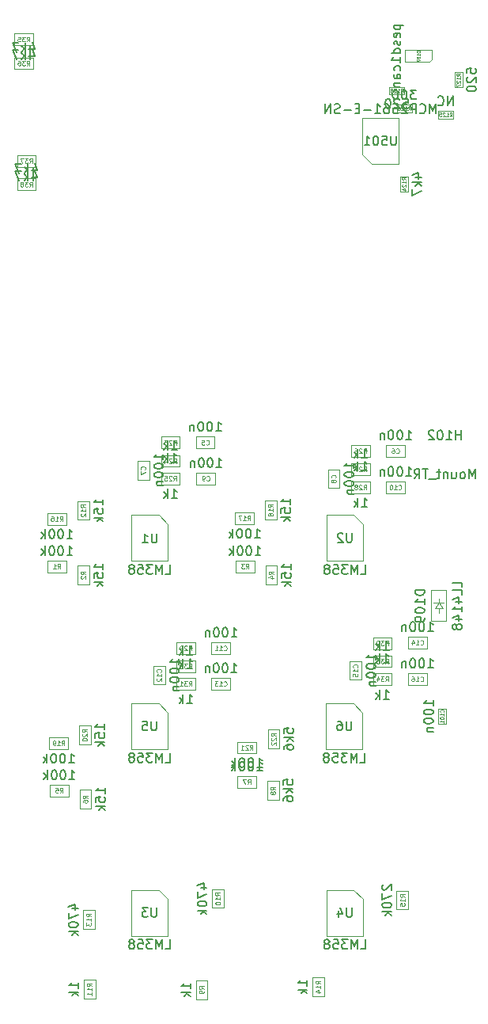
<source format=gbr>
%TF.GenerationSoftware,KiCad,Pcbnew,9.0.2-9.0.2-0~ubuntu24.04.1*%
%TF.CreationDate,2025-05-30T10:59:02-03:00*%
%TF.ProjectId,MSG25,4d534732-352e-46b6-9963-61645f706362,rev?*%
%TF.SameCoordinates,Original*%
%TF.FileFunction,AssemblyDrawing,Bot*%
%FSLAX46Y46*%
G04 Gerber Fmt 4.6, Leading zero omitted, Abs format (unit mm)*
G04 Created by KiCad (PCBNEW 9.0.2-9.0.2-0~ubuntu24.04.1) date 2025-05-30 10:59:02*
%MOMM*%
%LPD*%
G01*
G04 APERTURE LIST*
%ADD10C,0.150000*%
%ADD11C,0.080000*%
%ADD12C,0.060000*%
%ADD13C,0.050000*%
%ADD14C,0.100000*%
G04 APERTURE END LIST*
D10*
X118300476Y-51663152D02*
X118300476Y-52329819D01*
X118538571Y-51282200D02*
X118776666Y-51996485D01*
X118776666Y-51996485D02*
X118157619Y-51996485D01*
X117776666Y-52329819D02*
X117776666Y-51329819D01*
X117681428Y-51948866D02*
X117395714Y-52329819D01*
X117395714Y-51663152D02*
X117776666Y-52044104D01*
X117062380Y-51329819D02*
X116395714Y-51329819D01*
X116395714Y-51329819D02*
X116824285Y-52329819D01*
D11*
X117931428Y-50452149D02*
X118098094Y-50214054D01*
X118217142Y-50452149D02*
X118217142Y-49952149D01*
X118217142Y-49952149D02*
X118026666Y-49952149D01*
X118026666Y-49952149D02*
X117979047Y-49975959D01*
X117979047Y-49975959D02*
X117955237Y-49999768D01*
X117955237Y-49999768D02*
X117931428Y-50047387D01*
X117931428Y-50047387D02*
X117931428Y-50118816D01*
X117931428Y-50118816D02*
X117955237Y-50166435D01*
X117955237Y-50166435D02*
X117979047Y-50190244D01*
X117979047Y-50190244D02*
X118026666Y-50214054D01*
X118026666Y-50214054D02*
X118217142Y-50214054D01*
X117764761Y-49952149D02*
X117455237Y-49952149D01*
X117455237Y-49952149D02*
X117621904Y-50142625D01*
X117621904Y-50142625D02*
X117550475Y-50142625D01*
X117550475Y-50142625D02*
X117502856Y-50166435D01*
X117502856Y-50166435D02*
X117479047Y-50190244D01*
X117479047Y-50190244D02*
X117455237Y-50237863D01*
X117455237Y-50237863D02*
X117455237Y-50356911D01*
X117455237Y-50356911D02*
X117479047Y-50404530D01*
X117479047Y-50404530D02*
X117502856Y-50428340D01*
X117502856Y-50428340D02*
X117550475Y-50452149D01*
X117550475Y-50452149D02*
X117693332Y-50452149D01*
X117693332Y-50452149D02*
X117740951Y-50428340D01*
X117740951Y-50428340D02*
X117764761Y-50404530D01*
X117002857Y-49952149D02*
X117240952Y-49952149D01*
X117240952Y-49952149D02*
X117264761Y-50190244D01*
X117264761Y-50190244D02*
X117240952Y-50166435D01*
X117240952Y-50166435D02*
X117193333Y-50142625D01*
X117193333Y-50142625D02*
X117074285Y-50142625D01*
X117074285Y-50142625D02*
X117026666Y-50166435D01*
X117026666Y-50166435D02*
X117002857Y-50190244D01*
X117002857Y-50190244D02*
X116979047Y-50237863D01*
X116979047Y-50237863D02*
X116979047Y-50356911D01*
X116979047Y-50356911D02*
X117002857Y-50404530D01*
X117002857Y-50404530D02*
X117026666Y-50428340D01*
X117026666Y-50428340D02*
X117074285Y-50452149D01*
X117074285Y-50452149D02*
X117193333Y-50452149D01*
X117193333Y-50452149D02*
X117240952Y-50428340D01*
X117240952Y-50428340D02*
X117264761Y-50404530D01*
D10*
X158529047Y-96899819D02*
X159100475Y-96899819D01*
X158814761Y-96899819D02*
X158814761Y-95899819D01*
X158814761Y-95899819D02*
X158909999Y-96042676D01*
X158909999Y-96042676D02*
X159005237Y-96137914D01*
X159005237Y-96137914D02*
X159100475Y-96185533D01*
X157909999Y-95899819D02*
X157814761Y-95899819D01*
X157814761Y-95899819D02*
X157719523Y-95947438D01*
X157719523Y-95947438D02*
X157671904Y-95995057D01*
X157671904Y-95995057D02*
X157624285Y-96090295D01*
X157624285Y-96090295D02*
X157576666Y-96280771D01*
X157576666Y-96280771D02*
X157576666Y-96518866D01*
X157576666Y-96518866D02*
X157624285Y-96709342D01*
X157624285Y-96709342D02*
X157671904Y-96804580D01*
X157671904Y-96804580D02*
X157719523Y-96852200D01*
X157719523Y-96852200D02*
X157814761Y-96899819D01*
X157814761Y-96899819D02*
X157909999Y-96899819D01*
X157909999Y-96899819D02*
X158005237Y-96852200D01*
X158005237Y-96852200D02*
X158052856Y-96804580D01*
X158052856Y-96804580D02*
X158100475Y-96709342D01*
X158100475Y-96709342D02*
X158148094Y-96518866D01*
X158148094Y-96518866D02*
X158148094Y-96280771D01*
X158148094Y-96280771D02*
X158100475Y-96090295D01*
X158100475Y-96090295D02*
X158052856Y-95995057D01*
X158052856Y-95995057D02*
X158005237Y-95947438D01*
X158005237Y-95947438D02*
X157909999Y-95899819D01*
X156957618Y-95899819D02*
X156862380Y-95899819D01*
X156862380Y-95899819D02*
X156767142Y-95947438D01*
X156767142Y-95947438D02*
X156719523Y-95995057D01*
X156719523Y-95995057D02*
X156671904Y-96090295D01*
X156671904Y-96090295D02*
X156624285Y-96280771D01*
X156624285Y-96280771D02*
X156624285Y-96518866D01*
X156624285Y-96518866D02*
X156671904Y-96709342D01*
X156671904Y-96709342D02*
X156719523Y-96804580D01*
X156719523Y-96804580D02*
X156767142Y-96852200D01*
X156767142Y-96852200D02*
X156862380Y-96899819D01*
X156862380Y-96899819D02*
X156957618Y-96899819D01*
X156957618Y-96899819D02*
X157052856Y-96852200D01*
X157052856Y-96852200D02*
X157100475Y-96804580D01*
X157100475Y-96804580D02*
X157148094Y-96709342D01*
X157148094Y-96709342D02*
X157195713Y-96518866D01*
X157195713Y-96518866D02*
X157195713Y-96280771D01*
X157195713Y-96280771D02*
X157148094Y-96090295D01*
X157148094Y-96090295D02*
X157100475Y-95995057D01*
X157100475Y-95995057D02*
X157052856Y-95947438D01*
X157052856Y-95947438D02*
X156957618Y-95899819D01*
X156195713Y-96233152D02*
X156195713Y-96899819D01*
X156195713Y-96328390D02*
X156148094Y-96280771D01*
X156148094Y-96280771D02*
X156052856Y-96233152D01*
X156052856Y-96233152D02*
X155909999Y-96233152D01*
X155909999Y-96233152D02*
X155814761Y-96280771D01*
X155814761Y-96280771D02*
X155767142Y-96376009D01*
X155767142Y-96376009D02*
X155767142Y-96899819D01*
D11*
X157731428Y-98304530D02*
X157755237Y-98328340D01*
X157755237Y-98328340D02*
X157826666Y-98352149D01*
X157826666Y-98352149D02*
X157874285Y-98352149D01*
X157874285Y-98352149D02*
X157945713Y-98328340D01*
X157945713Y-98328340D02*
X157993332Y-98280720D01*
X157993332Y-98280720D02*
X158017142Y-98233101D01*
X158017142Y-98233101D02*
X158040951Y-98137863D01*
X158040951Y-98137863D02*
X158040951Y-98066435D01*
X158040951Y-98066435D02*
X158017142Y-97971197D01*
X158017142Y-97971197D02*
X157993332Y-97923578D01*
X157993332Y-97923578D02*
X157945713Y-97875959D01*
X157945713Y-97875959D02*
X157874285Y-97852149D01*
X157874285Y-97852149D02*
X157826666Y-97852149D01*
X157826666Y-97852149D02*
X157755237Y-97875959D01*
X157755237Y-97875959D02*
X157731428Y-97899768D01*
X157255237Y-98352149D02*
X157540951Y-98352149D01*
X157398094Y-98352149D02*
X157398094Y-97852149D01*
X157398094Y-97852149D02*
X157445713Y-97923578D01*
X157445713Y-97923578D02*
X157493332Y-97971197D01*
X157493332Y-97971197D02*
X157540951Y-97995006D01*
X156945714Y-97852149D02*
X156898095Y-97852149D01*
X156898095Y-97852149D02*
X156850476Y-97875959D01*
X156850476Y-97875959D02*
X156826666Y-97899768D01*
X156826666Y-97899768D02*
X156802857Y-97947387D01*
X156802857Y-97947387D02*
X156779047Y-98042625D01*
X156779047Y-98042625D02*
X156779047Y-98161673D01*
X156779047Y-98161673D02*
X156802857Y-98256911D01*
X156802857Y-98256911D02*
X156826666Y-98304530D01*
X156826666Y-98304530D02*
X156850476Y-98328340D01*
X156850476Y-98328340D02*
X156898095Y-98352149D01*
X156898095Y-98352149D02*
X156945714Y-98352149D01*
X156945714Y-98352149D02*
X156993333Y-98328340D01*
X156993333Y-98328340D02*
X157017142Y-98304530D01*
X157017142Y-98304530D02*
X157040952Y-98256911D01*
X157040952Y-98256911D02*
X157064761Y-98161673D01*
X157064761Y-98161673D02*
X157064761Y-98042625D01*
X157064761Y-98042625D02*
X157040952Y-97947387D01*
X157040952Y-97947387D02*
X157017142Y-97899768D01*
X157017142Y-97899768D02*
X156993333Y-97875959D01*
X156993333Y-97875959D02*
X156945714Y-97852149D01*
D10*
X132544819Y-95155952D02*
X132544819Y-94584524D01*
X132544819Y-94870238D02*
X131544819Y-94870238D01*
X131544819Y-94870238D02*
X131687676Y-94775000D01*
X131687676Y-94775000D02*
X131782914Y-94679762D01*
X131782914Y-94679762D02*
X131830533Y-94584524D01*
X131544819Y-95775000D02*
X131544819Y-95870238D01*
X131544819Y-95870238D02*
X131592438Y-95965476D01*
X131592438Y-95965476D02*
X131640057Y-96013095D01*
X131640057Y-96013095D02*
X131735295Y-96060714D01*
X131735295Y-96060714D02*
X131925771Y-96108333D01*
X131925771Y-96108333D02*
X132163866Y-96108333D01*
X132163866Y-96108333D02*
X132354342Y-96060714D01*
X132354342Y-96060714D02*
X132449580Y-96013095D01*
X132449580Y-96013095D02*
X132497200Y-95965476D01*
X132497200Y-95965476D02*
X132544819Y-95870238D01*
X132544819Y-95870238D02*
X132544819Y-95775000D01*
X132544819Y-95775000D02*
X132497200Y-95679762D01*
X132497200Y-95679762D02*
X132449580Y-95632143D01*
X132449580Y-95632143D02*
X132354342Y-95584524D01*
X132354342Y-95584524D02*
X132163866Y-95536905D01*
X132163866Y-95536905D02*
X131925771Y-95536905D01*
X131925771Y-95536905D02*
X131735295Y-95584524D01*
X131735295Y-95584524D02*
X131640057Y-95632143D01*
X131640057Y-95632143D02*
X131592438Y-95679762D01*
X131592438Y-95679762D02*
X131544819Y-95775000D01*
X131544819Y-96727381D02*
X131544819Y-96822619D01*
X131544819Y-96822619D02*
X131592438Y-96917857D01*
X131592438Y-96917857D02*
X131640057Y-96965476D01*
X131640057Y-96965476D02*
X131735295Y-97013095D01*
X131735295Y-97013095D02*
X131925771Y-97060714D01*
X131925771Y-97060714D02*
X132163866Y-97060714D01*
X132163866Y-97060714D02*
X132354342Y-97013095D01*
X132354342Y-97013095D02*
X132449580Y-96965476D01*
X132449580Y-96965476D02*
X132497200Y-96917857D01*
X132497200Y-96917857D02*
X132544819Y-96822619D01*
X132544819Y-96822619D02*
X132544819Y-96727381D01*
X132544819Y-96727381D02*
X132497200Y-96632143D01*
X132497200Y-96632143D02*
X132449580Y-96584524D01*
X132449580Y-96584524D02*
X132354342Y-96536905D01*
X132354342Y-96536905D02*
X132163866Y-96489286D01*
X132163866Y-96489286D02*
X131925771Y-96489286D01*
X131925771Y-96489286D02*
X131735295Y-96536905D01*
X131735295Y-96536905D02*
X131640057Y-96584524D01*
X131640057Y-96584524D02*
X131592438Y-96632143D01*
X131592438Y-96632143D02*
X131544819Y-96727381D01*
X131878152Y-97489286D02*
X132544819Y-97489286D01*
X131973390Y-97489286D02*
X131925771Y-97536905D01*
X131925771Y-97536905D02*
X131878152Y-97632143D01*
X131878152Y-97632143D02*
X131878152Y-97775000D01*
X131878152Y-97775000D02*
X131925771Y-97870238D01*
X131925771Y-97870238D02*
X132021009Y-97917857D01*
X132021009Y-97917857D02*
X132544819Y-97917857D01*
D11*
X130589530Y-96191666D02*
X130613340Y-96167857D01*
X130613340Y-96167857D02*
X130637149Y-96096428D01*
X130637149Y-96096428D02*
X130637149Y-96048809D01*
X130637149Y-96048809D02*
X130613340Y-95977381D01*
X130613340Y-95977381D02*
X130565720Y-95929762D01*
X130565720Y-95929762D02*
X130518101Y-95905952D01*
X130518101Y-95905952D02*
X130422863Y-95882143D01*
X130422863Y-95882143D02*
X130351435Y-95882143D01*
X130351435Y-95882143D02*
X130256197Y-95905952D01*
X130256197Y-95905952D02*
X130208578Y-95929762D01*
X130208578Y-95929762D02*
X130160959Y-95977381D01*
X130160959Y-95977381D02*
X130137149Y-96048809D01*
X130137149Y-96048809D02*
X130137149Y-96096428D01*
X130137149Y-96096428D02*
X130160959Y-96167857D01*
X130160959Y-96167857D02*
X130184768Y-96191666D01*
X130137149Y-96358333D02*
X130137149Y-96691666D01*
X130137149Y-96691666D02*
X130637149Y-96477381D01*
D10*
X153779047Y-96329819D02*
X154350475Y-96329819D01*
X154064761Y-96329819D02*
X154064761Y-95329819D01*
X154064761Y-95329819D02*
X154159999Y-95472676D01*
X154159999Y-95472676D02*
X154255237Y-95567914D01*
X154255237Y-95567914D02*
X154350475Y-95615533D01*
X153350475Y-96329819D02*
X153350475Y-95329819D01*
X153255237Y-95948866D02*
X152969523Y-96329819D01*
X152969523Y-95663152D02*
X153350475Y-96044104D01*
D11*
X153981428Y-94452149D02*
X154148094Y-94214054D01*
X154267142Y-94452149D02*
X154267142Y-93952149D01*
X154267142Y-93952149D02*
X154076666Y-93952149D01*
X154076666Y-93952149D02*
X154029047Y-93975959D01*
X154029047Y-93975959D02*
X154005237Y-93999768D01*
X154005237Y-93999768D02*
X153981428Y-94047387D01*
X153981428Y-94047387D02*
X153981428Y-94118816D01*
X153981428Y-94118816D02*
X154005237Y-94166435D01*
X154005237Y-94166435D02*
X154029047Y-94190244D01*
X154029047Y-94190244D02*
X154076666Y-94214054D01*
X154076666Y-94214054D02*
X154267142Y-94214054D01*
X153790951Y-93999768D02*
X153767142Y-93975959D01*
X153767142Y-93975959D02*
X153719523Y-93952149D01*
X153719523Y-93952149D02*
X153600475Y-93952149D01*
X153600475Y-93952149D02*
X153552856Y-93975959D01*
X153552856Y-93975959D02*
X153529047Y-93999768D01*
X153529047Y-93999768D02*
X153505237Y-94047387D01*
X153505237Y-94047387D02*
X153505237Y-94095006D01*
X153505237Y-94095006D02*
X153529047Y-94166435D01*
X153529047Y-94166435D02*
X153814761Y-94452149D01*
X153814761Y-94452149D02*
X153505237Y-94452149D01*
X153076666Y-93952149D02*
X153171904Y-93952149D01*
X153171904Y-93952149D02*
X153219523Y-93975959D01*
X153219523Y-93975959D02*
X153243333Y-93999768D01*
X153243333Y-93999768D02*
X153290952Y-94071197D01*
X153290952Y-94071197D02*
X153314761Y-94166435D01*
X153314761Y-94166435D02*
X153314761Y-94356911D01*
X153314761Y-94356911D02*
X153290952Y-94404530D01*
X153290952Y-94404530D02*
X153267142Y-94428340D01*
X153267142Y-94428340D02*
X153219523Y-94452149D01*
X153219523Y-94452149D02*
X153124285Y-94452149D01*
X153124285Y-94452149D02*
X153076666Y-94428340D01*
X153076666Y-94428340D02*
X153052857Y-94404530D01*
X153052857Y-94404530D02*
X153029047Y-94356911D01*
X153029047Y-94356911D02*
X153029047Y-94237863D01*
X153029047Y-94237863D02*
X153052857Y-94190244D01*
X153052857Y-94190244D02*
X153076666Y-94166435D01*
X153076666Y-94166435D02*
X153124285Y-94142625D01*
X153124285Y-94142625D02*
X153219523Y-94142625D01*
X153219523Y-94142625D02*
X153267142Y-94166435D01*
X153267142Y-94166435D02*
X153290952Y-94190244D01*
X153290952Y-94190244D02*
X153314761Y-94237863D01*
D10*
X153625476Y-127504819D02*
X154101666Y-127504819D01*
X154101666Y-127504819D02*
X154101666Y-126504819D01*
X153292142Y-127504819D02*
X153292142Y-126504819D01*
X153292142Y-126504819D02*
X152958809Y-127219104D01*
X152958809Y-127219104D02*
X152625476Y-126504819D01*
X152625476Y-126504819D02*
X152625476Y-127504819D01*
X152244523Y-126504819D02*
X151625476Y-126504819D01*
X151625476Y-126504819D02*
X151958809Y-126885771D01*
X151958809Y-126885771D02*
X151815952Y-126885771D01*
X151815952Y-126885771D02*
X151720714Y-126933390D01*
X151720714Y-126933390D02*
X151673095Y-126981009D01*
X151673095Y-126981009D02*
X151625476Y-127076247D01*
X151625476Y-127076247D02*
X151625476Y-127314342D01*
X151625476Y-127314342D02*
X151673095Y-127409580D01*
X151673095Y-127409580D02*
X151720714Y-127457200D01*
X151720714Y-127457200D02*
X151815952Y-127504819D01*
X151815952Y-127504819D02*
X152101666Y-127504819D01*
X152101666Y-127504819D02*
X152196904Y-127457200D01*
X152196904Y-127457200D02*
X152244523Y-127409580D01*
X150720714Y-126504819D02*
X151196904Y-126504819D01*
X151196904Y-126504819D02*
X151244523Y-126981009D01*
X151244523Y-126981009D02*
X151196904Y-126933390D01*
X151196904Y-126933390D02*
X151101666Y-126885771D01*
X151101666Y-126885771D02*
X150863571Y-126885771D01*
X150863571Y-126885771D02*
X150768333Y-126933390D01*
X150768333Y-126933390D02*
X150720714Y-126981009D01*
X150720714Y-126981009D02*
X150673095Y-127076247D01*
X150673095Y-127076247D02*
X150673095Y-127314342D01*
X150673095Y-127314342D02*
X150720714Y-127409580D01*
X150720714Y-127409580D02*
X150768333Y-127457200D01*
X150768333Y-127457200D02*
X150863571Y-127504819D01*
X150863571Y-127504819D02*
X151101666Y-127504819D01*
X151101666Y-127504819D02*
X151196904Y-127457200D01*
X151196904Y-127457200D02*
X151244523Y-127409580D01*
X150101666Y-126933390D02*
X150196904Y-126885771D01*
X150196904Y-126885771D02*
X150244523Y-126838152D01*
X150244523Y-126838152D02*
X150292142Y-126742914D01*
X150292142Y-126742914D02*
X150292142Y-126695295D01*
X150292142Y-126695295D02*
X150244523Y-126600057D01*
X150244523Y-126600057D02*
X150196904Y-126552438D01*
X150196904Y-126552438D02*
X150101666Y-126504819D01*
X150101666Y-126504819D02*
X149911190Y-126504819D01*
X149911190Y-126504819D02*
X149815952Y-126552438D01*
X149815952Y-126552438D02*
X149768333Y-126600057D01*
X149768333Y-126600057D02*
X149720714Y-126695295D01*
X149720714Y-126695295D02*
X149720714Y-126742914D01*
X149720714Y-126742914D02*
X149768333Y-126838152D01*
X149768333Y-126838152D02*
X149815952Y-126885771D01*
X149815952Y-126885771D02*
X149911190Y-126933390D01*
X149911190Y-126933390D02*
X150101666Y-126933390D01*
X150101666Y-126933390D02*
X150196904Y-126981009D01*
X150196904Y-126981009D02*
X150244523Y-127028628D01*
X150244523Y-127028628D02*
X150292142Y-127123866D01*
X150292142Y-127123866D02*
X150292142Y-127314342D01*
X150292142Y-127314342D02*
X150244523Y-127409580D01*
X150244523Y-127409580D02*
X150196904Y-127457200D01*
X150196904Y-127457200D02*
X150101666Y-127504819D01*
X150101666Y-127504819D02*
X149911190Y-127504819D01*
X149911190Y-127504819D02*
X149815952Y-127457200D01*
X149815952Y-127457200D02*
X149768333Y-127409580D01*
X149768333Y-127409580D02*
X149720714Y-127314342D01*
X149720714Y-127314342D02*
X149720714Y-127123866D01*
X149720714Y-127123866D02*
X149768333Y-127028628D01*
X149768333Y-127028628D02*
X149815952Y-126981009D01*
X149815952Y-126981009D02*
X149911190Y-126933390D01*
X152681666Y-123115566D02*
X152681666Y-123908900D01*
X152681666Y-123908900D02*
X152635000Y-124002233D01*
X152635000Y-124002233D02*
X152588333Y-124048900D01*
X152588333Y-124048900D02*
X152495000Y-124095566D01*
X152495000Y-124095566D02*
X152308333Y-124095566D01*
X152308333Y-124095566D02*
X152215000Y-124048900D01*
X152215000Y-124048900D02*
X152168333Y-124002233D01*
X152168333Y-124002233D02*
X152121666Y-123908900D01*
X152121666Y-123908900D02*
X152121666Y-123115566D01*
X151234999Y-123115566D02*
X151421666Y-123115566D01*
X151421666Y-123115566D02*
X151514999Y-123162233D01*
X151514999Y-123162233D02*
X151561666Y-123208900D01*
X151561666Y-123208900D02*
X151654999Y-123348900D01*
X151654999Y-123348900D02*
X151701666Y-123535566D01*
X151701666Y-123535566D02*
X151701666Y-123908900D01*
X151701666Y-123908900D02*
X151654999Y-124002233D01*
X151654999Y-124002233D02*
X151608333Y-124048900D01*
X151608333Y-124048900D02*
X151514999Y-124095566D01*
X151514999Y-124095566D02*
X151328333Y-124095566D01*
X151328333Y-124095566D02*
X151234999Y-124048900D01*
X151234999Y-124048900D02*
X151188333Y-124002233D01*
X151188333Y-124002233D02*
X151141666Y-123908900D01*
X151141666Y-123908900D02*
X151141666Y-123675566D01*
X151141666Y-123675566D02*
X151188333Y-123582233D01*
X151188333Y-123582233D02*
X151234999Y-123535566D01*
X151234999Y-123535566D02*
X151328333Y-123488900D01*
X151328333Y-123488900D02*
X151514999Y-123488900D01*
X151514999Y-123488900D02*
X151608333Y-123535566D01*
X151608333Y-123535566D02*
X151654999Y-123582233D01*
X151654999Y-123582233D02*
X151701666Y-123675566D01*
X165938095Y-97159819D02*
X165938095Y-96159819D01*
X165938095Y-96159819D02*
X165604762Y-96874104D01*
X165604762Y-96874104D02*
X165271429Y-96159819D01*
X165271429Y-96159819D02*
X165271429Y-97159819D01*
X164652381Y-97159819D02*
X164747619Y-97112200D01*
X164747619Y-97112200D02*
X164795238Y-97064580D01*
X164795238Y-97064580D02*
X164842857Y-96969342D01*
X164842857Y-96969342D02*
X164842857Y-96683628D01*
X164842857Y-96683628D02*
X164795238Y-96588390D01*
X164795238Y-96588390D02*
X164747619Y-96540771D01*
X164747619Y-96540771D02*
X164652381Y-96493152D01*
X164652381Y-96493152D02*
X164509524Y-96493152D01*
X164509524Y-96493152D02*
X164414286Y-96540771D01*
X164414286Y-96540771D02*
X164366667Y-96588390D01*
X164366667Y-96588390D02*
X164319048Y-96683628D01*
X164319048Y-96683628D02*
X164319048Y-96969342D01*
X164319048Y-96969342D02*
X164366667Y-97064580D01*
X164366667Y-97064580D02*
X164414286Y-97112200D01*
X164414286Y-97112200D02*
X164509524Y-97159819D01*
X164509524Y-97159819D02*
X164652381Y-97159819D01*
X163461905Y-96493152D02*
X163461905Y-97159819D01*
X163890476Y-96493152D02*
X163890476Y-97016961D01*
X163890476Y-97016961D02*
X163842857Y-97112200D01*
X163842857Y-97112200D02*
X163747619Y-97159819D01*
X163747619Y-97159819D02*
X163604762Y-97159819D01*
X163604762Y-97159819D02*
X163509524Y-97112200D01*
X163509524Y-97112200D02*
X163461905Y-97064580D01*
X162985714Y-96493152D02*
X162985714Y-97159819D01*
X162985714Y-96588390D02*
X162938095Y-96540771D01*
X162938095Y-96540771D02*
X162842857Y-96493152D01*
X162842857Y-96493152D02*
X162700000Y-96493152D01*
X162700000Y-96493152D02*
X162604762Y-96540771D01*
X162604762Y-96540771D02*
X162557143Y-96636009D01*
X162557143Y-96636009D02*
X162557143Y-97159819D01*
X162223809Y-96493152D02*
X161842857Y-96493152D01*
X162080952Y-96159819D02*
X162080952Y-97016961D01*
X162080952Y-97016961D02*
X162033333Y-97112200D01*
X162033333Y-97112200D02*
X161938095Y-97159819D01*
X161938095Y-97159819D02*
X161842857Y-97159819D01*
X161747619Y-97255057D02*
X160985714Y-97255057D01*
X160890475Y-96159819D02*
X160319047Y-96159819D01*
X160604761Y-97159819D02*
X160604761Y-96159819D01*
X159414285Y-97159819D02*
X159747618Y-96683628D01*
X159985713Y-97159819D02*
X159985713Y-96159819D01*
X159985713Y-96159819D02*
X159604761Y-96159819D01*
X159604761Y-96159819D02*
X159509523Y-96207438D01*
X159509523Y-96207438D02*
X159461904Y-96255057D01*
X159461904Y-96255057D02*
X159414285Y-96350295D01*
X159414285Y-96350295D02*
X159414285Y-96493152D01*
X159414285Y-96493152D02*
X159461904Y-96588390D01*
X159461904Y-96588390D02*
X159509523Y-96636009D01*
X159509523Y-96636009D02*
X159604761Y-96683628D01*
X159604761Y-96683628D02*
X159985713Y-96683628D01*
X164414285Y-93009819D02*
X164414285Y-92009819D01*
X164414285Y-92486009D02*
X163842857Y-92486009D01*
X163842857Y-93009819D02*
X163842857Y-92009819D01*
X162842857Y-93009819D02*
X163414285Y-93009819D01*
X163128571Y-93009819D02*
X163128571Y-92009819D01*
X163128571Y-92009819D02*
X163223809Y-92152676D01*
X163223809Y-92152676D02*
X163319047Y-92247914D01*
X163319047Y-92247914D02*
X163414285Y-92295533D01*
X162223809Y-92009819D02*
X162128571Y-92009819D01*
X162128571Y-92009819D02*
X162033333Y-92057438D01*
X162033333Y-92057438D02*
X161985714Y-92105057D01*
X161985714Y-92105057D02*
X161938095Y-92200295D01*
X161938095Y-92200295D02*
X161890476Y-92390771D01*
X161890476Y-92390771D02*
X161890476Y-92628866D01*
X161890476Y-92628866D02*
X161938095Y-92819342D01*
X161938095Y-92819342D02*
X161985714Y-92914580D01*
X161985714Y-92914580D02*
X162033333Y-92962200D01*
X162033333Y-92962200D02*
X162128571Y-93009819D01*
X162128571Y-93009819D02*
X162223809Y-93009819D01*
X162223809Y-93009819D02*
X162319047Y-92962200D01*
X162319047Y-92962200D02*
X162366666Y-92914580D01*
X162366666Y-92914580D02*
X162414285Y-92819342D01*
X162414285Y-92819342D02*
X162461904Y-92628866D01*
X162461904Y-92628866D02*
X162461904Y-92390771D01*
X162461904Y-92390771D02*
X162414285Y-92200295D01*
X162414285Y-92200295D02*
X162366666Y-92105057D01*
X162366666Y-92105057D02*
X162319047Y-92057438D01*
X162319047Y-92057438D02*
X162223809Y-92009819D01*
X161509523Y-92105057D02*
X161461904Y-92057438D01*
X161461904Y-92057438D02*
X161366666Y-92009819D01*
X161366666Y-92009819D02*
X161128571Y-92009819D01*
X161128571Y-92009819D02*
X161033333Y-92057438D01*
X161033333Y-92057438D02*
X160985714Y-92105057D01*
X160985714Y-92105057D02*
X160938095Y-92200295D01*
X160938095Y-92200295D02*
X160938095Y-92295533D01*
X160938095Y-92295533D02*
X160985714Y-92438390D01*
X160985714Y-92438390D02*
X161557142Y-93009819D01*
X161557142Y-93009819D02*
X160938095Y-93009819D01*
X164514819Y-108774999D02*
X164514819Y-108298809D01*
X164514819Y-108298809D02*
X163514819Y-108298809D01*
X164514819Y-109584523D02*
X164514819Y-109108333D01*
X164514819Y-109108333D02*
X163514819Y-109108333D01*
X163848152Y-110346428D02*
X164514819Y-110346428D01*
X163467200Y-110108333D02*
X164181485Y-109870238D01*
X164181485Y-109870238D02*
X164181485Y-110489285D01*
X164514819Y-111394047D02*
X164514819Y-110822619D01*
X164514819Y-111108333D02*
X163514819Y-111108333D01*
X163514819Y-111108333D02*
X163657676Y-111013095D01*
X163657676Y-111013095D02*
X163752914Y-110917857D01*
X163752914Y-110917857D02*
X163800533Y-110822619D01*
X163848152Y-112251190D02*
X164514819Y-112251190D01*
X163467200Y-112013095D02*
X164181485Y-111775000D01*
X164181485Y-111775000D02*
X164181485Y-112394047D01*
X163943390Y-112917857D02*
X163895771Y-112822619D01*
X163895771Y-112822619D02*
X163848152Y-112775000D01*
X163848152Y-112775000D02*
X163752914Y-112727381D01*
X163752914Y-112727381D02*
X163705295Y-112727381D01*
X163705295Y-112727381D02*
X163610057Y-112775000D01*
X163610057Y-112775000D02*
X163562438Y-112822619D01*
X163562438Y-112822619D02*
X163514819Y-112917857D01*
X163514819Y-112917857D02*
X163514819Y-113108333D01*
X163514819Y-113108333D02*
X163562438Y-113203571D01*
X163562438Y-113203571D02*
X163610057Y-113251190D01*
X163610057Y-113251190D02*
X163705295Y-113298809D01*
X163705295Y-113298809D02*
X163752914Y-113298809D01*
X163752914Y-113298809D02*
X163848152Y-113251190D01*
X163848152Y-113251190D02*
X163895771Y-113203571D01*
X163895771Y-113203571D02*
X163943390Y-113108333D01*
X163943390Y-113108333D02*
X163943390Y-112917857D01*
X163943390Y-112917857D02*
X163991009Y-112822619D01*
X163991009Y-112822619D02*
X164038628Y-112775000D01*
X164038628Y-112775000D02*
X164133866Y-112727381D01*
X164133866Y-112727381D02*
X164324342Y-112727381D01*
X164324342Y-112727381D02*
X164419580Y-112775000D01*
X164419580Y-112775000D02*
X164467200Y-112822619D01*
X164467200Y-112822619D02*
X164514819Y-112917857D01*
X164514819Y-112917857D02*
X164514819Y-113108333D01*
X164514819Y-113108333D02*
X164467200Y-113203571D01*
X164467200Y-113203571D02*
X164419580Y-113251190D01*
X164419580Y-113251190D02*
X164324342Y-113298809D01*
X164324342Y-113298809D02*
X164133866Y-113298809D01*
X164133866Y-113298809D02*
X164038628Y-113251190D01*
X164038628Y-113251190D02*
X163991009Y-113203571D01*
X163991009Y-113203571D02*
X163943390Y-113108333D01*
X160514819Y-109084524D02*
X159514819Y-109084524D01*
X159514819Y-109084524D02*
X159514819Y-109322619D01*
X159514819Y-109322619D02*
X159562438Y-109465476D01*
X159562438Y-109465476D02*
X159657676Y-109560714D01*
X159657676Y-109560714D02*
X159752914Y-109608333D01*
X159752914Y-109608333D02*
X159943390Y-109655952D01*
X159943390Y-109655952D02*
X160086247Y-109655952D01*
X160086247Y-109655952D02*
X160276723Y-109608333D01*
X160276723Y-109608333D02*
X160371961Y-109560714D01*
X160371961Y-109560714D02*
X160467200Y-109465476D01*
X160467200Y-109465476D02*
X160514819Y-109322619D01*
X160514819Y-109322619D02*
X160514819Y-109084524D01*
X160514819Y-110608333D02*
X160514819Y-110036905D01*
X160514819Y-110322619D02*
X159514819Y-110322619D01*
X159514819Y-110322619D02*
X159657676Y-110227381D01*
X159657676Y-110227381D02*
X159752914Y-110132143D01*
X159752914Y-110132143D02*
X159800533Y-110036905D01*
X159514819Y-111227381D02*
X159514819Y-111322619D01*
X159514819Y-111322619D02*
X159562438Y-111417857D01*
X159562438Y-111417857D02*
X159610057Y-111465476D01*
X159610057Y-111465476D02*
X159705295Y-111513095D01*
X159705295Y-111513095D02*
X159895771Y-111560714D01*
X159895771Y-111560714D02*
X160133866Y-111560714D01*
X160133866Y-111560714D02*
X160324342Y-111513095D01*
X160324342Y-111513095D02*
X160419580Y-111465476D01*
X160419580Y-111465476D02*
X160467200Y-111417857D01*
X160467200Y-111417857D02*
X160514819Y-111322619D01*
X160514819Y-111322619D02*
X160514819Y-111227381D01*
X160514819Y-111227381D02*
X160467200Y-111132143D01*
X160467200Y-111132143D02*
X160419580Y-111084524D01*
X160419580Y-111084524D02*
X160324342Y-111036905D01*
X160324342Y-111036905D02*
X160133866Y-110989286D01*
X160133866Y-110989286D02*
X159895771Y-110989286D01*
X159895771Y-110989286D02*
X159705295Y-111036905D01*
X159705295Y-111036905D02*
X159610057Y-111084524D01*
X159610057Y-111084524D02*
X159562438Y-111132143D01*
X159562438Y-111132143D02*
X159514819Y-111227381D01*
X160514819Y-112036905D02*
X160514819Y-112227381D01*
X160514819Y-112227381D02*
X160467200Y-112322619D01*
X160467200Y-112322619D02*
X160419580Y-112370238D01*
X160419580Y-112370238D02*
X160276723Y-112465476D01*
X160276723Y-112465476D02*
X160086247Y-112513095D01*
X160086247Y-112513095D02*
X159705295Y-112513095D01*
X159705295Y-112513095D02*
X159610057Y-112465476D01*
X159610057Y-112465476D02*
X159562438Y-112417857D01*
X159562438Y-112417857D02*
X159514819Y-112322619D01*
X159514819Y-112322619D02*
X159514819Y-112132143D01*
X159514819Y-112132143D02*
X159562438Y-112036905D01*
X159562438Y-112036905D02*
X159610057Y-111989286D01*
X159610057Y-111989286D02*
X159705295Y-111941667D01*
X159705295Y-111941667D02*
X159943390Y-111941667D01*
X159943390Y-111941667D02*
X160038628Y-111989286D01*
X160038628Y-111989286D02*
X160086247Y-112036905D01*
X160086247Y-112036905D02*
X160133866Y-112132143D01*
X160133866Y-112132143D02*
X160133866Y-112322619D01*
X160133866Y-112322619D02*
X160086247Y-112417857D01*
X160086247Y-112417857D02*
X160038628Y-112465476D01*
X160038628Y-112465476D02*
X159943390Y-112513095D01*
X160879047Y-113499819D02*
X161450475Y-113499819D01*
X161164761Y-113499819D02*
X161164761Y-112499819D01*
X161164761Y-112499819D02*
X161259999Y-112642676D01*
X161259999Y-112642676D02*
X161355237Y-112737914D01*
X161355237Y-112737914D02*
X161450475Y-112785533D01*
X160259999Y-112499819D02*
X160164761Y-112499819D01*
X160164761Y-112499819D02*
X160069523Y-112547438D01*
X160069523Y-112547438D02*
X160021904Y-112595057D01*
X160021904Y-112595057D02*
X159974285Y-112690295D01*
X159974285Y-112690295D02*
X159926666Y-112880771D01*
X159926666Y-112880771D02*
X159926666Y-113118866D01*
X159926666Y-113118866D02*
X159974285Y-113309342D01*
X159974285Y-113309342D02*
X160021904Y-113404580D01*
X160021904Y-113404580D02*
X160069523Y-113452200D01*
X160069523Y-113452200D02*
X160164761Y-113499819D01*
X160164761Y-113499819D02*
X160259999Y-113499819D01*
X160259999Y-113499819D02*
X160355237Y-113452200D01*
X160355237Y-113452200D02*
X160402856Y-113404580D01*
X160402856Y-113404580D02*
X160450475Y-113309342D01*
X160450475Y-113309342D02*
X160498094Y-113118866D01*
X160498094Y-113118866D02*
X160498094Y-112880771D01*
X160498094Y-112880771D02*
X160450475Y-112690295D01*
X160450475Y-112690295D02*
X160402856Y-112595057D01*
X160402856Y-112595057D02*
X160355237Y-112547438D01*
X160355237Y-112547438D02*
X160259999Y-112499819D01*
X159307618Y-112499819D02*
X159212380Y-112499819D01*
X159212380Y-112499819D02*
X159117142Y-112547438D01*
X159117142Y-112547438D02*
X159069523Y-112595057D01*
X159069523Y-112595057D02*
X159021904Y-112690295D01*
X159021904Y-112690295D02*
X158974285Y-112880771D01*
X158974285Y-112880771D02*
X158974285Y-113118866D01*
X158974285Y-113118866D02*
X159021904Y-113309342D01*
X159021904Y-113309342D02*
X159069523Y-113404580D01*
X159069523Y-113404580D02*
X159117142Y-113452200D01*
X159117142Y-113452200D02*
X159212380Y-113499819D01*
X159212380Y-113499819D02*
X159307618Y-113499819D01*
X159307618Y-113499819D02*
X159402856Y-113452200D01*
X159402856Y-113452200D02*
X159450475Y-113404580D01*
X159450475Y-113404580D02*
X159498094Y-113309342D01*
X159498094Y-113309342D02*
X159545713Y-113118866D01*
X159545713Y-113118866D02*
X159545713Y-112880771D01*
X159545713Y-112880771D02*
X159498094Y-112690295D01*
X159498094Y-112690295D02*
X159450475Y-112595057D01*
X159450475Y-112595057D02*
X159402856Y-112547438D01*
X159402856Y-112547438D02*
X159307618Y-112499819D01*
X158545713Y-112833152D02*
X158545713Y-113499819D01*
X158545713Y-112928390D02*
X158498094Y-112880771D01*
X158498094Y-112880771D02*
X158402856Y-112833152D01*
X158402856Y-112833152D02*
X158259999Y-112833152D01*
X158259999Y-112833152D02*
X158164761Y-112880771D01*
X158164761Y-112880771D02*
X158117142Y-112976009D01*
X158117142Y-112976009D02*
X158117142Y-113499819D01*
D11*
X160081428Y-114904530D02*
X160105237Y-114928340D01*
X160105237Y-114928340D02*
X160176666Y-114952149D01*
X160176666Y-114952149D02*
X160224285Y-114952149D01*
X160224285Y-114952149D02*
X160295713Y-114928340D01*
X160295713Y-114928340D02*
X160343332Y-114880720D01*
X160343332Y-114880720D02*
X160367142Y-114833101D01*
X160367142Y-114833101D02*
X160390951Y-114737863D01*
X160390951Y-114737863D02*
X160390951Y-114666435D01*
X160390951Y-114666435D02*
X160367142Y-114571197D01*
X160367142Y-114571197D02*
X160343332Y-114523578D01*
X160343332Y-114523578D02*
X160295713Y-114475959D01*
X160295713Y-114475959D02*
X160224285Y-114452149D01*
X160224285Y-114452149D02*
X160176666Y-114452149D01*
X160176666Y-114452149D02*
X160105237Y-114475959D01*
X160105237Y-114475959D02*
X160081428Y-114499768D01*
X159605237Y-114952149D02*
X159890951Y-114952149D01*
X159748094Y-114952149D02*
X159748094Y-114452149D01*
X159748094Y-114452149D02*
X159795713Y-114523578D01*
X159795713Y-114523578D02*
X159843332Y-114571197D01*
X159843332Y-114571197D02*
X159890951Y-114595006D01*
X159176666Y-114618816D02*
X159176666Y-114952149D01*
X159295714Y-114428340D02*
X159414761Y-114785482D01*
X159414761Y-114785482D02*
X159105238Y-114785482D01*
D10*
X134244819Y-117055952D02*
X134244819Y-116484524D01*
X134244819Y-116770238D02*
X133244819Y-116770238D01*
X133244819Y-116770238D02*
X133387676Y-116675000D01*
X133387676Y-116675000D02*
X133482914Y-116579762D01*
X133482914Y-116579762D02*
X133530533Y-116484524D01*
X133244819Y-117675000D02*
X133244819Y-117770238D01*
X133244819Y-117770238D02*
X133292438Y-117865476D01*
X133292438Y-117865476D02*
X133340057Y-117913095D01*
X133340057Y-117913095D02*
X133435295Y-117960714D01*
X133435295Y-117960714D02*
X133625771Y-118008333D01*
X133625771Y-118008333D02*
X133863866Y-118008333D01*
X133863866Y-118008333D02*
X134054342Y-117960714D01*
X134054342Y-117960714D02*
X134149580Y-117913095D01*
X134149580Y-117913095D02*
X134197200Y-117865476D01*
X134197200Y-117865476D02*
X134244819Y-117770238D01*
X134244819Y-117770238D02*
X134244819Y-117675000D01*
X134244819Y-117675000D02*
X134197200Y-117579762D01*
X134197200Y-117579762D02*
X134149580Y-117532143D01*
X134149580Y-117532143D02*
X134054342Y-117484524D01*
X134054342Y-117484524D02*
X133863866Y-117436905D01*
X133863866Y-117436905D02*
X133625771Y-117436905D01*
X133625771Y-117436905D02*
X133435295Y-117484524D01*
X133435295Y-117484524D02*
X133340057Y-117532143D01*
X133340057Y-117532143D02*
X133292438Y-117579762D01*
X133292438Y-117579762D02*
X133244819Y-117675000D01*
X133244819Y-118627381D02*
X133244819Y-118722619D01*
X133244819Y-118722619D02*
X133292438Y-118817857D01*
X133292438Y-118817857D02*
X133340057Y-118865476D01*
X133340057Y-118865476D02*
X133435295Y-118913095D01*
X133435295Y-118913095D02*
X133625771Y-118960714D01*
X133625771Y-118960714D02*
X133863866Y-118960714D01*
X133863866Y-118960714D02*
X134054342Y-118913095D01*
X134054342Y-118913095D02*
X134149580Y-118865476D01*
X134149580Y-118865476D02*
X134197200Y-118817857D01*
X134197200Y-118817857D02*
X134244819Y-118722619D01*
X134244819Y-118722619D02*
X134244819Y-118627381D01*
X134244819Y-118627381D02*
X134197200Y-118532143D01*
X134197200Y-118532143D02*
X134149580Y-118484524D01*
X134149580Y-118484524D02*
X134054342Y-118436905D01*
X134054342Y-118436905D02*
X133863866Y-118389286D01*
X133863866Y-118389286D02*
X133625771Y-118389286D01*
X133625771Y-118389286D02*
X133435295Y-118436905D01*
X133435295Y-118436905D02*
X133340057Y-118484524D01*
X133340057Y-118484524D02*
X133292438Y-118532143D01*
X133292438Y-118532143D02*
X133244819Y-118627381D01*
X133578152Y-119389286D02*
X134244819Y-119389286D01*
X133673390Y-119389286D02*
X133625771Y-119436905D01*
X133625771Y-119436905D02*
X133578152Y-119532143D01*
X133578152Y-119532143D02*
X133578152Y-119675000D01*
X133578152Y-119675000D02*
X133625771Y-119770238D01*
X133625771Y-119770238D02*
X133721009Y-119817857D01*
X133721009Y-119817857D02*
X134244819Y-119817857D01*
D11*
X132289530Y-117853571D02*
X132313340Y-117829762D01*
X132313340Y-117829762D02*
X132337149Y-117758333D01*
X132337149Y-117758333D02*
X132337149Y-117710714D01*
X132337149Y-117710714D02*
X132313340Y-117639286D01*
X132313340Y-117639286D02*
X132265720Y-117591667D01*
X132265720Y-117591667D02*
X132218101Y-117567857D01*
X132218101Y-117567857D02*
X132122863Y-117544048D01*
X132122863Y-117544048D02*
X132051435Y-117544048D01*
X132051435Y-117544048D02*
X131956197Y-117567857D01*
X131956197Y-117567857D02*
X131908578Y-117591667D01*
X131908578Y-117591667D02*
X131860959Y-117639286D01*
X131860959Y-117639286D02*
X131837149Y-117710714D01*
X131837149Y-117710714D02*
X131837149Y-117758333D01*
X131837149Y-117758333D02*
X131860959Y-117829762D01*
X131860959Y-117829762D02*
X131884768Y-117853571D01*
X132337149Y-118329762D02*
X132337149Y-118044048D01*
X132337149Y-118186905D02*
X131837149Y-118186905D01*
X131837149Y-118186905D02*
X131908578Y-118139286D01*
X131908578Y-118139286D02*
X131956197Y-118091667D01*
X131956197Y-118091667D02*
X131980006Y-118044048D01*
X131884768Y-118520238D02*
X131860959Y-118544047D01*
X131860959Y-118544047D02*
X131837149Y-118591666D01*
X131837149Y-118591666D02*
X131837149Y-118710714D01*
X131837149Y-118710714D02*
X131860959Y-118758333D01*
X131860959Y-118758333D02*
X131884768Y-118782142D01*
X131884768Y-118782142D02*
X131932387Y-118805952D01*
X131932387Y-118805952D02*
X131980006Y-118805952D01*
X131980006Y-118805952D02*
X132051435Y-118782142D01*
X132051435Y-118782142D02*
X132337149Y-118496428D01*
X132337149Y-118496428D02*
X132337149Y-118805952D01*
D10*
X161434819Y-121455952D02*
X161434819Y-120884524D01*
X161434819Y-121170238D02*
X160434819Y-121170238D01*
X160434819Y-121170238D02*
X160577676Y-121075000D01*
X160577676Y-121075000D02*
X160672914Y-120979762D01*
X160672914Y-120979762D02*
X160720533Y-120884524D01*
X160434819Y-122075000D02*
X160434819Y-122170238D01*
X160434819Y-122170238D02*
X160482438Y-122265476D01*
X160482438Y-122265476D02*
X160530057Y-122313095D01*
X160530057Y-122313095D02*
X160625295Y-122360714D01*
X160625295Y-122360714D02*
X160815771Y-122408333D01*
X160815771Y-122408333D02*
X161053866Y-122408333D01*
X161053866Y-122408333D02*
X161244342Y-122360714D01*
X161244342Y-122360714D02*
X161339580Y-122313095D01*
X161339580Y-122313095D02*
X161387200Y-122265476D01*
X161387200Y-122265476D02*
X161434819Y-122170238D01*
X161434819Y-122170238D02*
X161434819Y-122075000D01*
X161434819Y-122075000D02*
X161387200Y-121979762D01*
X161387200Y-121979762D02*
X161339580Y-121932143D01*
X161339580Y-121932143D02*
X161244342Y-121884524D01*
X161244342Y-121884524D02*
X161053866Y-121836905D01*
X161053866Y-121836905D02*
X160815771Y-121836905D01*
X160815771Y-121836905D02*
X160625295Y-121884524D01*
X160625295Y-121884524D02*
X160530057Y-121932143D01*
X160530057Y-121932143D02*
X160482438Y-121979762D01*
X160482438Y-121979762D02*
X160434819Y-122075000D01*
X160434819Y-123027381D02*
X160434819Y-123122619D01*
X160434819Y-123122619D02*
X160482438Y-123217857D01*
X160482438Y-123217857D02*
X160530057Y-123265476D01*
X160530057Y-123265476D02*
X160625295Y-123313095D01*
X160625295Y-123313095D02*
X160815771Y-123360714D01*
X160815771Y-123360714D02*
X161053866Y-123360714D01*
X161053866Y-123360714D02*
X161244342Y-123313095D01*
X161244342Y-123313095D02*
X161339580Y-123265476D01*
X161339580Y-123265476D02*
X161387200Y-123217857D01*
X161387200Y-123217857D02*
X161434819Y-123122619D01*
X161434819Y-123122619D02*
X161434819Y-123027381D01*
X161434819Y-123027381D02*
X161387200Y-122932143D01*
X161387200Y-122932143D02*
X161339580Y-122884524D01*
X161339580Y-122884524D02*
X161244342Y-122836905D01*
X161244342Y-122836905D02*
X161053866Y-122789286D01*
X161053866Y-122789286D02*
X160815771Y-122789286D01*
X160815771Y-122789286D02*
X160625295Y-122836905D01*
X160625295Y-122836905D02*
X160530057Y-122884524D01*
X160530057Y-122884524D02*
X160482438Y-122932143D01*
X160482438Y-122932143D02*
X160434819Y-123027381D01*
X160768152Y-123789286D02*
X161434819Y-123789286D01*
X160863390Y-123789286D02*
X160815771Y-123836905D01*
X160815771Y-123836905D02*
X160768152Y-123932143D01*
X160768152Y-123932143D02*
X160768152Y-124075000D01*
X160768152Y-124075000D02*
X160815771Y-124170238D01*
X160815771Y-124170238D02*
X160911009Y-124217857D01*
X160911009Y-124217857D02*
X161434819Y-124217857D01*
D12*
X162553832Y-122127381D02*
X162572880Y-122108333D01*
X162572880Y-122108333D02*
X162591927Y-122051191D01*
X162591927Y-122051191D02*
X162591927Y-122013095D01*
X162591927Y-122013095D02*
X162572880Y-121955952D01*
X162572880Y-121955952D02*
X162534784Y-121917857D01*
X162534784Y-121917857D02*
X162496689Y-121898810D01*
X162496689Y-121898810D02*
X162420499Y-121879762D01*
X162420499Y-121879762D02*
X162363356Y-121879762D01*
X162363356Y-121879762D02*
X162287165Y-121898810D01*
X162287165Y-121898810D02*
X162249070Y-121917857D01*
X162249070Y-121917857D02*
X162210975Y-121955952D01*
X162210975Y-121955952D02*
X162191927Y-122013095D01*
X162191927Y-122013095D02*
X162191927Y-122051191D01*
X162191927Y-122051191D02*
X162210975Y-122108333D01*
X162210975Y-122108333D02*
X162230022Y-122127381D01*
X162591927Y-122508333D02*
X162591927Y-122279762D01*
X162591927Y-122394048D02*
X162191927Y-122394048D01*
X162191927Y-122394048D02*
X162249070Y-122355952D01*
X162249070Y-122355952D02*
X162287165Y-122317857D01*
X162287165Y-122317857D02*
X162306213Y-122279762D01*
X162191927Y-122755952D02*
X162191927Y-122794047D01*
X162191927Y-122794047D02*
X162210975Y-122832143D01*
X162210975Y-122832143D02*
X162230022Y-122851190D01*
X162230022Y-122851190D02*
X162268118Y-122870238D01*
X162268118Y-122870238D02*
X162344308Y-122889285D01*
X162344308Y-122889285D02*
X162439546Y-122889285D01*
X162439546Y-122889285D02*
X162515737Y-122870238D01*
X162515737Y-122870238D02*
X162553832Y-122851190D01*
X162553832Y-122851190D02*
X162572880Y-122832143D01*
X162572880Y-122832143D02*
X162591927Y-122794047D01*
X162591927Y-122794047D02*
X162591927Y-122755952D01*
X162591927Y-122755952D02*
X162572880Y-122717857D01*
X162572880Y-122717857D02*
X162553832Y-122698809D01*
X162553832Y-122698809D02*
X162515737Y-122679762D01*
X162515737Y-122679762D02*
X162439546Y-122660714D01*
X162439546Y-122660714D02*
X162344308Y-122660714D01*
X162344308Y-122660714D02*
X162268118Y-122679762D01*
X162268118Y-122679762D02*
X162230022Y-122698809D01*
X162230022Y-122698809D02*
X162210975Y-122717857D01*
X162210975Y-122717857D02*
X162191927Y-122755952D01*
X162591927Y-123270237D02*
X162591927Y-123041666D01*
X162591927Y-123155952D02*
X162191927Y-123155952D01*
X162191927Y-123155952D02*
X162249070Y-123117856D01*
X162249070Y-123117856D02*
X162287165Y-123079761D01*
X162287165Y-123079761D02*
X162306213Y-123041666D01*
D10*
X135079047Y-117429819D02*
X135650475Y-117429819D01*
X135364761Y-117429819D02*
X135364761Y-116429819D01*
X135364761Y-116429819D02*
X135459999Y-116572676D01*
X135459999Y-116572676D02*
X135555237Y-116667914D01*
X135555237Y-116667914D02*
X135650475Y-116715533D01*
X134650475Y-117429819D02*
X134650475Y-116429819D01*
X134555237Y-117048866D02*
X134269523Y-117429819D01*
X134269523Y-116763152D02*
X134650475Y-117144104D01*
D11*
X135281428Y-115552149D02*
X135448094Y-115314054D01*
X135567142Y-115552149D02*
X135567142Y-115052149D01*
X135567142Y-115052149D02*
X135376666Y-115052149D01*
X135376666Y-115052149D02*
X135329047Y-115075959D01*
X135329047Y-115075959D02*
X135305237Y-115099768D01*
X135305237Y-115099768D02*
X135281428Y-115147387D01*
X135281428Y-115147387D02*
X135281428Y-115218816D01*
X135281428Y-115218816D02*
X135305237Y-115266435D01*
X135305237Y-115266435D02*
X135329047Y-115290244D01*
X135329047Y-115290244D02*
X135376666Y-115314054D01*
X135376666Y-115314054D02*
X135567142Y-115314054D01*
X135090951Y-115099768D02*
X135067142Y-115075959D01*
X135067142Y-115075959D02*
X135019523Y-115052149D01*
X135019523Y-115052149D02*
X134900475Y-115052149D01*
X134900475Y-115052149D02*
X134852856Y-115075959D01*
X134852856Y-115075959D02*
X134829047Y-115099768D01*
X134829047Y-115099768D02*
X134805237Y-115147387D01*
X134805237Y-115147387D02*
X134805237Y-115195006D01*
X134805237Y-115195006D02*
X134829047Y-115266435D01*
X134829047Y-115266435D02*
X135114761Y-115552149D01*
X135114761Y-115552149D02*
X134805237Y-115552149D01*
X134567142Y-115552149D02*
X134471904Y-115552149D01*
X134471904Y-115552149D02*
X134424285Y-115528340D01*
X134424285Y-115528340D02*
X134400476Y-115504530D01*
X134400476Y-115504530D02*
X134352857Y-115433101D01*
X134352857Y-115433101D02*
X134329047Y-115337863D01*
X134329047Y-115337863D02*
X134329047Y-115147387D01*
X134329047Y-115147387D02*
X134352857Y-115099768D01*
X134352857Y-115099768D02*
X134376666Y-115075959D01*
X134376666Y-115075959D02*
X134424285Y-115052149D01*
X134424285Y-115052149D02*
X134519523Y-115052149D01*
X134519523Y-115052149D02*
X134567142Y-115075959D01*
X134567142Y-115075959D02*
X134590952Y-115099768D01*
X134590952Y-115099768D02*
X134614761Y-115147387D01*
X134614761Y-115147387D02*
X134614761Y-115266435D01*
X134614761Y-115266435D02*
X134590952Y-115314054D01*
X134590952Y-115314054D02*
X134567142Y-115337863D01*
X134567142Y-115337863D02*
X134519523Y-115361673D01*
X134519523Y-115361673D02*
X134424285Y-115361673D01*
X134424285Y-115361673D02*
X134376666Y-115337863D01*
X134376666Y-115337863D02*
X134352857Y-115314054D01*
X134352857Y-115314054D02*
X134329047Y-115266435D01*
D10*
X158529047Y-92999819D02*
X159100475Y-92999819D01*
X158814761Y-92999819D02*
X158814761Y-91999819D01*
X158814761Y-91999819D02*
X158909999Y-92142676D01*
X158909999Y-92142676D02*
X159005237Y-92237914D01*
X159005237Y-92237914D02*
X159100475Y-92285533D01*
X157909999Y-91999819D02*
X157814761Y-91999819D01*
X157814761Y-91999819D02*
X157719523Y-92047438D01*
X157719523Y-92047438D02*
X157671904Y-92095057D01*
X157671904Y-92095057D02*
X157624285Y-92190295D01*
X157624285Y-92190295D02*
X157576666Y-92380771D01*
X157576666Y-92380771D02*
X157576666Y-92618866D01*
X157576666Y-92618866D02*
X157624285Y-92809342D01*
X157624285Y-92809342D02*
X157671904Y-92904580D01*
X157671904Y-92904580D02*
X157719523Y-92952200D01*
X157719523Y-92952200D02*
X157814761Y-92999819D01*
X157814761Y-92999819D02*
X157909999Y-92999819D01*
X157909999Y-92999819D02*
X158005237Y-92952200D01*
X158005237Y-92952200D02*
X158052856Y-92904580D01*
X158052856Y-92904580D02*
X158100475Y-92809342D01*
X158100475Y-92809342D02*
X158148094Y-92618866D01*
X158148094Y-92618866D02*
X158148094Y-92380771D01*
X158148094Y-92380771D02*
X158100475Y-92190295D01*
X158100475Y-92190295D02*
X158052856Y-92095057D01*
X158052856Y-92095057D02*
X158005237Y-92047438D01*
X158005237Y-92047438D02*
X157909999Y-91999819D01*
X156957618Y-91999819D02*
X156862380Y-91999819D01*
X156862380Y-91999819D02*
X156767142Y-92047438D01*
X156767142Y-92047438D02*
X156719523Y-92095057D01*
X156719523Y-92095057D02*
X156671904Y-92190295D01*
X156671904Y-92190295D02*
X156624285Y-92380771D01*
X156624285Y-92380771D02*
X156624285Y-92618866D01*
X156624285Y-92618866D02*
X156671904Y-92809342D01*
X156671904Y-92809342D02*
X156719523Y-92904580D01*
X156719523Y-92904580D02*
X156767142Y-92952200D01*
X156767142Y-92952200D02*
X156862380Y-92999819D01*
X156862380Y-92999819D02*
X156957618Y-92999819D01*
X156957618Y-92999819D02*
X157052856Y-92952200D01*
X157052856Y-92952200D02*
X157100475Y-92904580D01*
X157100475Y-92904580D02*
X157148094Y-92809342D01*
X157148094Y-92809342D02*
X157195713Y-92618866D01*
X157195713Y-92618866D02*
X157195713Y-92380771D01*
X157195713Y-92380771D02*
X157148094Y-92190295D01*
X157148094Y-92190295D02*
X157100475Y-92095057D01*
X157100475Y-92095057D02*
X157052856Y-92047438D01*
X157052856Y-92047438D02*
X156957618Y-91999819D01*
X156195713Y-92333152D02*
X156195713Y-92999819D01*
X156195713Y-92428390D02*
X156148094Y-92380771D01*
X156148094Y-92380771D02*
X156052856Y-92333152D01*
X156052856Y-92333152D02*
X155909999Y-92333152D01*
X155909999Y-92333152D02*
X155814761Y-92380771D01*
X155814761Y-92380771D02*
X155767142Y-92476009D01*
X155767142Y-92476009D02*
X155767142Y-92999819D01*
D11*
X157493333Y-94404530D02*
X157517142Y-94428340D01*
X157517142Y-94428340D02*
X157588571Y-94452149D01*
X157588571Y-94452149D02*
X157636190Y-94452149D01*
X157636190Y-94452149D02*
X157707618Y-94428340D01*
X157707618Y-94428340D02*
X157755237Y-94380720D01*
X157755237Y-94380720D02*
X157779047Y-94333101D01*
X157779047Y-94333101D02*
X157802856Y-94237863D01*
X157802856Y-94237863D02*
X157802856Y-94166435D01*
X157802856Y-94166435D02*
X157779047Y-94071197D01*
X157779047Y-94071197D02*
X157755237Y-94023578D01*
X157755237Y-94023578D02*
X157707618Y-93975959D01*
X157707618Y-93975959D02*
X157636190Y-93952149D01*
X157636190Y-93952149D02*
X157588571Y-93952149D01*
X157588571Y-93952149D02*
X157517142Y-93975959D01*
X157517142Y-93975959D02*
X157493333Y-93999768D01*
X157064761Y-93952149D02*
X157159999Y-93952149D01*
X157159999Y-93952149D02*
X157207618Y-93975959D01*
X157207618Y-93975959D02*
X157231428Y-93999768D01*
X157231428Y-93999768D02*
X157279047Y-94071197D01*
X157279047Y-94071197D02*
X157302856Y-94166435D01*
X157302856Y-94166435D02*
X157302856Y-94356911D01*
X157302856Y-94356911D02*
X157279047Y-94404530D01*
X157279047Y-94404530D02*
X157255237Y-94428340D01*
X157255237Y-94428340D02*
X157207618Y-94452149D01*
X157207618Y-94452149D02*
X157112380Y-94452149D01*
X157112380Y-94452149D02*
X157064761Y-94428340D01*
X157064761Y-94428340D02*
X157040952Y-94404530D01*
X157040952Y-94404530D02*
X157017142Y-94356911D01*
X157017142Y-94356911D02*
X157017142Y-94237863D01*
X157017142Y-94237863D02*
X157040952Y-94190244D01*
X157040952Y-94190244D02*
X157064761Y-94166435D01*
X157064761Y-94166435D02*
X157112380Y-94142625D01*
X157112380Y-94142625D02*
X157207618Y-94142625D01*
X157207618Y-94142625D02*
X157255237Y-94166435D01*
X157255237Y-94166435D02*
X157279047Y-94190244D01*
X157279047Y-94190244D02*
X157302856Y-94237863D01*
D10*
X158274285Y-56579819D02*
X158750475Y-56579819D01*
X158750475Y-56579819D02*
X158798094Y-57056009D01*
X158798094Y-57056009D02*
X158750475Y-57008390D01*
X158750475Y-57008390D02*
X158655237Y-56960771D01*
X158655237Y-56960771D02*
X158417142Y-56960771D01*
X158417142Y-56960771D02*
X158321904Y-57008390D01*
X158321904Y-57008390D02*
X158274285Y-57056009D01*
X158274285Y-57056009D02*
X158226666Y-57151247D01*
X158226666Y-57151247D02*
X158226666Y-57389342D01*
X158226666Y-57389342D02*
X158274285Y-57484580D01*
X158274285Y-57484580D02*
X158321904Y-57532200D01*
X158321904Y-57532200D02*
X158417142Y-57579819D01*
X158417142Y-57579819D02*
X158655237Y-57579819D01*
X158655237Y-57579819D02*
X158750475Y-57532200D01*
X158750475Y-57532200D02*
X158798094Y-57484580D01*
X157845713Y-56675057D02*
X157798094Y-56627438D01*
X157798094Y-56627438D02*
X157702856Y-56579819D01*
X157702856Y-56579819D02*
X157464761Y-56579819D01*
X157464761Y-56579819D02*
X157369523Y-56627438D01*
X157369523Y-56627438D02*
X157321904Y-56675057D01*
X157321904Y-56675057D02*
X157274285Y-56770295D01*
X157274285Y-56770295D02*
X157274285Y-56865533D01*
X157274285Y-56865533D02*
X157321904Y-57008390D01*
X157321904Y-57008390D02*
X157893332Y-57579819D01*
X157893332Y-57579819D02*
X157274285Y-57579819D01*
X156655237Y-56579819D02*
X156559999Y-56579819D01*
X156559999Y-56579819D02*
X156464761Y-56627438D01*
X156464761Y-56627438D02*
X156417142Y-56675057D01*
X156417142Y-56675057D02*
X156369523Y-56770295D01*
X156369523Y-56770295D02*
X156321904Y-56960771D01*
X156321904Y-56960771D02*
X156321904Y-57198866D01*
X156321904Y-57198866D02*
X156369523Y-57389342D01*
X156369523Y-57389342D02*
X156417142Y-57484580D01*
X156417142Y-57484580D02*
X156464761Y-57532200D01*
X156464761Y-57532200D02*
X156559999Y-57579819D01*
X156559999Y-57579819D02*
X156655237Y-57579819D01*
X156655237Y-57579819D02*
X156750475Y-57532200D01*
X156750475Y-57532200D02*
X156798094Y-57484580D01*
X156798094Y-57484580D02*
X156845713Y-57389342D01*
X156845713Y-57389342D02*
X156893332Y-57198866D01*
X156893332Y-57198866D02*
X156893332Y-56960771D01*
X156893332Y-56960771D02*
X156845713Y-56770295D01*
X156845713Y-56770295D02*
X156798094Y-56675057D01*
X156798094Y-56675057D02*
X156750475Y-56627438D01*
X156750475Y-56627438D02*
X156655237Y-56579819D01*
D12*
X158007618Y-55876927D02*
X158140951Y-55686451D01*
X158236189Y-55876927D02*
X158236189Y-55476927D01*
X158236189Y-55476927D02*
X158083808Y-55476927D01*
X158083808Y-55476927D02*
X158045713Y-55495975D01*
X158045713Y-55495975D02*
X158026666Y-55515022D01*
X158026666Y-55515022D02*
X158007618Y-55553118D01*
X158007618Y-55553118D02*
X158007618Y-55610260D01*
X158007618Y-55610260D02*
X158026666Y-55648356D01*
X158026666Y-55648356D02*
X158045713Y-55667403D01*
X158045713Y-55667403D02*
X158083808Y-55686451D01*
X158083808Y-55686451D02*
X158236189Y-55686451D01*
X157626666Y-55876927D02*
X157855237Y-55876927D01*
X157740951Y-55876927D02*
X157740951Y-55476927D01*
X157740951Y-55476927D02*
X157779047Y-55534070D01*
X157779047Y-55534070D02*
X157817142Y-55572165D01*
X157817142Y-55572165D02*
X157855237Y-55591213D01*
X157474285Y-55515022D02*
X157455237Y-55495975D01*
X157455237Y-55495975D02*
X157417142Y-55476927D01*
X157417142Y-55476927D02*
X157321904Y-55476927D01*
X157321904Y-55476927D02*
X157283809Y-55495975D01*
X157283809Y-55495975D02*
X157264761Y-55515022D01*
X157264761Y-55515022D02*
X157245714Y-55553118D01*
X157245714Y-55553118D02*
X157245714Y-55591213D01*
X157245714Y-55591213D02*
X157264761Y-55648356D01*
X157264761Y-55648356D02*
X157493333Y-55876927D01*
X157493333Y-55876927D02*
X157245714Y-55876927D01*
X157017143Y-55648356D02*
X157055238Y-55629308D01*
X157055238Y-55629308D02*
X157074285Y-55610260D01*
X157074285Y-55610260D02*
X157093333Y-55572165D01*
X157093333Y-55572165D02*
X157093333Y-55553118D01*
X157093333Y-55553118D02*
X157074285Y-55515022D01*
X157074285Y-55515022D02*
X157055238Y-55495975D01*
X157055238Y-55495975D02*
X157017143Y-55476927D01*
X157017143Y-55476927D02*
X156940952Y-55476927D01*
X156940952Y-55476927D02*
X156902857Y-55495975D01*
X156902857Y-55495975D02*
X156883809Y-55515022D01*
X156883809Y-55515022D02*
X156864762Y-55553118D01*
X156864762Y-55553118D02*
X156864762Y-55572165D01*
X156864762Y-55572165D02*
X156883809Y-55610260D01*
X156883809Y-55610260D02*
X156902857Y-55629308D01*
X156902857Y-55629308D02*
X156940952Y-55648356D01*
X156940952Y-55648356D02*
X157017143Y-55648356D01*
X157017143Y-55648356D02*
X157055238Y-55667403D01*
X157055238Y-55667403D02*
X157074285Y-55686451D01*
X157074285Y-55686451D02*
X157093333Y-55724546D01*
X157093333Y-55724546D02*
X157093333Y-55800737D01*
X157093333Y-55800737D02*
X157074285Y-55838832D01*
X157074285Y-55838832D02*
X157055238Y-55857880D01*
X157055238Y-55857880D02*
X157017143Y-55876927D01*
X157017143Y-55876927D02*
X156940952Y-55876927D01*
X156940952Y-55876927D02*
X156902857Y-55857880D01*
X156902857Y-55857880D02*
X156883809Y-55838832D01*
X156883809Y-55838832D02*
X156864762Y-55800737D01*
X156864762Y-55800737D02*
X156864762Y-55724546D01*
X156864762Y-55724546D02*
X156883809Y-55686451D01*
X156883809Y-55686451D02*
X156902857Y-55667403D01*
X156902857Y-55667403D02*
X156940952Y-55648356D01*
D10*
X122481428Y-129329819D02*
X123052856Y-129329819D01*
X122767142Y-129329819D02*
X122767142Y-128329819D01*
X122767142Y-128329819D02*
X122862380Y-128472676D01*
X122862380Y-128472676D02*
X122957618Y-128567914D01*
X122957618Y-128567914D02*
X123052856Y-128615533D01*
X121862380Y-128329819D02*
X121767142Y-128329819D01*
X121767142Y-128329819D02*
X121671904Y-128377438D01*
X121671904Y-128377438D02*
X121624285Y-128425057D01*
X121624285Y-128425057D02*
X121576666Y-128520295D01*
X121576666Y-128520295D02*
X121529047Y-128710771D01*
X121529047Y-128710771D02*
X121529047Y-128948866D01*
X121529047Y-128948866D02*
X121576666Y-129139342D01*
X121576666Y-129139342D02*
X121624285Y-129234580D01*
X121624285Y-129234580D02*
X121671904Y-129282200D01*
X121671904Y-129282200D02*
X121767142Y-129329819D01*
X121767142Y-129329819D02*
X121862380Y-129329819D01*
X121862380Y-129329819D02*
X121957618Y-129282200D01*
X121957618Y-129282200D02*
X122005237Y-129234580D01*
X122005237Y-129234580D02*
X122052856Y-129139342D01*
X122052856Y-129139342D02*
X122100475Y-128948866D01*
X122100475Y-128948866D02*
X122100475Y-128710771D01*
X122100475Y-128710771D02*
X122052856Y-128520295D01*
X122052856Y-128520295D02*
X122005237Y-128425057D01*
X122005237Y-128425057D02*
X121957618Y-128377438D01*
X121957618Y-128377438D02*
X121862380Y-128329819D01*
X120909999Y-128329819D02*
X120814761Y-128329819D01*
X120814761Y-128329819D02*
X120719523Y-128377438D01*
X120719523Y-128377438D02*
X120671904Y-128425057D01*
X120671904Y-128425057D02*
X120624285Y-128520295D01*
X120624285Y-128520295D02*
X120576666Y-128710771D01*
X120576666Y-128710771D02*
X120576666Y-128948866D01*
X120576666Y-128948866D02*
X120624285Y-129139342D01*
X120624285Y-129139342D02*
X120671904Y-129234580D01*
X120671904Y-129234580D02*
X120719523Y-129282200D01*
X120719523Y-129282200D02*
X120814761Y-129329819D01*
X120814761Y-129329819D02*
X120909999Y-129329819D01*
X120909999Y-129329819D02*
X121005237Y-129282200D01*
X121005237Y-129282200D02*
X121052856Y-129234580D01*
X121052856Y-129234580D02*
X121100475Y-129139342D01*
X121100475Y-129139342D02*
X121148094Y-128948866D01*
X121148094Y-128948866D02*
X121148094Y-128710771D01*
X121148094Y-128710771D02*
X121100475Y-128520295D01*
X121100475Y-128520295D02*
X121052856Y-128425057D01*
X121052856Y-128425057D02*
X121005237Y-128377438D01*
X121005237Y-128377438D02*
X120909999Y-128329819D01*
X120148094Y-129329819D02*
X120148094Y-128329819D01*
X120052856Y-128948866D02*
X119767142Y-129329819D01*
X119767142Y-128663152D02*
X120148094Y-129044104D01*
D11*
X121493333Y-130752149D02*
X121659999Y-130514054D01*
X121779047Y-130752149D02*
X121779047Y-130252149D01*
X121779047Y-130252149D02*
X121588571Y-130252149D01*
X121588571Y-130252149D02*
X121540952Y-130275959D01*
X121540952Y-130275959D02*
X121517142Y-130299768D01*
X121517142Y-130299768D02*
X121493333Y-130347387D01*
X121493333Y-130347387D02*
X121493333Y-130418816D01*
X121493333Y-130418816D02*
X121517142Y-130466435D01*
X121517142Y-130466435D02*
X121540952Y-130490244D01*
X121540952Y-130490244D02*
X121588571Y-130514054D01*
X121588571Y-130514054D02*
X121779047Y-130514054D01*
X121040952Y-130252149D02*
X121279047Y-130252149D01*
X121279047Y-130252149D02*
X121302856Y-130490244D01*
X121302856Y-130490244D02*
X121279047Y-130466435D01*
X121279047Y-130466435D02*
X121231428Y-130442625D01*
X121231428Y-130442625D02*
X121112380Y-130442625D01*
X121112380Y-130442625D02*
X121064761Y-130466435D01*
X121064761Y-130466435D02*
X121040952Y-130490244D01*
X121040952Y-130490244D02*
X121017142Y-130537863D01*
X121017142Y-130537863D02*
X121017142Y-130656911D01*
X121017142Y-130656911D02*
X121040952Y-130704530D01*
X121040952Y-130704530D02*
X121064761Y-130728340D01*
X121064761Y-130728340D02*
X121112380Y-130752149D01*
X121112380Y-130752149D02*
X121231428Y-130752149D01*
X121231428Y-130752149D02*
X121279047Y-130728340D01*
X121279047Y-130728340D02*
X121302856Y-130704530D01*
D10*
X118600476Y-63863152D02*
X118600476Y-64529819D01*
X118838571Y-63482200D02*
X119076666Y-64196485D01*
X119076666Y-64196485D02*
X118457619Y-64196485D01*
X118076666Y-64529819D02*
X118076666Y-63529819D01*
X117981428Y-64148866D02*
X117695714Y-64529819D01*
X117695714Y-63863152D02*
X118076666Y-64244104D01*
X117362380Y-63529819D02*
X116695714Y-63529819D01*
X116695714Y-63529819D02*
X117124285Y-64529819D01*
D11*
X118231428Y-65952149D02*
X118398094Y-65714054D01*
X118517142Y-65952149D02*
X118517142Y-65452149D01*
X118517142Y-65452149D02*
X118326666Y-65452149D01*
X118326666Y-65452149D02*
X118279047Y-65475959D01*
X118279047Y-65475959D02*
X118255237Y-65499768D01*
X118255237Y-65499768D02*
X118231428Y-65547387D01*
X118231428Y-65547387D02*
X118231428Y-65618816D01*
X118231428Y-65618816D02*
X118255237Y-65666435D01*
X118255237Y-65666435D02*
X118279047Y-65690244D01*
X118279047Y-65690244D02*
X118326666Y-65714054D01*
X118326666Y-65714054D02*
X118517142Y-65714054D01*
X118064761Y-65452149D02*
X117755237Y-65452149D01*
X117755237Y-65452149D02*
X117921904Y-65642625D01*
X117921904Y-65642625D02*
X117850475Y-65642625D01*
X117850475Y-65642625D02*
X117802856Y-65666435D01*
X117802856Y-65666435D02*
X117779047Y-65690244D01*
X117779047Y-65690244D02*
X117755237Y-65737863D01*
X117755237Y-65737863D02*
X117755237Y-65856911D01*
X117755237Y-65856911D02*
X117779047Y-65904530D01*
X117779047Y-65904530D02*
X117802856Y-65928340D01*
X117802856Y-65928340D02*
X117850475Y-65952149D01*
X117850475Y-65952149D02*
X117993332Y-65952149D01*
X117993332Y-65952149D02*
X118040951Y-65928340D01*
X118040951Y-65928340D02*
X118064761Y-65904530D01*
X117469523Y-65666435D02*
X117517142Y-65642625D01*
X117517142Y-65642625D02*
X117540952Y-65618816D01*
X117540952Y-65618816D02*
X117564761Y-65571197D01*
X117564761Y-65571197D02*
X117564761Y-65547387D01*
X117564761Y-65547387D02*
X117540952Y-65499768D01*
X117540952Y-65499768D02*
X117517142Y-65475959D01*
X117517142Y-65475959D02*
X117469523Y-65452149D01*
X117469523Y-65452149D02*
X117374285Y-65452149D01*
X117374285Y-65452149D02*
X117326666Y-65475959D01*
X117326666Y-65475959D02*
X117302857Y-65499768D01*
X117302857Y-65499768D02*
X117279047Y-65547387D01*
X117279047Y-65547387D02*
X117279047Y-65571197D01*
X117279047Y-65571197D02*
X117302857Y-65618816D01*
X117302857Y-65618816D02*
X117326666Y-65642625D01*
X117326666Y-65642625D02*
X117374285Y-65666435D01*
X117374285Y-65666435D02*
X117469523Y-65666435D01*
X117469523Y-65666435D02*
X117517142Y-65690244D01*
X117517142Y-65690244D02*
X117540952Y-65714054D01*
X117540952Y-65714054D02*
X117564761Y-65761673D01*
X117564761Y-65761673D02*
X117564761Y-65856911D01*
X117564761Y-65856911D02*
X117540952Y-65904530D01*
X117540952Y-65904530D02*
X117517142Y-65928340D01*
X117517142Y-65928340D02*
X117469523Y-65952149D01*
X117469523Y-65952149D02*
X117374285Y-65952149D01*
X117374285Y-65952149D02*
X117326666Y-65928340D01*
X117326666Y-65928340D02*
X117302857Y-65904530D01*
X117302857Y-65904530D02*
X117279047Y-65856911D01*
X117279047Y-65856911D02*
X117279047Y-65761673D01*
X117279047Y-65761673D02*
X117302857Y-65714054D01*
X117302857Y-65714054D02*
X117326666Y-65690244D01*
X117326666Y-65690244D02*
X117374285Y-65666435D01*
D10*
X122431428Y-127579819D02*
X123002856Y-127579819D01*
X122717142Y-127579819D02*
X122717142Y-126579819D01*
X122717142Y-126579819D02*
X122812380Y-126722676D01*
X122812380Y-126722676D02*
X122907618Y-126817914D01*
X122907618Y-126817914D02*
X123002856Y-126865533D01*
X121812380Y-126579819D02*
X121717142Y-126579819D01*
X121717142Y-126579819D02*
X121621904Y-126627438D01*
X121621904Y-126627438D02*
X121574285Y-126675057D01*
X121574285Y-126675057D02*
X121526666Y-126770295D01*
X121526666Y-126770295D02*
X121479047Y-126960771D01*
X121479047Y-126960771D02*
X121479047Y-127198866D01*
X121479047Y-127198866D02*
X121526666Y-127389342D01*
X121526666Y-127389342D02*
X121574285Y-127484580D01*
X121574285Y-127484580D02*
X121621904Y-127532200D01*
X121621904Y-127532200D02*
X121717142Y-127579819D01*
X121717142Y-127579819D02*
X121812380Y-127579819D01*
X121812380Y-127579819D02*
X121907618Y-127532200D01*
X121907618Y-127532200D02*
X121955237Y-127484580D01*
X121955237Y-127484580D02*
X122002856Y-127389342D01*
X122002856Y-127389342D02*
X122050475Y-127198866D01*
X122050475Y-127198866D02*
X122050475Y-126960771D01*
X122050475Y-126960771D02*
X122002856Y-126770295D01*
X122002856Y-126770295D02*
X121955237Y-126675057D01*
X121955237Y-126675057D02*
X121907618Y-126627438D01*
X121907618Y-126627438D02*
X121812380Y-126579819D01*
X120859999Y-126579819D02*
X120764761Y-126579819D01*
X120764761Y-126579819D02*
X120669523Y-126627438D01*
X120669523Y-126627438D02*
X120621904Y-126675057D01*
X120621904Y-126675057D02*
X120574285Y-126770295D01*
X120574285Y-126770295D02*
X120526666Y-126960771D01*
X120526666Y-126960771D02*
X120526666Y-127198866D01*
X120526666Y-127198866D02*
X120574285Y-127389342D01*
X120574285Y-127389342D02*
X120621904Y-127484580D01*
X120621904Y-127484580D02*
X120669523Y-127532200D01*
X120669523Y-127532200D02*
X120764761Y-127579819D01*
X120764761Y-127579819D02*
X120859999Y-127579819D01*
X120859999Y-127579819D02*
X120955237Y-127532200D01*
X120955237Y-127532200D02*
X121002856Y-127484580D01*
X121002856Y-127484580D02*
X121050475Y-127389342D01*
X121050475Y-127389342D02*
X121098094Y-127198866D01*
X121098094Y-127198866D02*
X121098094Y-126960771D01*
X121098094Y-126960771D02*
X121050475Y-126770295D01*
X121050475Y-126770295D02*
X121002856Y-126675057D01*
X121002856Y-126675057D02*
X120955237Y-126627438D01*
X120955237Y-126627438D02*
X120859999Y-126579819D01*
X120098094Y-127579819D02*
X120098094Y-126579819D01*
X120002856Y-127198866D02*
X119717142Y-127579819D01*
X119717142Y-126913152D02*
X120098094Y-127294104D01*
D11*
X121681428Y-125702149D02*
X121848094Y-125464054D01*
X121967142Y-125702149D02*
X121967142Y-125202149D01*
X121967142Y-125202149D02*
X121776666Y-125202149D01*
X121776666Y-125202149D02*
X121729047Y-125225959D01*
X121729047Y-125225959D02*
X121705237Y-125249768D01*
X121705237Y-125249768D02*
X121681428Y-125297387D01*
X121681428Y-125297387D02*
X121681428Y-125368816D01*
X121681428Y-125368816D02*
X121705237Y-125416435D01*
X121705237Y-125416435D02*
X121729047Y-125440244D01*
X121729047Y-125440244D02*
X121776666Y-125464054D01*
X121776666Y-125464054D02*
X121967142Y-125464054D01*
X121205237Y-125702149D02*
X121490951Y-125702149D01*
X121348094Y-125702149D02*
X121348094Y-125202149D01*
X121348094Y-125202149D02*
X121395713Y-125273578D01*
X121395713Y-125273578D02*
X121443332Y-125321197D01*
X121443332Y-125321197D02*
X121490951Y-125345006D01*
X120967142Y-125702149D02*
X120871904Y-125702149D01*
X120871904Y-125702149D02*
X120824285Y-125678340D01*
X120824285Y-125678340D02*
X120800476Y-125654530D01*
X120800476Y-125654530D02*
X120752857Y-125583101D01*
X120752857Y-125583101D02*
X120729047Y-125487863D01*
X120729047Y-125487863D02*
X120729047Y-125297387D01*
X120729047Y-125297387D02*
X120752857Y-125249768D01*
X120752857Y-125249768D02*
X120776666Y-125225959D01*
X120776666Y-125225959D02*
X120824285Y-125202149D01*
X120824285Y-125202149D02*
X120919523Y-125202149D01*
X120919523Y-125202149D02*
X120967142Y-125225959D01*
X120967142Y-125225959D02*
X120990952Y-125249768D01*
X120990952Y-125249768D02*
X121014761Y-125297387D01*
X121014761Y-125297387D02*
X121014761Y-125416435D01*
X121014761Y-125416435D02*
X120990952Y-125464054D01*
X120990952Y-125464054D02*
X120967142Y-125487863D01*
X120967142Y-125487863D02*
X120919523Y-125511673D01*
X120919523Y-125511673D02*
X120824285Y-125511673D01*
X120824285Y-125511673D02*
X120776666Y-125487863D01*
X120776666Y-125487863D02*
X120752857Y-125464054D01*
X120752857Y-125464054D02*
X120729047Y-125416435D01*
D10*
X139829047Y-117899819D02*
X140400475Y-117899819D01*
X140114761Y-117899819D02*
X140114761Y-116899819D01*
X140114761Y-116899819D02*
X140209999Y-117042676D01*
X140209999Y-117042676D02*
X140305237Y-117137914D01*
X140305237Y-117137914D02*
X140400475Y-117185533D01*
X139209999Y-116899819D02*
X139114761Y-116899819D01*
X139114761Y-116899819D02*
X139019523Y-116947438D01*
X139019523Y-116947438D02*
X138971904Y-116995057D01*
X138971904Y-116995057D02*
X138924285Y-117090295D01*
X138924285Y-117090295D02*
X138876666Y-117280771D01*
X138876666Y-117280771D02*
X138876666Y-117518866D01*
X138876666Y-117518866D02*
X138924285Y-117709342D01*
X138924285Y-117709342D02*
X138971904Y-117804580D01*
X138971904Y-117804580D02*
X139019523Y-117852200D01*
X139019523Y-117852200D02*
X139114761Y-117899819D01*
X139114761Y-117899819D02*
X139209999Y-117899819D01*
X139209999Y-117899819D02*
X139305237Y-117852200D01*
X139305237Y-117852200D02*
X139352856Y-117804580D01*
X139352856Y-117804580D02*
X139400475Y-117709342D01*
X139400475Y-117709342D02*
X139448094Y-117518866D01*
X139448094Y-117518866D02*
X139448094Y-117280771D01*
X139448094Y-117280771D02*
X139400475Y-117090295D01*
X139400475Y-117090295D02*
X139352856Y-116995057D01*
X139352856Y-116995057D02*
X139305237Y-116947438D01*
X139305237Y-116947438D02*
X139209999Y-116899819D01*
X138257618Y-116899819D02*
X138162380Y-116899819D01*
X138162380Y-116899819D02*
X138067142Y-116947438D01*
X138067142Y-116947438D02*
X138019523Y-116995057D01*
X138019523Y-116995057D02*
X137971904Y-117090295D01*
X137971904Y-117090295D02*
X137924285Y-117280771D01*
X137924285Y-117280771D02*
X137924285Y-117518866D01*
X137924285Y-117518866D02*
X137971904Y-117709342D01*
X137971904Y-117709342D02*
X138019523Y-117804580D01*
X138019523Y-117804580D02*
X138067142Y-117852200D01*
X138067142Y-117852200D02*
X138162380Y-117899819D01*
X138162380Y-117899819D02*
X138257618Y-117899819D01*
X138257618Y-117899819D02*
X138352856Y-117852200D01*
X138352856Y-117852200D02*
X138400475Y-117804580D01*
X138400475Y-117804580D02*
X138448094Y-117709342D01*
X138448094Y-117709342D02*
X138495713Y-117518866D01*
X138495713Y-117518866D02*
X138495713Y-117280771D01*
X138495713Y-117280771D02*
X138448094Y-117090295D01*
X138448094Y-117090295D02*
X138400475Y-116995057D01*
X138400475Y-116995057D02*
X138352856Y-116947438D01*
X138352856Y-116947438D02*
X138257618Y-116899819D01*
X137495713Y-117233152D02*
X137495713Y-117899819D01*
X137495713Y-117328390D02*
X137448094Y-117280771D01*
X137448094Y-117280771D02*
X137352856Y-117233152D01*
X137352856Y-117233152D02*
X137209999Y-117233152D01*
X137209999Y-117233152D02*
X137114761Y-117280771D01*
X137114761Y-117280771D02*
X137067142Y-117376009D01*
X137067142Y-117376009D02*
X137067142Y-117899819D01*
D11*
X139031428Y-119304530D02*
X139055237Y-119328340D01*
X139055237Y-119328340D02*
X139126666Y-119352149D01*
X139126666Y-119352149D02*
X139174285Y-119352149D01*
X139174285Y-119352149D02*
X139245713Y-119328340D01*
X139245713Y-119328340D02*
X139293332Y-119280720D01*
X139293332Y-119280720D02*
X139317142Y-119233101D01*
X139317142Y-119233101D02*
X139340951Y-119137863D01*
X139340951Y-119137863D02*
X139340951Y-119066435D01*
X139340951Y-119066435D02*
X139317142Y-118971197D01*
X139317142Y-118971197D02*
X139293332Y-118923578D01*
X139293332Y-118923578D02*
X139245713Y-118875959D01*
X139245713Y-118875959D02*
X139174285Y-118852149D01*
X139174285Y-118852149D02*
X139126666Y-118852149D01*
X139126666Y-118852149D02*
X139055237Y-118875959D01*
X139055237Y-118875959D02*
X139031428Y-118899768D01*
X138555237Y-119352149D02*
X138840951Y-119352149D01*
X138698094Y-119352149D02*
X138698094Y-118852149D01*
X138698094Y-118852149D02*
X138745713Y-118923578D01*
X138745713Y-118923578D02*
X138793332Y-118971197D01*
X138793332Y-118971197D02*
X138840951Y-118995006D01*
X138388571Y-118852149D02*
X138079047Y-118852149D01*
X138079047Y-118852149D02*
X138245714Y-119042625D01*
X138245714Y-119042625D02*
X138174285Y-119042625D01*
X138174285Y-119042625D02*
X138126666Y-119066435D01*
X138126666Y-119066435D02*
X138102857Y-119090244D01*
X138102857Y-119090244D02*
X138079047Y-119137863D01*
X138079047Y-119137863D02*
X138079047Y-119256911D01*
X138079047Y-119256911D02*
X138102857Y-119304530D01*
X138102857Y-119304530D02*
X138126666Y-119328340D01*
X138126666Y-119328340D02*
X138174285Y-119352149D01*
X138174285Y-119352149D02*
X138317142Y-119352149D01*
X138317142Y-119352149D02*
X138364761Y-119328340D01*
X138364761Y-119328340D02*
X138388571Y-119304530D01*
D10*
X126264819Y-123979761D02*
X126264819Y-123408333D01*
X126264819Y-123694047D02*
X125264819Y-123694047D01*
X125264819Y-123694047D02*
X125407676Y-123598809D01*
X125407676Y-123598809D02*
X125502914Y-123503571D01*
X125502914Y-123503571D02*
X125550533Y-123408333D01*
X125264819Y-124884523D02*
X125264819Y-124408333D01*
X125264819Y-124408333D02*
X125741009Y-124360714D01*
X125741009Y-124360714D02*
X125693390Y-124408333D01*
X125693390Y-124408333D02*
X125645771Y-124503571D01*
X125645771Y-124503571D02*
X125645771Y-124741666D01*
X125645771Y-124741666D02*
X125693390Y-124836904D01*
X125693390Y-124836904D02*
X125741009Y-124884523D01*
X125741009Y-124884523D02*
X125836247Y-124932142D01*
X125836247Y-124932142D02*
X126074342Y-124932142D01*
X126074342Y-124932142D02*
X126169580Y-124884523D01*
X126169580Y-124884523D02*
X126217200Y-124836904D01*
X126217200Y-124836904D02*
X126264819Y-124741666D01*
X126264819Y-124741666D02*
X126264819Y-124503571D01*
X126264819Y-124503571D02*
X126217200Y-124408333D01*
X126217200Y-124408333D02*
X126169580Y-124360714D01*
X126264819Y-125360714D02*
X125264819Y-125360714D01*
X125883866Y-125455952D02*
X126264819Y-125741666D01*
X125598152Y-125741666D02*
X125979104Y-125360714D01*
D11*
X124387149Y-124253571D02*
X124149054Y-124086905D01*
X124387149Y-123967857D02*
X123887149Y-123967857D01*
X123887149Y-123967857D02*
X123887149Y-124158333D01*
X123887149Y-124158333D02*
X123910959Y-124205952D01*
X123910959Y-124205952D02*
X123934768Y-124229762D01*
X123934768Y-124229762D02*
X123982387Y-124253571D01*
X123982387Y-124253571D02*
X124053816Y-124253571D01*
X124053816Y-124253571D02*
X124101435Y-124229762D01*
X124101435Y-124229762D02*
X124125244Y-124205952D01*
X124125244Y-124205952D02*
X124149054Y-124158333D01*
X124149054Y-124158333D02*
X124149054Y-123967857D01*
X123934768Y-124444048D02*
X123910959Y-124467857D01*
X123910959Y-124467857D02*
X123887149Y-124515476D01*
X123887149Y-124515476D02*
X123887149Y-124634524D01*
X123887149Y-124634524D02*
X123910959Y-124682143D01*
X123910959Y-124682143D02*
X123934768Y-124705952D01*
X123934768Y-124705952D02*
X123982387Y-124729762D01*
X123982387Y-124729762D02*
X124030006Y-124729762D01*
X124030006Y-124729762D02*
X124101435Y-124705952D01*
X124101435Y-124705952D02*
X124387149Y-124420238D01*
X124387149Y-124420238D02*
X124387149Y-124729762D01*
X123887149Y-125039285D02*
X123887149Y-125086904D01*
X123887149Y-125086904D02*
X123910959Y-125134523D01*
X123910959Y-125134523D02*
X123934768Y-125158333D01*
X123934768Y-125158333D02*
X123982387Y-125182142D01*
X123982387Y-125182142D02*
X124077625Y-125205952D01*
X124077625Y-125205952D02*
X124196673Y-125205952D01*
X124196673Y-125205952D02*
X124291911Y-125182142D01*
X124291911Y-125182142D02*
X124339530Y-125158333D01*
X124339530Y-125158333D02*
X124363340Y-125134523D01*
X124363340Y-125134523D02*
X124387149Y-125086904D01*
X124387149Y-125086904D02*
X124387149Y-125039285D01*
X124387149Y-125039285D02*
X124363340Y-124991666D01*
X124363340Y-124991666D02*
X124339530Y-124967857D01*
X124339530Y-124967857D02*
X124291911Y-124944047D01*
X124291911Y-124944047D02*
X124196673Y-124920238D01*
X124196673Y-124920238D02*
X124077625Y-124920238D01*
X124077625Y-124920238D02*
X123982387Y-124944047D01*
X123982387Y-124944047D02*
X123934768Y-124967857D01*
X123934768Y-124967857D02*
X123910959Y-124991666D01*
X123910959Y-124991666D02*
X123887149Y-125039285D01*
D10*
X132775476Y-147454819D02*
X133251666Y-147454819D01*
X133251666Y-147454819D02*
X133251666Y-146454819D01*
X132442142Y-147454819D02*
X132442142Y-146454819D01*
X132442142Y-146454819D02*
X132108809Y-147169104D01*
X132108809Y-147169104D02*
X131775476Y-146454819D01*
X131775476Y-146454819D02*
X131775476Y-147454819D01*
X131394523Y-146454819D02*
X130775476Y-146454819D01*
X130775476Y-146454819D02*
X131108809Y-146835771D01*
X131108809Y-146835771D02*
X130965952Y-146835771D01*
X130965952Y-146835771D02*
X130870714Y-146883390D01*
X130870714Y-146883390D02*
X130823095Y-146931009D01*
X130823095Y-146931009D02*
X130775476Y-147026247D01*
X130775476Y-147026247D02*
X130775476Y-147264342D01*
X130775476Y-147264342D02*
X130823095Y-147359580D01*
X130823095Y-147359580D02*
X130870714Y-147407200D01*
X130870714Y-147407200D02*
X130965952Y-147454819D01*
X130965952Y-147454819D02*
X131251666Y-147454819D01*
X131251666Y-147454819D02*
X131346904Y-147407200D01*
X131346904Y-147407200D02*
X131394523Y-147359580D01*
X129870714Y-146454819D02*
X130346904Y-146454819D01*
X130346904Y-146454819D02*
X130394523Y-146931009D01*
X130394523Y-146931009D02*
X130346904Y-146883390D01*
X130346904Y-146883390D02*
X130251666Y-146835771D01*
X130251666Y-146835771D02*
X130013571Y-146835771D01*
X130013571Y-146835771D02*
X129918333Y-146883390D01*
X129918333Y-146883390D02*
X129870714Y-146931009D01*
X129870714Y-146931009D02*
X129823095Y-147026247D01*
X129823095Y-147026247D02*
X129823095Y-147264342D01*
X129823095Y-147264342D02*
X129870714Y-147359580D01*
X129870714Y-147359580D02*
X129918333Y-147407200D01*
X129918333Y-147407200D02*
X130013571Y-147454819D01*
X130013571Y-147454819D02*
X130251666Y-147454819D01*
X130251666Y-147454819D02*
X130346904Y-147407200D01*
X130346904Y-147407200D02*
X130394523Y-147359580D01*
X129251666Y-146883390D02*
X129346904Y-146835771D01*
X129346904Y-146835771D02*
X129394523Y-146788152D01*
X129394523Y-146788152D02*
X129442142Y-146692914D01*
X129442142Y-146692914D02*
X129442142Y-146645295D01*
X129442142Y-146645295D02*
X129394523Y-146550057D01*
X129394523Y-146550057D02*
X129346904Y-146502438D01*
X129346904Y-146502438D02*
X129251666Y-146454819D01*
X129251666Y-146454819D02*
X129061190Y-146454819D01*
X129061190Y-146454819D02*
X128965952Y-146502438D01*
X128965952Y-146502438D02*
X128918333Y-146550057D01*
X128918333Y-146550057D02*
X128870714Y-146645295D01*
X128870714Y-146645295D02*
X128870714Y-146692914D01*
X128870714Y-146692914D02*
X128918333Y-146788152D01*
X128918333Y-146788152D02*
X128965952Y-146835771D01*
X128965952Y-146835771D02*
X129061190Y-146883390D01*
X129061190Y-146883390D02*
X129251666Y-146883390D01*
X129251666Y-146883390D02*
X129346904Y-146931009D01*
X129346904Y-146931009D02*
X129394523Y-146978628D01*
X129394523Y-146978628D02*
X129442142Y-147073866D01*
X129442142Y-147073866D02*
X129442142Y-147264342D01*
X129442142Y-147264342D02*
X129394523Y-147359580D01*
X129394523Y-147359580D02*
X129346904Y-147407200D01*
X129346904Y-147407200D02*
X129251666Y-147454819D01*
X129251666Y-147454819D02*
X129061190Y-147454819D01*
X129061190Y-147454819D02*
X128965952Y-147407200D01*
X128965952Y-147407200D02*
X128918333Y-147359580D01*
X128918333Y-147359580D02*
X128870714Y-147264342D01*
X128870714Y-147264342D02*
X128870714Y-147073866D01*
X128870714Y-147073866D02*
X128918333Y-146978628D01*
X128918333Y-146978628D02*
X128965952Y-146931009D01*
X128965952Y-146931009D02*
X129061190Y-146883390D01*
X131831666Y-143065566D02*
X131831666Y-143858900D01*
X131831666Y-143858900D02*
X131785000Y-143952233D01*
X131785000Y-143952233D02*
X131738333Y-143998900D01*
X131738333Y-143998900D02*
X131645000Y-144045566D01*
X131645000Y-144045566D02*
X131458333Y-144045566D01*
X131458333Y-144045566D02*
X131365000Y-143998900D01*
X131365000Y-143998900D02*
X131318333Y-143952233D01*
X131318333Y-143952233D02*
X131271666Y-143858900D01*
X131271666Y-143858900D02*
X131271666Y-143065566D01*
X130898333Y-143065566D02*
X130291666Y-143065566D01*
X130291666Y-143065566D02*
X130618333Y-143438900D01*
X130618333Y-143438900D02*
X130478333Y-143438900D01*
X130478333Y-143438900D02*
X130384999Y-143485566D01*
X130384999Y-143485566D02*
X130338333Y-143532233D01*
X130338333Y-143532233D02*
X130291666Y-143625566D01*
X130291666Y-143625566D02*
X130291666Y-143858900D01*
X130291666Y-143858900D02*
X130338333Y-143952233D01*
X130338333Y-143952233D02*
X130384999Y-143998900D01*
X130384999Y-143998900D02*
X130478333Y-144045566D01*
X130478333Y-144045566D02*
X130758333Y-144045566D01*
X130758333Y-144045566D02*
X130851666Y-143998900D01*
X130851666Y-143998900D02*
X130898333Y-143952233D01*
X142331428Y-103529819D02*
X142902856Y-103529819D01*
X142617142Y-103529819D02*
X142617142Y-102529819D01*
X142617142Y-102529819D02*
X142712380Y-102672676D01*
X142712380Y-102672676D02*
X142807618Y-102767914D01*
X142807618Y-102767914D02*
X142902856Y-102815533D01*
X141712380Y-102529819D02*
X141617142Y-102529819D01*
X141617142Y-102529819D02*
X141521904Y-102577438D01*
X141521904Y-102577438D02*
X141474285Y-102625057D01*
X141474285Y-102625057D02*
X141426666Y-102720295D01*
X141426666Y-102720295D02*
X141379047Y-102910771D01*
X141379047Y-102910771D02*
X141379047Y-103148866D01*
X141379047Y-103148866D02*
X141426666Y-103339342D01*
X141426666Y-103339342D02*
X141474285Y-103434580D01*
X141474285Y-103434580D02*
X141521904Y-103482200D01*
X141521904Y-103482200D02*
X141617142Y-103529819D01*
X141617142Y-103529819D02*
X141712380Y-103529819D01*
X141712380Y-103529819D02*
X141807618Y-103482200D01*
X141807618Y-103482200D02*
X141855237Y-103434580D01*
X141855237Y-103434580D02*
X141902856Y-103339342D01*
X141902856Y-103339342D02*
X141950475Y-103148866D01*
X141950475Y-103148866D02*
X141950475Y-102910771D01*
X141950475Y-102910771D02*
X141902856Y-102720295D01*
X141902856Y-102720295D02*
X141855237Y-102625057D01*
X141855237Y-102625057D02*
X141807618Y-102577438D01*
X141807618Y-102577438D02*
X141712380Y-102529819D01*
X140759999Y-102529819D02*
X140664761Y-102529819D01*
X140664761Y-102529819D02*
X140569523Y-102577438D01*
X140569523Y-102577438D02*
X140521904Y-102625057D01*
X140521904Y-102625057D02*
X140474285Y-102720295D01*
X140474285Y-102720295D02*
X140426666Y-102910771D01*
X140426666Y-102910771D02*
X140426666Y-103148866D01*
X140426666Y-103148866D02*
X140474285Y-103339342D01*
X140474285Y-103339342D02*
X140521904Y-103434580D01*
X140521904Y-103434580D02*
X140569523Y-103482200D01*
X140569523Y-103482200D02*
X140664761Y-103529819D01*
X140664761Y-103529819D02*
X140759999Y-103529819D01*
X140759999Y-103529819D02*
X140855237Y-103482200D01*
X140855237Y-103482200D02*
X140902856Y-103434580D01*
X140902856Y-103434580D02*
X140950475Y-103339342D01*
X140950475Y-103339342D02*
X140998094Y-103148866D01*
X140998094Y-103148866D02*
X140998094Y-102910771D01*
X140998094Y-102910771D02*
X140950475Y-102720295D01*
X140950475Y-102720295D02*
X140902856Y-102625057D01*
X140902856Y-102625057D02*
X140855237Y-102577438D01*
X140855237Y-102577438D02*
X140759999Y-102529819D01*
X139998094Y-103529819D02*
X139998094Y-102529819D01*
X139902856Y-103148866D02*
X139617142Y-103529819D01*
X139617142Y-102863152D02*
X139998094Y-103244104D01*
D11*
X141581428Y-101652149D02*
X141748094Y-101414054D01*
X141867142Y-101652149D02*
X141867142Y-101152149D01*
X141867142Y-101152149D02*
X141676666Y-101152149D01*
X141676666Y-101152149D02*
X141629047Y-101175959D01*
X141629047Y-101175959D02*
X141605237Y-101199768D01*
X141605237Y-101199768D02*
X141581428Y-101247387D01*
X141581428Y-101247387D02*
X141581428Y-101318816D01*
X141581428Y-101318816D02*
X141605237Y-101366435D01*
X141605237Y-101366435D02*
X141629047Y-101390244D01*
X141629047Y-101390244D02*
X141676666Y-101414054D01*
X141676666Y-101414054D02*
X141867142Y-101414054D01*
X141105237Y-101652149D02*
X141390951Y-101652149D01*
X141248094Y-101652149D02*
X141248094Y-101152149D01*
X141248094Y-101152149D02*
X141295713Y-101223578D01*
X141295713Y-101223578D02*
X141343332Y-101271197D01*
X141343332Y-101271197D02*
X141390951Y-101295006D01*
X140938571Y-101152149D02*
X140605238Y-101152149D01*
X140605238Y-101152149D02*
X140819523Y-101652149D01*
D10*
X146214819Y-106879761D02*
X146214819Y-106308333D01*
X146214819Y-106594047D02*
X145214819Y-106594047D01*
X145214819Y-106594047D02*
X145357676Y-106498809D01*
X145357676Y-106498809D02*
X145452914Y-106403571D01*
X145452914Y-106403571D02*
X145500533Y-106308333D01*
X145214819Y-107784523D02*
X145214819Y-107308333D01*
X145214819Y-107308333D02*
X145691009Y-107260714D01*
X145691009Y-107260714D02*
X145643390Y-107308333D01*
X145643390Y-107308333D02*
X145595771Y-107403571D01*
X145595771Y-107403571D02*
X145595771Y-107641666D01*
X145595771Y-107641666D02*
X145643390Y-107736904D01*
X145643390Y-107736904D02*
X145691009Y-107784523D01*
X145691009Y-107784523D02*
X145786247Y-107832142D01*
X145786247Y-107832142D02*
X146024342Y-107832142D01*
X146024342Y-107832142D02*
X146119580Y-107784523D01*
X146119580Y-107784523D02*
X146167200Y-107736904D01*
X146167200Y-107736904D02*
X146214819Y-107641666D01*
X146214819Y-107641666D02*
X146214819Y-107403571D01*
X146214819Y-107403571D02*
X146167200Y-107308333D01*
X146167200Y-107308333D02*
X146119580Y-107260714D01*
X146214819Y-108260714D02*
X145214819Y-108260714D01*
X145833866Y-108355952D02*
X146214819Y-108641666D01*
X145548152Y-108641666D02*
X145929104Y-108260714D01*
D11*
X144337149Y-107391666D02*
X144099054Y-107225000D01*
X144337149Y-107105952D02*
X143837149Y-107105952D01*
X143837149Y-107105952D02*
X143837149Y-107296428D01*
X143837149Y-107296428D02*
X143860959Y-107344047D01*
X143860959Y-107344047D02*
X143884768Y-107367857D01*
X143884768Y-107367857D02*
X143932387Y-107391666D01*
X143932387Y-107391666D02*
X144003816Y-107391666D01*
X144003816Y-107391666D02*
X144051435Y-107367857D01*
X144051435Y-107367857D02*
X144075244Y-107344047D01*
X144075244Y-107344047D02*
X144099054Y-107296428D01*
X144099054Y-107296428D02*
X144099054Y-107105952D01*
X144003816Y-107820238D02*
X144337149Y-107820238D01*
X143813340Y-107701190D02*
X144170482Y-107582143D01*
X144170482Y-107582143D02*
X144170482Y-107891666D01*
D10*
X156129047Y-115509819D02*
X156700475Y-115509819D01*
X156414761Y-115509819D02*
X156414761Y-114509819D01*
X156414761Y-114509819D02*
X156509999Y-114652676D01*
X156509999Y-114652676D02*
X156605237Y-114747914D01*
X156605237Y-114747914D02*
X156700475Y-114795533D01*
X155700475Y-115509819D02*
X155700475Y-114509819D01*
X155605237Y-115128866D02*
X155319523Y-115509819D01*
X155319523Y-114843152D02*
X155700475Y-115224104D01*
D11*
X156331428Y-116932149D02*
X156498094Y-116694054D01*
X156617142Y-116932149D02*
X156617142Y-116432149D01*
X156617142Y-116432149D02*
X156426666Y-116432149D01*
X156426666Y-116432149D02*
X156379047Y-116455959D01*
X156379047Y-116455959D02*
X156355237Y-116479768D01*
X156355237Y-116479768D02*
X156331428Y-116527387D01*
X156331428Y-116527387D02*
X156331428Y-116598816D01*
X156331428Y-116598816D02*
X156355237Y-116646435D01*
X156355237Y-116646435D02*
X156379047Y-116670244D01*
X156379047Y-116670244D02*
X156426666Y-116694054D01*
X156426666Y-116694054D02*
X156617142Y-116694054D01*
X156164761Y-116432149D02*
X155855237Y-116432149D01*
X155855237Y-116432149D02*
X156021904Y-116622625D01*
X156021904Y-116622625D02*
X155950475Y-116622625D01*
X155950475Y-116622625D02*
X155902856Y-116646435D01*
X155902856Y-116646435D02*
X155879047Y-116670244D01*
X155879047Y-116670244D02*
X155855237Y-116717863D01*
X155855237Y-116717863D02*
X155855237Y-116836911D01*
X155855237Y-116836911D02*
X155879047Y-116884530D01*
X155879047Y-116884530D02*
X155902856Y-116908340D01*
X155902856Y-116908340D02*
X155950475Y-116932149D01*
X155950475Y-116932149D02*
X156093332Y-116932149D01*
X156093332Y-116932149D02*
X156140951Y-116908340D01*
X156140951Y-116908340D02*
X156164761Y-116884530D01*
X155688571Y-116432149D02*
X155379047Y-116432149D01*
X155379047Y-116432149D02*
X155545714Y-116622625D01*
X155545714Y-116622625D02*
X155474285Y-116622625D01*
X155474285Y-116622625D02*
X155426666Y-116646435D01*
X155426666Y-116646435D02*
X155402857Y-116670244D01*
X155402857Y-116670244D02*
X155379047Y-116717863D01*
X155379047Y-116717863D02*
X155379047Y-116836911D01*
X155379047Y-116836911D02*
X155402857Y-116884530D01*
X155402857Y-116884530D02*
X155426666Y-116908340D01*
X155426666Y-116908340D02*
X155474285Y-116932149D01*
X155474285Y-116932149D02*
X155617142Y-116932149D01*
X155617142Y-116932149D02*
X155664761Y-116908340D01*
X155664761Y-116908340D02*
X155688571Y-116884530D01*
D10*
X142581428Y-128029819D02*
X143152856Y-128029819D01*
X142867142Y-128029819D02*
X142867142Y-127029819D01*
X142867142Y-127029819D02*
X142962380Y-127172676D01*
X142962380Y-127172676D02*
X143057618Y-127267914D01*
X143057618Y-127267914D02*
X143152856Y-127315533D01*
X141962380Y-127029819D02*
X141867142Y-127029819D01*
X141867142Y-127029819D02*
X141771904Y-127077438D01*
X141771904Y-127077438D02*
X141724285Y-127125057D01*
X141724285Y-127125057D02*
X141676666Y-127220295D01*
X141676666Y-127220295D02*
X141629047Y-127410771D01*
X141629047Y-127410771D02*
X141629047Y-127648866D01*
X141629047Y-127648866D02*
X141676666Y-127839342D01*
X141676666Y-127839342D02*
X141724285Y-127934580D01*
X141724285Y-127934580D02*
X141771904Y-127982200D01*
X141771904Y-127982200D02*
X141867142Y-128029819D01*
X141867142Y-128029819D02*
X141962380Y-128029819D01*
X141962380Y-128029819D02*
X142057618Y-127982200D01*
X142057618Y-127982200D02*
X142105237Y-127934580D01*
X142105237Y-127934580D02*
X142152856Y-127839342D01*
X142152856Y-127839342D02*
X142200475Y-127648866D01*
X142200475Y-127648866D02*
X142200475Y-127410771D01*
X142200475Y-127410771D02*
X142152856Y-127220295D01*
X142152856Y-127220295D02*
X142105237Y-127125057D01*
X142105237Y-127125057D02*
X142057618Y-127077438D01*
X142057618Y-127077438D02*
X141962380Y-127029819D01*
X141009999Y-127029819D02*
X140914761Y-127029819D01*
X140914761Y-127029819D02*
X140819523Y-127077438D01*
X140819523Y-127077438D02*
X140771904Y-127125057D01*
X140771904Y-127125057D02*
X140724285Y-127220295D01*
X140724285Y-127220295D02*
X140676666Y-127410771D01*
X140676666Y-127410771D02*
X140676666Y-127648866D01*
X140676666Y-127648866D02*
X140724285Y-127839342D01*
X140724285Y-127839342D02*
X140771904Y-127934580D01*
X140771904Y-127934580D02*
X140819523Y-127982200D01*
X140819523Y-127982200D02*
X140914761Y-128029819D01*
X140914761Y-128029819D02*
X141009999Y-128029819D01*
X141009999Y-128029819D02*
X141105237Y-127982200D01*
X141105237Y-127982200D02*
X141152856Y-127934580D01*
X141152856Y-127934580D02*
X141200475Y-127839342D01*
X141200475Y-127839342D02*
X141248094Y-127648866D01*
X141248094Y-127648866D02*
X141248094Y-127410771D01*
X141248094Y-127410771D02*
X141200475Y-127220295D01*
X141200475Y-127220295D02*
X141152856Y-127125057D01*
X141152856Y-127125057D02*
X141105237Y-127077438D01*
X141105237Y-127077438D02*
X141009999Y-127029819D01*
X140248094Y-128029819D02*
X140248094Y-127029819D01*
X140152856Y-127648866D02*
X139867142Y-128029819D01*
X139867142Y-127363152D02*
X140248094Y-127744104D01*
D11*
X141831428Y-126152149D02*
X141998094Y-125914054D01*
X142117142Y-126152149D02*
X142117142Y-125652149D01*
X142117142Y-125652149D02*
X141926666Y-125652149D01*
X141926666Y-125652149D02*
X141879047Y-125675959D01*
X141879047Y-125675959D02*
X141855237Y-125699768D01*
X141855237Y-125699768D02*
X141831428Y-125747387D01*
X141831428Y-125747387D02*
X141831428Y-125818816D01*
X141831428Y-125818816D02*
X141855237Y-125866435D01*
X141855237Y-125866435D02*
X141879047Y-125890244D01*
X141879047Y-125890244D02*
X141926666Y-125914054D01*
X141926666Y-125914054D02*
X142117142Y-125914054D01*
X141640951Y-125699768D02*
X141617142Y-125675959D01*
X141617142Y-125675959D02*
X141569523Y-125652149D01*
X141569523Y-125652149D02*
X141450475Y-125652149D01*
X141450475Y-125652149D02*
X141402856Y-125675959D01*
X141402856Y-125675959D02*
X141379047Y-125699768D01*
X141379047Y-125699768D02*
X141355237Y-125747387D01*
X141355237Y-125747387D02*
X141355237Y-125795006D01*
X141355237Y-125795006D02*
X141379047Y-125866435D01*
X141379047Y-125866435D02*
X141664761Y-126152149D01*
X141664761Y-126152149D02*
X141355237Y-126152149D01*
X140879047Y-126152149D02*
X141164761Y-126152149D01*
X141021904Y-126152149D02*
X141021904Y-125652149D01*
X141021904Y-125652149D02*
X141069523Y-125723578D01*
X141069523Y-125723578D02*
X141117142Y-125771197D01*
X141117142Y-125771197D02*
X141164761Y-125795006D01*
D10*
X138229047Y-95949819D02*
X138800475Y-95949819D01*
X138514761Y-95949819D02*
X138514761Y-94949819D01*
X138514761Y-94949819D02*
X138609999Y-95092676D01*
X138609999Y-95092676D02*
X138705237Y-95187914D01*
X138705237Y-95187914D02*
X138800475Y-95235533D01*
X137609999Y-94949819D02*
X137514761Y-94949819D01*
X137514761Y-94949819D02*
X137419523Y-94997438D01*
X137419523Y-94997438D02*
X137371904Y-95045057D01*
X137371904Y-95045057D02*
X137324285Y-95140295D01*
X137324285Y-95140295D02*
X137276666Y-95330771D01*
X137276666Y-95330771D02*
X137276666Y-95568866D01*
X137276666Y-95568866D02*
X137324285Y-95759342D01*
X137324285Y-95759342D02*
X137371904Y-95854580D01*
X137371904Y-95854580D02*
X137419523Y-95902200D01*
X137419523Y-95902200D02*
X137514761Y-95949819D01*
X137514761Y-95949819D02*
X137609999Y-95949819D01*
X137609999Y-95949819D02*
X137705237Y-95902200D01*
X137705237Y-95902200D02*
X137752856Y-95854580D01*
X137752856Y-95854580D02*
X137800475Y-95759342D01*
X137800475Y-95759342D02*
X137848094Y-95568866D01*
X137848094Y-95568866D02*
X137848094Y-95330771D01*
X137848094Y-95330771D02*
X137800475Y-95140295D01*
X137800475Y-95140295D02*
X137752856Y-95045057D01*
X137752856Y-95045057D02*
X137705237Y-94997438D01*
X137705237Y-94997438D02*
X137609999Y-94949819D01*
X136657618Y-94949819D02*
X136562380Y-94949819D01*
X136562380Y-94949819D02*
X136467142Y-94997438D01*
X136467142Y-94997438D02*
X136419523Y-95045057D01*
X136419523Y-95045057D02*
X136371904Y-95140295D01*
X136371904Y-95140295D02*
X136324285Y-95330771D01*
X136324285Y-95330771D02*
X136324285Y-95568866D01*
X136324285Y-95568866D02*
X136371904Y-95759342D01*
X136371904Y-95759342D02*
X136419523Y-95854580D01*
X136419523Y-95854580D02*
X136467142Y-95902200D01*
X136467142Y-95902200D02*
X136562380Y-95949819D01*
X136562380Y-95949819D02*
X136657618Y-95949819D01*
X136657618Y-95949819D02*
X136752856Y-95902200D01*
X136752856Y-95902200D02*
X136800475Y-95854580D01*
X136800475Y-95854580D02*
X136848094Y-95759342D01*
X136848094Y-95759342D02*
X136895713Y-95568866D01*
X136895713Y-95568866D02*
X136895713Y-95330771D01*
X136895713Y-95330771D02*
X136848094Y-95140295D01*
X136848094Y-95140295D02*
X136800475Y-95045057D01*
X136800475Y-95045057D02*
X136752856Y-94997438D01*
X136752856Y-94997438D02*
X136657618Y-94949819D01*
X135895713Y-95283152D02*
X135895713Y-95949819D01*
X135895713Y-95378390D02*
X135848094Y-95330771D01*
X135848094Y-95330771D02*
X135752856Y-95283152D01*
X135752856Y-95283152D02*
X135609999Y-95283152D01*
X135609999Y-95283152D02*
X135514761Y-95330771D01*
X135514761Y-95330771D02*
X135467142Y-95426009D01*
X135467142Y-95426009D02*
X135467142Y-95949819D01*
D11*
X137193333Y-97354530D02*
X137217142Y-97378340D01*
X137217142Y-97378340D02*
X137288571Y-97402149D01*
X137288571Y-97402149D02*
X137336190Y-97402149D01*
X137336190Y-97402149D02*
X137407618Y-97378340D01*
X137407618Y-97378340D02*
X137455237Y-97330720D01*
X137455237Y-97330720D02*
X137479047Y-97283101D01*
X137479047Y-97283101D02*
X137502856Y-97187863D01*
X137502856Y-97187863D02*
X137502856Y-97116435D01*
X137502856Y-97116435D02*
X137479047Y-97021197D01*
X137479047Y-97021197D02*
X137455237Y-96973578D01*
X137455237Y-96973578D02*
X137407618Y-96925959D01*
X137407618Y-96925959D02*
X137336190Y-96902149D01*
X137336190Y-96902149D02*
X137288571Y-96902149D01*
X137288571Y-96902149D02*
X137217142Y-96925959D01*
X137217142Y-96925959D02*
X137193333Y-96949768D01*
X136955237Y-97402149D02*
X136859999Y-97402149D01*
X136859999Y-97402149D02*
X136812380Y-97378340D01*
X136812380Y-97378340D02*
X136788571Y-97354530D01*
X136788571Y-97354530D02*
X136740952Y-97283101D01*
X136740952Y-97283101D02*
X136717142Y-97187863D01*
X136717142Y-97187863D02*
X136717142Y-96997387D01*
X136717142Y-96997387D02*
X136740952Y-96949768D01*
X136740952Y-96949768D02*
X136764761Y-96925959D01*
X136764761Y-96925959D02*
X136812380Y-96902149D01*
X136812380Y-96902149D02*
X136907618Y-96902149D01*
X136907618Y-96902149D02*
X136955237Y-96925959D01*
X136955237Y-96925959D02*
X136979047Y-96949768D01*
X136979047Y-96949768D02*
X137002856Y-96997387D01*
X137002856Y-96997387D02*
X137002856Y-97116435D01*
X137002856Y-97116435D02*
X136979047Y-97164054D01*
X136979047Y-97164054D02*
X136955237Y-97187863D01*
X136955237Y-97187863D02*
X136907618Y-97211673D01*
X136907618Y-97211673D02*
X136812380Y-97211673D01*
X136812380Y-97211673D02*
X136764761Y-97187863D01*
X136764761Y-97187863D02*
X136740952Y-97164054D01*
X136740952Y-97164054D02*
X136717142Y-97116435D01*
D10*
X145414819Y-129882142D02*
X145414819Y-129405952D01*
X145414819Y-129405952D02*
X145891009Y-129358333D01*
X145891009Y-129358333D02*
X145843390Y-129405952D01*
X145843390Y-129405952D02*
X145795771Y-129501190D01*
X145795771Y-129501190D02*
X145795771Y-129739285D01*
X145795771Y-129739285D02*
X145843390Y-129834523D01*
X145843390Y-129834523D02*
X145891009Y-129882142D01*
X145891009Y-129882142D02*
X145986247Y-129929761D01*
X145986247Y-129929761D02*
X146224342Y-129929761D01*
X146224342Y-129929761D02*
X146319580Y-129882142D01*
X146319580Y-129882142D02*
X146367200Y-129834523D01*
X146367200Y-129834523D02*
X146414819Y-129739285D01*
X146414819Y-129739285D02*
X146414819Y-129501190D01*
X146414819Y-129501190D02*
X146367200Y-129405952D01*
X146367200Y-129405952D02*
X146319580Y-129358333D01*
X146414819Y-130358333D02*
X145414819Y-130358333D01*
X146033866Y-130453571D02*
X146414819Y-130739285D01*
X145748152Y-130739285D02*
X146129104Y-130358333D01*
X145414819Y-131596428D02*
X145414819Y-131405952D01*
X145414819Y-131405952D02*
X145462438Y-131310714D01*
X145462438Y-131310714D02*
X145510057Y-131263095D01*
X145510057Y-131263095D02*
X145652914Y-131167857D01*
X145652914Y-131167857D02*
X145843390Y-131120238D01*
X145843390Y-131120238D02*
X146224342Y-131120238D01*
X146224342Y-131120238D02*
X146319580Y-131167857D01*
X146319580Y-131167857D02*
X146367200Y-131215476D01*
X146367200Y-131215476D02*
X146414819Y-131310714D01*
X146414819Y-131310714D02*
X146414819Y-131501190D01*
X146414819Y-131501190D02*
X146367200Y-131596428D01*
X146367200Y-131596428D02*
X146319580Y-131644047D01*
X146319580Y-131644047D02*
X146224342Y-131691666D01*
X146224342Y-131691666D02*
X145986247Y-131691666D01*
X145986247Y-131691666D02*
X145891009Y-131644047D01*
X145891009Y-131644047D02*
X145843390Y-131596428D01*
X145843390Y-131596428D02*
X145795771Y-131501190D01*
X145795771Y-131501190D02*
X145795771Y-131310714D01*
X145795771Y-131310714D02*
X145843390Y-131215476D01*
X145843390Y-131215476D02*
X145891009Y-131167857D01*
X145891009Y-131167857D02*
X145986247Y-131120238D01*
D11*
X144537149Y-130441666D02*
X144299054Y-130275000D01*
X144537149Y-130155952D02*
X144037149Y-130155952D01*
X144037149Y-130155952D02*
X144037149Y-130346428D01*
X144037149Y-130346428D02*
X144060959Y-130394047D01*
X144060959Y-130394047D02*
X144084768Y-130417857D01*
X144084768Y-130417857D02*
X144132387Y-130441666D01*
X144132387Y-130441666D02*
X144203816Y-130441666D01*
X144203816Y-130441666D02*
X144251435Y-130417857D01*
X144251435Y-130417857D02*
X144275244Y-130394047D01*
X144275244Y-130394047D02*
X144299054Y-130346428D01*
X144299054Y-130346428D02*
X144299054Y-130155952D01*
X144251435Y-130727381D02*
X144227625Y-130679762D01*
X144227625Y-130679762D02*
X144203816Y-130655952D01*
X144203816Y-130655952D02*
X144156197Y-130632143D01*
X144156197Y-130632143D02*
X144132387Y-130632143D01*
X144132387Y-130632143D02*
X144084768Y-130655952D01*
X144084768Y-130655952D02*
X144060959Y-130679762D01*
X144060959Y-130679762D02*
X144037149Y-130727381D01*
X144037149Y-130727381D02*
X144037149Y-130822619D01*
X144037149Y-130822619D02*
X144060959Y-130870238D01*
X144060959Y-130870238D02*
X144084768Y-130894047D01*
X144084768Y-130894047D02*
X144132387Y-130917857D01*
X144132387Y-130917857D02*
X144156197Y-130917857D01*
X144156197Y-130917857D02*
X144203816Y-130894047D01*
X144203816Y-130894047D02*
X144227625Y-130870238D01*
X144227625Y-130870238D02*
X144251435Y-130822619D01*
X144251435Y-130822619D02*
X144251435Y-130727381D01*
X144251435Y-130727381D02*
X144275244Y-130679762D01*
X144275244Y-130679762D02*
X144299054Y-130655952D01*
X144299054Y-130655952D02*
X144346673Y-130632143D01*
X144346673Y-130632143D02*
X144441911Y-130632143D01*
X144441911Y-130632143D02*
X144489530Y-130655952D01*
X144489530Y-130655952D02*
X144513340Y-130679762D01*
X144513340Y-130679762D02*
X144537149Y-130727381D01*
X144537149Y-130727381D02*
X144537149Y-130822619D01*
X144537149Y-130822619D02*
X144513340Y-130870238D01*
X144513340Y-130870238D02*
X144489530Y-130894047D01*
X144489530Y-130894047D02*
X144441911Y-130917857D01*
X144441911Y-130917857D02*
X144346673Y-130917857D01*
X144346673Y-130917857D02*
X144299054Y-130894047D01*
X144299054Y-130894047D02*
X144275244Y-130870238D01*
X144275244Y-130870238D02*
X144251435Y-130822619D01*
D10*
X156060057Y-140582143D02*
X156012438Y-140629762D01*
X156012438Y-140629762D02*
X155964819Y-140725000D01*
X155964819Y-140725000D02*
X155964819Y-140963095D01*
X155964819Y-140963095D02*
X156012438Y-141058333D01*
X156012438Y-141058333D02*
X156060057Y-141105952D01*
X156060057Y-141105952D02*
X156155295Y-141153571D01*
X156155295Y-141153571D02*
X156250533Y-141153571D01*
X156250533Y-141153571D02*
X156393390Y-141105952D01*
X156393390Y-141105952D02*
X156964819Y-140534524D01*
X156964819Y-140534524D02*
X156964819Y-141153571D01*
X155964819Y-141486905D02*
X155964819Y-142153571D01*
X155964819Y-142153571D02*
X156964819Y-141725000D01*
X155964819Y-142725000D02*
X155964819Y-142820238D01*
X155964819Y-142820238D02*
X156012438Y-142915476D01*
X156012438Y-142915476D02*
X156060057Y-142963095D01*
X156060057Y-142963095D02*
X156155295Y-143010714D01*
X156155295Y-143010714D02*
X156345771Y-143058333D01*
X156345771Y-143058333D02*
X156583866Y-143058333D01*
X156583866Y-143058333D02*
X156774342Y-143010714D01*
X156774342Y-143010714D02*
X156869580Y-142963095D01*
X156869580Y-142963095D02*
X156917200Y-142915476D01*
X156917200Y-142915476D02*
X156964819Y-142820238D01*
X156964819Y-142820238D02*
X156964819Y-142725000D01*
X156964819Y-142725000D02*
X156917200Y-142629762D01*
X156917200Y-142629762D02*
X156869580Y-142582143D01*
X156869580Y-142582143D02*
X156774342Y-142534524D01*
X156774342Y-142534524D02*
X156583866Y-142486905D01*
X156583866Y-142486905D02*
X156345771Y-142486905D01*
X156345771Y-142486905D02*
X156155295Y-142534524D01*
X156155295Y-142534524D02*
X156060057Y-142582143D01*
X156060057Y-142582143D02*
X156012438Y-142629762D01*
X156012438Y-142629762D02*
X155964819Y-142725000D01*
X156964819Y-143486905D02*
X155964819Y-143486905D01*
X156583866Y-143582143D02*
X156964819Y-143867857D01*
X156298152Y-143867857D02*
X156679104Y-143486905D01*
D11*
X158387149Y-141903571D02*
X158149054Y-141736905D01*
X158387149Y-141617857D02*
X157887149Y-141617857D01*
X157887149Y-141617857D02*
X157887149Y-141808333D01*
X157887149Y-141808333D02*
X157910959Y-141855952D01*
X157910959Y-141855952D02*
X157934768Y-141879762D01*
X157934768Y-141879762D02*
X157982387Y-141903571D01*
X157982387Y-141903571D02*
X158053816Y-141903571D01*
X158053816Y-141903571D02*
X158101435Y-141879762D01*
X158101435Y-141879762D02*
X158125244Y-141855952D01*
X158125244Y-141855952D02*
X158149054Y-141808333D01*
X158149054Y-141808333D02*
X158149054Y-141617857D01*
X158387149Y-142379762D02*
X158387149Y-142094048D01*
X158387149Y-142236905D02*
X157887149Y-142236905D01*
X157887149Y-142236905D02*
X157958578Y-142189286D01*
X157958578Y-142189286D02*
X158006197Y-142141667D01*
X158006197Y-142141667D02*
X158030006Y-142094048D01*
X157887149Y-142832142D02*
X157887149Y-142594047D01*
X157887149Y-142594047D02*
X158125244Y-142570238D01*
X158125244Y-142570238D02*
X158101435Y-142594047D01*
X158101435Y-142594047D02*
X158077625Y-142641666D01*
X158077625Y-142641666D02*
X158077625Y-142760714D01*
X158077625Y-142760714D02*
X158101435Y-142808333D01*
X158101435Y-142808333D02*
X158125244Y-142832142D01*
X158125244Y-142832142D02*
X158172863Y-142855952D01*
X158172863Y-142855952D02*
X158291911Y-142855952D01*
X158291911Y-142855952D02*
X158339530Y-142832142D01*
X158339530Y-142832142D02*
X158363340Y-142808333D01*
X158363340Y-142808333D02*
X158387149Y-142760714D01*
X158387149Y-142760714D02*
X158387149Y-142641666D01*
X158387149Y-142641666D02*
X158363340Y-142594047D01*
X158363340Y-142594047D02*
X158339530Y-142570238D01*
D10*
X142381428Y-105379819D02*
X142952856Y-105379819D01*
X142667142Y-105379819D02*
X142667142Y-104379819D01*
X142667142Y-104379819D02*
X142762380Y-104522676D01*
X142762380Y-104522676D02*
X142857618Y-104617914D01*
X142857618Y-104617914D02*
X142952856Y-104665533D01*
X141762380Y-104379819D02*
X141667142Y-104379819D01*
X141667142Y-104379819D02*
X141571904Y-104427438D01*
X141571904Y-104427438D02*
X141524285Y-104475057D01*
X141524285Y-104475057D02*
X141476666Y-104570295D01*
X141476666Y-104570295D02*
X141429047Y-104760771D01*
X141429047Y-104760771D02*
X141429047Y-104998866D01*
X141429047Y-104998866D02*
X141476666Y-105189342D01*
X141476666Y-105189342D02*
X141524285Y-105284580D01*
X141524285Y-105284580D02*
X141571904Y-105332200D01*
X141571904Y-105332200D02*
X141667142Y-105379819D01*
X141667142Y-105379819D02*
X141762380Y-105379819D01*
X141762380Y-105379819D02*
X141857618Y-105332200D01*
X141857618Y-105332200D02*
X141905237Y-105284580D01*
X141905237Y-105284580D02*
X141952856Y-105189342D01*
X141952856Y-105189342D02*
X142000475Y-104998866D01*
X142000475Y-104998866D02*
X142000475Y-104760771D01*
X142000475Y-104760771D02*
X141952856Y-104570295D01*
X141952856Y-104570295D02*
X141905237Y-104475057D01*
X141905237Y-104475057D02*
X141857618Y-104427438D01*
X141857618Y-104427438D02*
X141762380Y-104379819D01*
X140809999Y-104379819D02*
X140714761Y-104379819D01*
X140714761Y-104379819D02*
X140619523Y-104427438D01*
X140619523Y-104427438D02*
X140571904Y-104475057D01*
X140571904Y-104475057D02*
X140524285Y-104570295D01*
X140524285Y-104570295D02*
X140476666Y-104760771D01*
X140476666Y-104760771D02*
X140476666Y-104998866D01*
X140476666Y-104998866D02*
X140524285Y-105189342D01*
X140524285Y-105189342D02*
X140571904Y-105284580D01*
X140571904Y-105284580D02*
X140619523Y-105332200D01*
X140619523Y-105332200D02*
X140714761Y-105379819D01*
X140714761Y-105379819D02*
X140809999Y-105379819D01*
X140809999Y-105379819D02*
X140905237Y-105332200D01*
X140905237Y-105332200D02*
X140952856Y-105284580D01*
X140952856Y-105284580D02*
X141000475Y-105189342D01*
X141000475Y-105189342D02*
X141048094Y-104998866D01*
X141048094Y-104998866D02*
X141048094Y-104760771D01*
X141048094Y-104760771D02*
X141000475Y-104570295D01*
X141000475Y-104570295D02*
X140952856Y-104475057D01*
X140952856Y-104475057D02*
X140905237Y-104427438D01*
X140905237Y-104427438D02*
X140809999Y-104379819D01*
X140048094Y-105379819D02*
X140048094Y-104379819D01*
X139952856Y-104998866D02*
X139667142Y-105379819D01*
X139667142Y-104713152D02*
X140048094Y-105094104D01*
D11*
X141393333Y-106802149D02*
X141559999Y-106564054D01*
X141679047Y-106802149D02*
X141679047Y-106302149D01*
X141679047Y-106302149D02*
X141488571Y-106302149D01*
X141488571Y-106302149D02*
X141440952Y-106325959D01*
X141440952Y-106325959D02*
X141417142Y-106349768D01*
X141417142Y-106349768D02*
X141393333Y-106397387D01*
X141393333Y-106397387D02*
X141393333Y-106468816D01*
X141393333Y-106468816D02*
X141417142Y-106516435D01*
X141417142Y-106516435D02*
X141440952Y-106540244D01*
X141440952Y-106540244D02*
X141488571Y-106564054D01*
X141488571Y-106564054D02*
X141679047Y-106564054D01*
X141226666Y-106302149D02*
X140917142Y-106302149D01*
X140917142Y-106302149D02*
X141083809Y-106492625D01*
X141083809Y-106492625D02*
X141012380Y-106492625D01*
X141012380Y-106492625D02*
X140964761Y-106516435D01*
X140964761Y-106516435D02*
X140940952Y-106540244D01*
X140940952Y-106540244D02*
X140917142Y-106587863D01*
X140917142Y-106587863D02*
X140917142Y-106706911D01*
X140917142Y-106706911D02*
X140940952Y-106754530D01*
X140940952Y-106754530D02*
X140964761Y-106778340D01*
X140964761Y-106778340D02*
X141012380Y-106802149D01*
X141012380Y-106802149D02*
X141155237Y-106802149D01*
X141155237Y-106802149D02*
X141202856Y-106778340D01*
X141202856Y-106778340D02*
X141226666Y-106754530D01*
D10*
X136548152Y-140908333D02*
X137214819Y-140908333D01*
X136167200Y-140670238D02*
X136881485Y-140432143D01*
X136881485Y-140432143D02*
X136881485Y-141051190D01*
X136214819Y-141336905D02*
X136214819Y-142003571D01*
X136214819Y-142003571D02*
X137214819Y-141575000D01*
X136214819Y-142575000D02*
X136214819Y-142670238D01*
X136214819Y-142670238D02*
X136262438Y-142765476D01*
X136262438Y-142765476D02*
X136310057Y-142813095D01*
X136310057Y-142813095D02*
X136405295Y-142860714D01*
X136405295Y-142860714D02*
X136595771Y-142908333D01*
X136595771Y-142908333D02*
X136833866Y-142908333D01*
X136833866Y-142908333D02*
X137024342Y-142860714D01*
X137024342Y-142860714D02*
X137119580Y-142813095D01*
X137119580Y-142813095D02*
X137167200Y-142765476D01*
X137167200Y-142765476D02*
X137214819Y-142670238D01*
X137214819Y-142670238D02*
X137214819Y-142575000D01*
X137214819Y-142575000D02*
X137167200Y-142479762D01*
X137167200Y-142479762D02*
X137119580Y-142432143D01*
X137119580Y-142432143D02*
X137024342Y-142384524D01*
X137024342Y-142384524D02*
X136833866Y-142336905D01*
X136833866Y-142336905D02*
X136595771Y-142336905D01*
X136595771Y-142336905D02*
X136405295Y-142384524D01*
X136405295Y-142384524D02*
X136310057Y-142432143D01*
X136310057Y-142432143D02*
X136262438Y-142479762D01*
X136262438Y-142479762D02*
X136214819Y-142575000D01*
X137214819Y-143336905D02*
X136214819Y-143336905D01*
X136833866Y-143432143D02*
X137214819Y-143717857D01*
X136548152Y-143717857D02*
X136929104Y-143336905D01*
D11*
X138637149Y-141753571D02*
X138399054Y-141586905D01*
X138637149Y-141467857D02*
X138137149Y-141467857D01*
X138137149Y-141467857D02*
X138137149Y-141658333D01*
X138137149Y-141658333D02*
X138160959Y-141705952D01*
X138160959Y-141705952D02*
X138184768Y-141729762D01*
X138184768Y-141729762D02*
X138232387Y-141753571D01*
X138232387Y-141753571D02*
X138303816Y-141753571D01*
X138303816Y-141753571D02*
X138351435Y-141729762D01*
X138351435Y-141729762D02*
X138375244Y-141705952D01*
X138375244Y-141705952D02*
X138399054Y-141658333D01*
X138399054Y-141658333D02*
X138399054Y-141467857D01*
X138637149Y-142229762D02*
X138637149Y-141944048D01*
X138637149Y-142086905D02*
X138137149Y-142086905D01*
X138137149Y-142086905D02*
X138208578Y-142039286D01*
X138208578Y-142039286D02*
X138256197Y-141991667D01*
X138256197Y-141991667D02*
X138280006Y-141944048D01*
X138137149Y-142539285D02*
X138137149Y-142586904D01*
X138137149Y-142586904D02*
X138160959Y-142634523D01*
X138160959Y-142634523D02*
X138184768Y-142658333D01*
X138184768Y-142658333D02*
X138232387Y-142682142D01*
X138232387Y-142682142D02*
X138327625Y-142705952D01*
X138327625Y-142705952D02*
X138446673Y-142705952D01*
X138446673Y-142705952D02*
X138541911Y-142682142D01*
X138541911Y-142682142D02*
X138589530Y-142658333D01*
X138589530Y-142658333D02*
X138613340Y-142634523D01*
X138613340Y-142634523D02*
X138637149Y-142586904D01*
X138637149Y-142586904D02*
X138637149Y-142539285D01*
X138637149Y-142539285D02*
X138613340Y-142491666D01*
X138613340Y-142491666D02*
X138589530Y-142467857D01*
X138589530Y-142467857D02*
X138541911Y-142444047D01*
X138541911Y-142444047D02*
X138446673Y-142420238D01*
X138446673Y-142420238D02*
X138327625Y-142420238D01*
X138327625Y-142420238D02*
X138232387Y-142444047D01*
X138232387Y-142444047D02*
X138184768Y-142467857D01*
X138184768Y-142467857D02*
X138160959Y-142491666D01*
X138160959Y-142491666D02*
X138137149Y-142539285D01*
D10*
X135079047Y-116029819D02*
X135650475Y-116029819D01*
X135364761Y-116029819D02*
X135364761Y-115029819D01*
X135364761Y-115029819D02*
X135459999Y-115172676D01*
X135459999Y-115172676D02*
X135555237Y-115267914D01*
X135555237Y-115267914D02*
X135650475Y-115315533D01*
X134650475Y-116029819D02*
X134650475Y-115029819D01*
X134555237Y-115648866D02*
X134269523Y-116029819D01*
X134269523Y-115363152D02*
X134650475Y-115744104D01*
D11*
X135281428Y-117452149D02*
X135448094Y-117214054D01*
X135567142Y-117452149D02*
X135567142Y-116952149D01*
X135567142Y-116952149D02*
X135376666Y-116952149D01*
X135376666Y-116952149D02*
X135329047Y-116975959D01*
X135329047Y-116975959D02*
X135305237Y-116999768D01*
X135305237Y-116999768D02*
X135281428Y-117047387D01*
X135281428Y-117047387D02*
X135281428Y-117118816D01*
X135281428Y-117118816D02*
X135305237Y-117166435D01*
X135305237Y-117166435D02*
X135329047Y-117190244D01*
X135329047Y-117190244D02*
X135376666Y-117214054D01*
X135376666Y-117214054D02*
X135567142Y-117214054D01*
X135114761Y-116952149D02*
X134805237Y-116952149D01*
X134805237Y-116952149D02*
X134971904Y-117142625D01*
X134971904Y-117142625D02*
X134900475Y-117142625D01*
X134900475Y-117142625D02*
X134852856Y-117166435D01*
X134852856Y-117166435D02*
X134829047Y-117190244D01*
X134829047Y-117190244D02*
X134805237Y-117237863D01*
X134805237Y-117237863D02*
X134805237Y-117356911D01*
X134805237Y-117356911D02*
X134829047Y-117404530D01*
X134829047Y-117404530D02*
X134852856Y-117428340D01*
X134852856Y-117428340D02*
X134900475Y-117452149D01*
X134900475Y-117452149D02*
X135043332Y-117452149D01*
X135043332Y-117452149D02*
X135090951Y-117428340D01*
X135090951Y-117428340D02*
X135114761Y-117404530D01*
X134495714Y-116952149D02*
X134448095Y-116952149D01*
X134448095Y-116952149D02*
X134400476Y-116975959D01*
X134400476Y-116975959D02*
X134376666Y-116999768D01*
X134376666Y-116999768D02*
X134352857Y-117047387D01*
X134352857Y-117047387D02*
X134329047Y-117142625D01*
X134329047Y-117142625D02*
X134329047Y-117261673D01*
X134329047Y-117261673D02*
X134352857Y-117356911D01*
X134352857Y-117356911D02*
X134376666Y-117404530D01*
X134376666Y-117404530D02*
X134400476Y-117428340D01*
X134400476Y-117428340D02*
X134448095Y-117452149D01*
X134448095Y-117452149D02*
X134495714Y-117452149D01*
X134495714Y-117452149D02*
X134543333Y-117428340D01*
X134543333Y-117428340D02*
X134567142Y-117404530D01*
X134567142Y-117404530D02*
X134590952Y-117356911D01*
X134590952Y-117356911D02*
X134614761Y-117261673D01*
X134614761Y-117261673D02*
X134614761Y-117142625D01*
X134614761Y-117142625D02*
X134590952Y-117047387D01*
X134590952Y-117047387D02*
X134567142Y-116999768D01*
X134567142Y-116999768D02*
X134543333Y-116975959D01*
X134543333Y-116975959D02*
X134495714Y-116952149D01*
D10*
X133429047Y-95429819D02*
X134000475Y-95429819D01*
X133714761Y-95429819D02*
X133714761Y-94429819D01*
X133714761Y-94429819D02*
X133809999Y-94572676D01*
X133809999Y-94572676D02*
X133905237Y-94667914D01*
X133905237Y-94667914D02*
X134000475Y-94715533D01*
X133000475Y-95429819D02*
X133000475Y-94429819D01*
X132905237Y-95048866D02*
X132619523Y-95429819D01*
X132619523Y-94763152D02*
X133000475Y-95144104D01*
D11*
X133631428Y-93552149D02*
X133798094Y-93314054D01*
X133917142Y-93552149D02*
X133917142Y-93052149D01*
X133917142Y-93052149D02*
X133726666Y-93052149D01*
X133726666Y-93052149D02*
X133679047Y-93075959D01*
X133679047Y-93075959D02*
X133655237Y-93099768D01*
X133655237Y-93099768D02*
X133631428Y-93147387D01*
X133631428Y-93147387D02*
X133631428Y-93218816D01*
X133631428Y-93218816D02*
X133655237Y-93266435D01*
X133655237Y-93266435D02*
X133679047Y-93290244D01*
X133679047Y-93290244D02*
X133726666Y-93314054D01*
X133726666Y-93314054D02*
X133917142Y-93314054D01*
X133440951Y-93099768D02*
X133417142Y-93075959D01*
X133417142Y-93075959D02*
X133369523Y-93052149D01*
X133369523Y-93052149D02*
X133250475Y-93052149D01*
X133250475Y-93052149D02*
X133202856Y-93075959D01*
X133202856Y-93075959D02*
X133179047Y-93099768D01*
X133179047Y-93099768D02*
X133155237Y-93147387D01*
X133155237Y-93147387D02*
X133155237Y-93195006D01*
X133155237Y-93195006D02*
X133179047Y-93266435D01*
X133179047Y-93266435D02*
X133464761Y-93552149D01*
X133464761Y-93552149D02*
X133155237Y-93552149D01*
X132988571Y-93052149D02*
X132679047Y-93052149D01*
X132679047Y-93052149D02*
X132845714Y-93242625D01*
X132845714Y-93242625D02*
X132774285Y-93242625D01*
X132774285Y-93242625D02*
X132726666Y-93266435D01*
X132726666Y-93266435D02*
X132702857Y-93290244D01*
X132702857Y-93290244D02*
X132679047Y-93337863D01*
X132679047Y-93337863D02*
X132679047Y-93456911D01*
X132679047Y-93456911D02*
X132702857Y-93504530D01*
X132702857Y-93504530D02*
X132726666Y-93528340D01*
X132726666Y-93528340D02*
X132774285Y-93552149D01*
X132774285Y-93552149D02*
X132917142Y-93552149D01*
X132917142Y-93552149D02*
X132964761Y-93528340D01*
X132964761Y-93528340D02*
X132988571Y-93504530D01*
D10*
X157278152Y-48687976D02*
X158278152Y-48687976D01*
X157325771Y-48687976D02*
X157278152Y-48783214D01*
X157278152Y-48783214D02*
X157278152Y-48973690D01*
X157278152Y-48973690D02*
X157325771Y-49068928D01*
X157325771Y-49068928D02*
X157373390Y-49116547D01*
X157373390Y-49116547D02*
X157468628Y-49164166D01*
X157468628Y-49164166D02*
X157754342Y-49164166D01*
X157754342Y-49164166D02*
X157849580Y-49116547D01*
X157849580Y-49116547D02*
X157897200Y-49068928D01*
X157897200Y-49068928D02*
X157944819Y-48973690D01*
X157944819Y-48973690D02*
X157944819Y-48783214D01*
X157944819Y-48783214D02*
X157897200Y-48687976D01*
X157897200Y-49973690D02*
X157944819Y-49878452D01*
X157944819Y-49878452D02*
X157944819Y-49687976D01*
X157944819Y-49687976D02*
X157897200Y-49592738D01*
X157897200Y-49592738D02*
X157801961Y-49545119D01*
X157801961Y-49545119D02*
X157421009Y-49545119D01*
X157421009Y-49545119D02*
X157325771Y-49592738D01*
X157325771Y-49592738D02*
X157278152Y-49687976D01*
X157278152Y-49687976D02*
X157278152Y-49878452D01*
X157278152Y-49878452D02*
X157325771Y-49973690D01*
X157325771Y-49973690D02*
X157421009Y-50021309D01*
X157421009Y-50021309D02*
X157516247Y-50021309D01*
X157516247Y-50021309D02*
X157611485Y-49545119D01*
X157897200Y-50402262D02*
X157944819Y-50497500D01*
X157944819Y-50497500D02*
X157944819Y-50687976D01*
X157944819Y-50687976D02*
X157897200Y-50783214D01*
X157897200Y-50783214D02*
X157801961Y-50830833D01*
X157801961Y-50830833D02*
X157754342Y-50830833D01*
X157754342Y-50830833D02*
X157659104Y-50783214D01*
X157659104Y-50783214D02*
X157611485Y-50687976D01*
X157611485Y-50687976D02*
X157611485Y-50545119D01*
X157611485Y-50545119D02*
X157563866Y-50449881D01*
X157563866Y-50449881D02*
X157468628Y-50402262D01*
X157468628Y-50402262D02*
X157421009Y-50402262D01*
X157421009Y-50402262D02*
X157325771Y-50449881D01*
X157325771Y-50449881D02*
X157278152Y-50545119D01*
X157278152Y-50545119D02*
X157278152Y-50687976D01*
X157278152Y-50687976D02*
X157325771Y-50783214D01*
X157944819Y-51687976D02*
X156944819Y-51687976D01*
X157897200Y-51687976D02*
X157944819Y-51592738D01*
X157944819Y-51592738D02*
X157944819Y-51402262D01*
X157944819Y-51402262D02*
X157897200Y-51307024D01*
X157897200Y-51307024D02*
X157849580Y-51259405D01*
X157849580Y-51259405D02*
X157754342Y-51211786D01*
X157754342Y-51211786D02*
X157468628Y-51211786D01*
X157468628Y-51211786D02*
X157373390Y-51259405D01*
X157373390Y-51259405D02*
X157325771Y-51307024D01*
X157325771Y-51307024D02*
X157278152Y-51402262D01*
X157278152Y-51402262D02*
X157278152Y-51592738D01*
X157278152Y-51592738D02*
X157325771Y-51687976D01*
X157944819Y-52687976D02*
X157944819Y-52116548D01*
X157944819Y-52402262D02*
X156944819Y-52402262D01*
X156944819Y-52402262D02*
X157087676Y-52307024D01*
X157087676Y-52307024D02*
X157182914Y-52211786D01*
X157182914Y-52211786D02*
X157230533Y-52116548D01*
X157897200Y-53545119D02*
X157944819Y-53449881D01*
X157944819Y-53449881D02*
X157944819Y-53259405D01*
X157944819Y-53259405D02*
X157897200Y-53164167D01*
X157897200Y-53164167D02*
X157849580Y-53116548D01*
X157849580Y-53116548D02*
X157754342Y-53068929D01*
X157754342Y-53068929D02*
X157468628Y-53068929D01*
X157468628Y-53068929D02*
X157373390Y-53116548D01*
X157373390Y-53116548D02*
X157325771Y-53164167D01*
X157325771Y-53164167D02*
X157278152Y-53259405D01*
X157278152Y-53259405D02*
X157278152Y-53449881D01*
X157278152Y-53449881D02*
X157325771Y-53545119D01*
X157944819Y-54402262D02*
X157421009Y-54402262D01*
X157421009Y-54402262D02*
X157325771Y-54354643D01*
X157325771Y-54354643D02*
X157278152Y-54259405D01*
X157278152Y-54259405D02*
X157278152Y-54068929D01*
X157278152Y-54068929D02*
X157325771Y-53973691D01*
X157897200Y-54402262D02*
X157944819Y-54307024D01*
X157944819Y-54307024D02*
X157944819Y-54068929D01*
X157944819Y-54068929D02*
X157897200Y-53973691D01*
X157897200Y-53973691D02*
X157801961Y-53926072D01*
X157801961Y-53926072D02*
X157706723Y-53926072D01*
X157706723Y-53926072D02*
X157611485Y-53973691D01*
X157611485Y-53973691D02*
X157563866Y-54068929D01*
X157563866Y-54068929D02*
X157563866Y-54307024D01*
X157563866Y-54307024D02*
X157516247Y-54402262D01*
X157278152Y-54878453D02*
X157944819Y-54878453D01*
X157373390Y-54878453D02*
X157325771Y-54926072D01*
X157325771Y-54926072D02*
X157278152Y-55021310D01*
X157278152Y-55021310D02*
X157278152Y-55164167D01*
X157278152Y-55164167D02*
X157325771Y-55259405D01*
X157325771Y-55259405D02*
X157421009Y-55307024D01*
X157421009Y-55307024D02*
X157944819Y-55307024D01*
D13*
X160035438Y-51456547D02*
X159715438Y-51456547D01*
X159715438Y-51456547D02*
X159715438Y-51532737D01*
X159715438Y-51532737D02*
X159730676Y-51578452D01*
X159730676Y-51578452D02*
X159761152Y-51608928D01*
X159761152Y-51608928D02*
X159791628Y-51624166D01*
X159791628Y-51624166D02*
X159852580Y-51639404D01*
X159852580Y-51639404D02*
X159898295Y-51639404D01*
X159898295Y-51639404D02*
X159959247Y-51624166D01*
X159959247Y-51624166D02*
X159989723Y-51608928D01*
X159989723Y-51608928D02*
X160020200Y-51578452D01*
X160020200Y-51578452D02*
X160035438Y-51532737D01*
X160035438Y-51532737D02*
X160035438Y-51456547D01*
X160035438Y-51944166D02*
X160035438Y-51761309D01*
X160035438Y-51852737D02*
X159715438Y-51852737D01*
X159715438Y-51852737D02*
X159761152Y-51822261D01*
X159761152Y-51822261D02*
X159791628Y-51791785D01*
X159791628Y-51791785D02*
X159806866Y-51761309D01*
X159715438Y-52142261D02*
X159715438Y-52172738D01*
X159715438Y-52172738D02*
X159730676Y-52203214D01*
X159730676Y-52203214D02*
X159745914Y-52218452D01*
X159745914Y-52218452D02*
X159776390Y-52233690D01*
X159776390Y-52233690D02*
X159837342Y-52248928D01*
X159837342Y-52248928D02*
X159913533Y-52248928D01*
X159913533Y-52248928D02*
X159974485Y-52233690D01*
X159974485Y-52233690D02*
X160004961Y-52218452D01*
X160004961Y-52218452D02*
X160020200Y-52203214D01*
X160020200Y-52203214D02*
X160035438Y-52172738D01*
X160035438Y-52172738D02*
X160035438Y-52142261D01*
X160035438Y-52142261D02*
X160020200Y-52111785D01*
X160020200Y-52111785D02*
X160004961Y-52096547D01*
X160004961Y-52096547D02*
X159974485Y-52081309D01*
X159974485Y-52081309D02*
X159913533Y-52066071D01*
X159913533Y-52066071D02*
X159837342Y-52066071D01*
X159837342Y-52066071D02*
X159776390Y-52081309D01*
X159776390Y-52081309D02*
X159745914Y-52096547D01*
X159745914Y-52096547D02*
X159730676Y-52111785D01*
X159730676Y-52111785D02*
X159715438Y-52142261D01*
X159715438Y-52355595D02*
X159715438Y-52568928D01*
X159715438Y-52568928D02*
X160035438Y-52431785D01*
D10*
X133429047Y-99279819D02*
X134000475Y-99279819D01*
X133714761Y-99279819D02*
X133714761Y-98279819D01*
X133714761Y-98279819D02*
X133809999Y-98422676D01*
X133809999Y-98422676D02*
X133905237Y-98517914D01*
X133905237Y-98517914D02*
X134000475Y-98565533D01*
X133000475Y-99279819D02*
X133000475Y-98279819D01*
X132905237Y-98898866D02*
X132619523Y-99279819D01*
X132619523Y-98613152D02*
X133000475Y-98994104D01*
D11*
X133631428Y-97402149D02*
X133798094Y-97164054D01*
X133917142Y-97402149D02*
X133917142Y-96902149D01*
X133917142Y-96902149D02*
X133726666Y-96902149D01*
X133726666Y-96902149D02*
X133679047Y-96925959D01*
X133679047Y-96925959D02*
X133655237Y-96949768D01*
X133655237Y-96949768D02*
X133631428Y-96997387D01*
X133631428Y-96997387D02*
X133631428Y-97068816D01*
X133631428Y-97068816D02*
X133655237Y-97116435D01*
X133655237Y-97116435D02*
X133679047Y-97140244D01*
X133679047Y-97140244D02*
X133726666Y-97164054D01*
X133726666Y-97164054D02*
X133917142Y-97164054D01*
X133440951Y-96949768D02*
X133417142Y-96925959D01*
X133417142Y-96925959D02*
X133369523Y-96902149D01*
X133369523Y-96902149D02*
X133250475Y-96902149D01*
X133250475Y-96902149D02*
X133202856Y-96925959D01*
X133202856Y-96925959D02*
X133179047Y-96949768D01*
X133179047Y-96949768D02*
X133155237Y-96997387D01*
X133155237Y-96997387D02*
X133155237Y-97045006D01*
X133155237Y-97045006D02*
X133179047Y-97116435D01*
X133179047Y-97116435D02*
X133464761Y-97402149D01*
X133464761Y-97402149D02*
X133155237Y-97402149D01*
X132702857Y-96902149D02*
X132940952Y-96902149D01*
X132940952Y-96902149D02*
X132964761Y-97140244D01*
X132964761Y-97140244D02*
X132940952Y-97116435D01*
X132940952Y-97116435D02*
X132893333Y-97092625D01*
X132893333Y-97092625D02*
X132774285Y-97092625D01*
X132774285Y-97092625D02*
X132726666Y-97116435D01*
X132726666Y-97116435D02*
X132702857Y-97140244D01*
X132702857Y-97140244D02*
X132679047Y-97187863D01*
X132679047Y-97187863D02*
X132679047Y-97306911D01*
X132679047Y-97306911D02*
X132702857Y-97354530D01*
X132702857Y-97354530D02*
X132726666Y-97378340D01*
X132726666Y-97378340D02*
X132774285Y-97402149D01*
X132774285Y-97402149D02*
X132893333Y-97402149D01*
X132893333Y-97402149D02*
X132940952Y-97378340D01*
X132940952Y-97378340D02*
X132964761Y-97354530D01*
D10*
X147964819Y-151405952D02*
X147964819Y-150834524D01*
X147964819Y-151120238D02*
X146964819Y-151120238D01*
X146964819Y-151120238D02*
X147107676Y-151025000D01*
X147107676Y-151025000D02*
X147202914Y-150929762D01*
X147202914Y-150929762D02*
X147250533Y-150834524D01*
X147964819Y-151834524D02*
X146964819Y-151834524D01*
X147583866Y-151929762D02*
X147964819Y-152215476D01*
X147298152Y-152215476D02*
X147679104Y-151834524D01*
D11*
X149387149Y-151203571D02*
X149149054Y-151036905D01*
X149387149Y-150917857D02*
X148887149Y-150917857D01*
X148887149Y-150917857D02*
X148887149Y-151108333D01*
X148887149Y-151108333D02*
X148910959Y-151155952D01*
X148910959Y-151155952D02*
X148934768Y-151179762D01*
X148934768Y-151179762D02*
X148982387Y-151203571D01*
X148982387Y-151203571D02*
X149053816Y-151203571D01*
X149053816Y-151203571D02*
X149101435Y-151179762D01*
X149101435Y-151179762D02*
X149125244Y-151155952D01*
X149125244Y-151155952D02*
X149149054Y-151108333D01*
X149149054Y-151108333D02*
X149149054Y-150917857D01*
X149387149Y-151679762D02*
X149387149Y-151394048D01*
X149387149Y-151536905D02*
X148887149Y-151536905D01*
X148887149Y-151536905D02*
X148958578Y-151489286D01*
X148958578Y-151489286D02*
X149006197Y-151441667D01*
X149006197Y-151441667D02*
X149030006Y-151394048D01*
X149053816Y-152108333D02*
X149387149Y-152108333D01*
X148863340Y-151989285D02*
X149220482Y-151870238D01*
X149220482Y-151870238D02*
X149220482Y-152179761D01*
D10*
X161738570Y-58129819D02*
X161738570Y-57129819D01*
X161738570Y-57129819D02*
X161405237Y-57844104D01*
X161405237Y-57844104D02*
X161071904Y-57129819D01*
X161071904Y-57129819D02*
X161071904Y-58129819D01*
X160024285Y-58034580D02*
X160071904Y-58082200D01*
X160071904Y-58082200D02*
X160214761Y-58129819D01*
X160214761Y-58129819D02*
X160309999Y-58129819D01*
X160309999Y-58129819D02*
X160452856Y-58082200D01*
X160452856Y-58082200D02*
X160548094Y-57986961D01*
X160548094Y-57986961D02*
X160595713Y-57891723D01*
X160595713Y-57891723D02*
X160643332Y-57701247D01*
X160643332Y-57701247D02*
X160643332Y-57558390D01*
X160643332Y-57558390D02*
X160595713Y-57367914D01*
X160595713Y-57367914D02*
X160548094Y-57272676D01*
X160548094Y-57272676D02*
X160452856Y-57177438D01*
X160452856Y-57177438D02*
X160309999Y-57129819D01*
X160309999Y-57129819D02*
X160214761Y-57129819D01*
X160214761Y-57129819D02*
X160071904Y-57177438D01*
X160071904Y-57177438D02*
X160024285Y-57225057D01*
X159595713Y-58129819D02*
X159595713Y-57129819D01*
X159595713Y-57129819D02*
X159214761Y-57129819D01*
X159214761Y-57129819D02*
X159119523Y-57177438D01*
X159119523Y-57177438D02*
X159071904Y-57225057D01*
X159071904Y-57225057D02*
X159024285Y-57320295D01*
X159024285Y-57320295D02*
X159024285Y-57463152D01*
X159024285Y-57463152D02*
X159071904Y-57558390D01*
X159071904Y-57558390D02*
X159119523Y-57606009D01*
X159119523Y-57606009D02*
X159214761Y-57653628D01*
X159214761Y-57653628D02*
X159595713Y-57653628D01*
X158643332Y-57225057D02*
X158595713Y-57177438D01*
X158595713Y-57177438D02*
X158500475Y-57129819D01*
X158500475Y-57129819D02*
X158262380Y-57129819D01*
X158262380Y-57129819D02*
X158167142Y-57177438D01*
X158167142Y-57177438D02*
X158119523Y-57225057D01*
X158119523Y-57225057D02*
X158071904Y-57320295D01*
X158071904Y-57320295D02*
X158071904Y-57415533D01*
X158071904Y-57415533D02*
X158119523Y-57558390D01*
X158119523Y-57558390D02*
X158690951Y-58129819D01*
X158690951Y-58129819D02*
X158071904Y-58129819D01*
X157167142Y-57129819D02*
X157643332Y-57129819D01*
X157643332Y-57129819D02*
X157690951Y-57606009D01*
X157690951Y-57606009D02*
X157643332Y-57558390D01*
X157643332Y-57558390D02*
X157548094Y-57510771D01*
X157548094Y-57510771D02*
X157309999Y-57510771D01*
X157309999Y-57510771D02*
X157214761Y-57558390D01*
X157214761Y-57558390D02*
X157167142Y-57606009D01*
X157167142Y-57606009D02*
X157119523Y-57701247D01*
X157119523Y-57701247D02*
X157119523Y-57939342D01*
X157119523Y-57939342D02*
X157167142Y-58034580D01*
X157167142Y-58034580D02*
X157214761Y-58082200D01*
X157214761Y-58082200D02*
X157309999Y-58129819D01*
X157309999Y-58129819D02*
X157548094Y-58129819D01*
X157548094Y-58129819D02*
X157643332Y-58082200D01*
X157643332Y-58082200D02*
X157690951Y-58034580D01*
X156262380Y-57129819D02*
X156452856Y-57129819D01*
X156452856Y-57129819D02*
X156548094Y-57177438D01*
X156548094Y-57177438D02*
X156595713Y-57225057D01*
X156595713Y-57225057D02*
X156690951Y-57367914D01*
X156690951Y-57367914D02*
X156738570Y-57558390D01*
X156738570Y-57558390D02*
X156738570Y-57939342D01*
X156738570Y-57939342D02*
X156690951Y-58034580D01*
X156690951Y-58034580D02*
X156643332Y-58082200D01*
X156643332Y-58082200D02*
X156548094Y-58129819D01*
X156548094Y-58129819D02*
X156357618Y-58129819D01*
X156357618Y-58129819D02*
X156262380Y-58082200D01*
X156262380Y-58082200D02*
X156214761Y-58034580D01*
X156214761Y-58034580D02*
X156167142Y-57939342D01*
X156167142Y-57939342D02*
X156167142Y-57701247D01*
X156167142Y-57701247D02*
X156214761Y-57606009D01*
X156214761Y-57606009D02*
X156262380Y-57558390D01*
X156262380Y-57558390D02*
X156357618Y-57510771D01*
X156357618Y-57510771D02*
X156548094Y-57510771D01*
X156548094Y-57510771D02*
X156643332Y-57558390D01*
X156643332Y-57558390D02*
X156690951Y-57606009D01*
X156690951Y-57606009D02*
X156738570Y-57701247D01*
X155214761Y-58129819D02*
X155786189Y-58129819D01*
X155500475Y-58129819D02*
X155500475Y-57129819D01*
X155500475Y-57129819D02*
X155595713Y-57272676D01*
X155595713Y-57272676D02*
X155690951Y-57367914D01*
X155690951Y-57367914D02*
X155786189Y-57415533D01*
X154786189Y-57748866D02*
X154024285Y-57748866D01*
X153548094Y-57606009D02*
X153214761Y-57606009D01*
X153071904Y-58129819D02*
X153548094Y-58129819D01*
X153548094Y-58129819D02*
X153548094Y-57129819D01*
X153548094Y-57129819D02*
X153071904Y-57129819D01*
X152643332Y-57748866D02*
X151881428Y-57748866D01*
X151452856Y-58082200D02*
X151309999Y-58129819D01*
X151309999Y-58129819D02*
X151071904Y-58129819D01*
X151071904Y-58129819D02*
X150976666Y-58082200D01*
X150976666Y-58082200D02*
X150929047Y-58034580D01*
X150929047Y-58034580D02*
X150881428Y-57939342D01*
X150881428Y-57939342D02*
X150881428Y-57844104D01*
X150881428Y-57844104D02*
X150929047Y-57748866D01*
X150929047Y-57748866D02*
X150976666Y-57701247D01*
X150976666Y-57701247D02*
X151071904Y-57653628D01*
X151071904Y-57653628D02*
X151262380Y-57606009D01*
X151262380Y-57606009D02*
X151357618Y-57558390D01*
X151357618Y-57558390D02*
X151405237Y-57510771D01*
X151405237Y-57510771D02*
X151452856Y-57415533D01*
X151452856Y-57415533D02*
X151452856Y-57320295D01*
X151452856Y-57320295D02*
X151405237Y-57225057D01*
X151405237Y-57225057D02*
X151357618Y-57177438D01*
X151357618Y-57177438D02*
X151262380Y-57129819D01*
X151262380Y-57129819D02*
X151024285Y-57129819D01*
X151024285Y-57129819D02*
X150881428Y-57177438D01*
X150452856Y-58129819D02*
X150452856Y-57129819D01*
X150452856Y-57129819D02*
X149881428Y-58129819D01*
X149881428Y-58129819D02*
X149881428Y-57129819D01*
X157489999Y-60540566D02*
X157489999Y-61333900D01*
X157489999Y-61333900D02*
X157443333Y-61427233D01*
X157443333Y-61427233D02*
X157396666Y-61473900D01*
X157396666Y-61473900D02*
X157303333Y-61520566D01*
X157303333Y-61520566D02*
X157116666Y-61520566D01*
X157116666Y-61520566D02*
X157023333Y-61473900D01*
X157023333Y-61473900D02*
X156976666Y-61427233D01*
X156976666Y-61427233D02*
X156929999Y-61333900D01*
X156929999Y-61333900D02*
X156929999Y-60540566D01*
X155996666Y-60540566D02*
X156463332Y-60540566D01*
X156463332Y-60540566D02*
X156509999Y-61007233D01*
X156509999Y-61007233D02*
X156463332Y-60960566D01*
X156463332Y-60960566D02*
X156369999Y-60913900D01*
X156369999Y-60913900D02*
X156136666Y-60913900D01*
X156136666Y-60913900D02*
X156043332Y-60960566D01*
X156043332Y-60960566D02*
X155996666Y-61007233D01*
X155996666Y-61007233D02*
X155949999Y-61100566D01*
X155949999Y-61100566D02*
X155949999Y-61333900D01*
X155949999Y-61333900D02*
X155996666Y-61427233D01*
X155996666Y-61427233D02*
X156043332Y-61473900D01*
X156043332Y-61473900D02*
X156136666Y-61520566D01*
X156136666Y-61520566D02*
X156369999Y-61520566D01*
X156369999Y-61520566D02*
X156463332Y-61473900D01*
X156463332Y-61473900D02*
X156509999Y-61427233D01*
X155343333Y-60540566D02*
X155249999Y-60540566D01*
X155249999Y-60540566D02*
X155156666Y-60587233D01*
X155156666Y-60587233D02*
X155109999Y-60633900D01*
X155109999Y-60633900D02*
X155063333Y-60727233D01*
X155063333Y-60727233D02*
X155016666Y-60913900D01*
X155016666Y-60913900D02*
X155016666Y-61147233D01*
X155016666Y-61147233D02*
X155063333Y-61333900D01*
X155063333Y-61333900D02*
X155109999Y-61427233D01*
X155109999Y-61427233D02*
X155156666Y-61473900D01*
X155156666Y-61473900D02*
X155249999Y-61520566D01*
X155249999Y-61520566D02*
X155343333Y-61520566D01*
X155343333Y-61520566D02*
X155436666Y-61473900D01*
X155436666Y-61473900D02*
X155483333Y-61427233D01*
X155483333Y-61427233D02*
X155529999Y-61333900D01*
X155529999Y-61333900D02*
X155576666Y-61147233D01*
X155576666Y-61147233D02*
X155576666Y-60913900D01*
X155576666Y-60913900D02*
X155529999Y-60727233D01*
X155529999Y-60727233D02*
X155483333Y-60633900D01*
X155483333Y-60633900D02*
X155436666Y-60587233D01*
X155436666Y-60587233D02*
X155343333Y-60540566D01*
X154083333Y-61520566D02*
X154643333Y-61520566D01*
X154363333Y-61520566D02*
X154363333Y-60540566D01*
X154363333Y-60540566D02*
X154456666Y-60680566D01*
X154456666Y-60680566D02*
X154550000Y-60773900D01*
X154550000Y-60773900D02*
X154643333Y-60820566D01*
X163565713Y-57289819D02*
X163565713Y-56289819D01*
X163565713Y-56289819D02*
X162994285Y-57289819D01*
X162994285Y-57289819D02*
X162994285Y-56289819D01*
X161946666Y-57194580D02*
X161994285Y-57242200D01*
X161994285Y-57242200D02*
X162137142Y-57289819D01*
X162137142Y-57289819D02*
X162232380Y-57289819D01*
X162232380Y-57289819D02*
X162375237Y-57242200D01*
X162375237Y-57242200D02*
X162470475Y-57146961D01*
X162470475Y-57146961D02*
X162518094Y-57051723D01*
X162518094Y-57051723D02*
X162565713Y-56861247D01*
X162565713Y-56861247D02*
X162565713Y-56718390D01*
X162565713Y-56718390D02*
X162518094Y-56527914D01*
X162518094Y-56527914D02*
X162470475Y-56432676D01*
X162470475Y-56432676D02*
X162375237Y-56337438D01*
X162375237Y-56337438D02*
X162232380Y-56289819D01*
X162232380Y-56289819D02*
X162137142Y-56289819D01*
X162137142Y-56289819D02*
X161994285Y-56337438D01*
X161994285Y-56337438D02*
X161946666Y-56385057D01*
D12*
X163227618Y-58446927D02*
X163360951Y-58256451D01*
X163456189Y-58446927D02*
X163456189Y-58046927D01*
X163456189Y-58046927D02*
X163303808Y-58046927D01*
X163303808Y-58046927D02*
X163265713Y-58065975D01*
X163265713Y-58065975D02*
X163246666Y-58085022D01*
X163246666Y-58085022D02*
X163227618Y-58123118D01*
X163227618Y-58123118D02*
X163227618Y-58180260D01*
X163227618Y-58180260D02*
X163246666Y-58218356D01*
X163246666Y-58218356D02*
X163265713Y-58237403D01*
X163265713Y-58237403D02*
X163303808Y-58256451D01*
X163303808Y-58256451D02*
X163456189Y-58256451D01*
X162846666Y-58446927D02*
X163075237Y-58446927D01*
X162960951Y-58446927D02*
X162960951Y-58046927D01*
X162960951Y-58046927D02*
X162999047Y-58104070D01*
X162999047Y-58104070D02*
X163037142Y-58142165D01*
X163037142Y-58142165D02*
X163075237Y-58161213D01*
X162694285Y-58085022D02*
X162675237Y-58065975D01*
X162675237Y-58065975D02*
X162637142Y-58046927D01*
X162637142Y-58046927D02*
X162541904Y-58046927D01*
X162541904Y-58046927D02*
X162503809Y-58065975D01*
X162503809Y-58065975D02*
X162484761Y-58085022D01*
X162484761Y-58085022D02*
X162465714Y-58123118D01*
X162465714Y-58123118D02*
X162465714Y-58161213D01*
X162465714Y-58161213D02*
X162484761Y-58218356D01*
X162484761Y-58218356D02*
X162713333Y-58446927D01*
X162713333Y-58446927D02*
X162465714Y-58446927D01*
X162103809Y-58046927D02*
X162294285Y-58046927D01*
X162294285Y-58046927D02*
X162313333Y-58237403D01*
X162313333Y-58237403D02*
X162294285Y-58218356D01*
X162294285Y-58218356D02*
X162256190Y-58199308D01*
X162256190Y-58199308D02*
X162160952Y-58199308D01*
X162160952Y-58199308D02*
X162122857Y-58218356D01*
X162122857Y-58218356D02*
X162103809Y-58237403D01*
X162103809Y-58237403D02*
X162084762Y-58275499D01*
X162084762Y-58275499D02*
X162084762Y-58370737D01*
X162084762Y-58370737D02*
X162103809Y-58408832D01*
X162103809Y-58408832D02*
X162122857Y-58427880D01*
X162122857Y-58427880D02*
X162160952Y-58446927D01*
X162160952Y-58446927D02*
X162256190Y-58446927D01*
X162256190Y-58446927D02*
X162294285Y-58427880D01*
X162294285Y-58427880D02*
X162313333Y-58408832D01*
D10*
X123464819Y-151655952D02*
X123464819Y-151084524D01*
X123464819Y-151370238D02*
X122464819Y-151370238D01*
X122464819Y-151370238D02*
X122607676Y-151275000D01*
X122607676Y-151275000D02*
X122702914Y-151179762D01*
X122702914Y-151179762D02*
X122750533Y-151084524D01*
X123464819Y-152084524D02*
X122464819Y-152084524D01*
X123083866Y-152179762D02*
X123464819Y-152465476D01*
X122798152Y-152465476D02*
X123179104Y-152084524D01*
D11*
X124887149Y-151453571D02*
X124649054Y-151286905D01*
X124887149Y-151167857D02*
X124387149Y-151167857D01*
X124387149Y-151167857D02*
X124387149Y-151358333D01*
X124387149Y-151358333D02*
X124410959Y-151405952D01*
X124410959Y-151405952D02*
X124434768Y-151429762D01*
X124434768Y-151429762D02*
X124482387Y-151453571D01*
X124482387Y-151453571D02*
X124553816Y-151453571D01*
X124553816Y-151453571D02*
X124601435Y-151429762D01*
X124601435Y-151429762D02*
X124625244Y-151405952D01*
X124625244Y-151405952D02*
X124649054Y-151358333D01*
X124649054Y-151358333D02*
X124649054Y-151167857D01*
X124887149Y-151929762D02*
X124887149Y-151644048D01*
X124887149Y-151786905D02*
X124387149Y-151786905D01*
X124387149Y-151786905D02*
X124458578Y-151739286D01*
X124458578Y-151739286D02*
X124506197Y-151691667D01*
X124506197Y-151691667D02*
X124530006Y-151644048D01*
X124887149Y-152405952D02*
X124887149Y-152120238D01*
X124887149Y-152263095D02*
X124387149Y-152263095D01*
X124387149Y-152263095D02*
X124458578Y-152215476D01*
X124458578Y-152215476D02*
X124506197Y-152167857D01*
X124506197Y-152167857D02*
X124530006Y-152120238D01*
D10*
X159558152Y-64974523D02*
X160224819Y-64974523D01*
X159177200Y-64736428D02*
X159891485Y-64498333D01*
X159891485Y-64498333D02*
X159891485Y-65117380D01*
X160224819Y-65498333D02*
X159224819Y-65498333D01*
X159843866Y-65593571D02*
X160224819Y-65879285D01*
X159558152Y-65879285D02*
X159939104Y-65498333D01*
X159224819Y-66212619D02*
X159224819Y-66879285D01*
X159224819Y-66879285D02*
X160224819Y-66450714D01*
D12*
X158521927Y-65217381D02*
X158331451Y-65084048D01*
X158521927Y-64988810D02*
X158121927Y-64988810D01*
X158121927Y-64988810D02*
X158121927Y-65141191D01*
X158121927Y-65141191D02*
X158140975Y-65179286D01*
X158140975Y-65179286D02*
X158160022Y-65198333D01*
X158160022Y-65198333D02*
X158198118Y-65217381D01*
X158198118Y-65217381D02*
X158255260Y-65217381D01*
X158255260Y-65217381D02*
X158293356Y-65198333D01*
X158293356Y-65198333D02*
X158312403Y-65179286D01*
X158312403Y-65179286D02*
X158331451Y-65141191D01*
X158331451Y-65141191D02*
X158331451Y-64988810D01*
X158521927Y-65598333D02*
X158521927Y-65369762D01*
X158521927Y-65484048D02*
X158121927Y-65484048D01*
X158121927Y-65484048D02*
X158179070Y-65445952D01*
X158179070Y-65445952D02*
X158217165Y-65407857D01*
X158217165Y-65407857D02*
X158236213Y-65369762D01*
X158160022Y-65750714D02*
X158140975Y-65769762D01*
X158140975Y-65769762D02*
X158121927Y-65807857D01*
X158121927Y-65807857D02*
X158121927Y-65903095D01*
X158121927Y-65903095D02*
X158140975Y-65941190D01*
X158140975Y-65941190D02*
X158160022Y-65960238D01*
X158160022Y-65960238D02*
X158198118Y-65979285D01*
X158198118Y-65979285D02*
X158236213Y-65979285D01*
X158236213Y-65979285D02*
X158293356Y-65960238D01*
X158293356Y-65960238D02*
X158521927Y-65731666D01*
X158521927Y-65731666D02*
X158521927Y-65979285D01*
X158255260Y-66322142D02*
X158521927Y-66322142D01*
X158102880Y-66226904D02*
X158388594Y-66131666D01*
X158388594Y-66131666D02*
X158388594Y-66379285D01*
D10*
X153779047Y-100229819D02*
X154350475Y-100229819D01*
X154064761Y-100229819D02*
X154064761Y-99229819D01*
X154064761Y-99229819D02*
X154159999Y-99372676D01*
X154159999Y-99372676D02*
X154255237Y-99467914D01*
X154255237Y-99467914D02*
X154350475Y-99515533D01*
X153350475Y-100229819D02*
X153350475Y-99229819D01*
X153255237Y-99848866D02*
X152969523Y-100229819D01*
X152969523Y-99563152D02*
X153350475Y-99944104D01*
D11*
X153981428Y-98352149D02*
X154148094Y-98114054D01*
X154267142Y-98352149D02*
X154267142Y-97852149D01*
X154267142Y-97852149D02*
X154076666Y-97852149D01*
X154076666Y-97852149D02*
X154029047Y-97875959D01*
X154029047Y-97875959D02*
X154005237Y-97899768D01*
X154005237Y-97899768D02*
X153981428Y-97947387D01*
X153981428Y-97947387D02*
X153981428Y-98018816D01*
X153981428Y-98018816D02*
X154005237Y-98066435D01*
X154005237Y-98066435D02*
X154029047Y-98090244D01*
X154029047Y-98090244D02*
X154076666Y-98114054D01*
X154076666Y-98114054D02*
X154267142Y-98114054D01*
X153790951Y-97899768D02*
X153767142Y-97875959D01*
X153767142Y-97875959D02*
X153719523Y-97852149D01*
X153719523Y-97852149D02*
X153600475Y-97852149D01*
X153600475Y-97852149D02*
X153552856Y-97875959D01*
X153552856Y-97875959D02*
X153529047Y-97899768D01*
X153529047Y-97899768D02*
X153505237Y-97947387D01*
X153505237Y-97947387D02*
X153505237Y-97995006D01*
X153505237Y-97995006D02*
X153529047Y-98066435D01*
X153529047Y-98066435D02*
X153814761Y-98352149D01*
X153814761Y-98352149D02*
X153505237Y-98352149D01*
X153219523Y-98066435D02*
X153267142Y-98042625D01*
X153267142Y-98042625D02*
X153290952Y-98018816D01*
X153290952Y-98018816D02*
X153314761Y-97971197D01*
X153314761Y-97971197D02*
X153314761Y-97947387D01*
X153314761Y-97947387D02*
X153290952Y-97899768D01*
X153290952Y-97899768D02*
X153267142Y-97875959D01*
X153267142Y-97875959D02*
X153219523Y-97852149D01*
X153219523Y-97852149D02*
X153124285Y-97852149D01*
X153124285Y-97852149D02*
X153076666Y-97875959D01*
X153076666Y-97875959D02*
X153052857Y-97899768D01*
X153052857Y-97899768D02*
X153029047Y-97947387D01*
X153029047Y-97947387D02*
X153029047Y-97971197D01*
X153029047Y-97971197D02*
X153052857Y-98018816D01*
X153052857Y-98018816D02*
X153076666Y-98042625D01*
X153076666Y-98042625D02*
X153124285Y-98066435D01*
X153124285Y-98066435D02*
X153219523Y-98066435D01*
X153219523Y-98066435D02*
X153267142Y-98090244D01*
X153267142Y-98090244D02*
X153290952Y-98114054D01*
X153290952Y-98114054D02*
X153314761Y-98161673D01*
X153314761Y-98161673D02*
X153314761Y-98256911D01*
X153314761Y-98256911D02*
X153290952Y-98304530D01*
X153290952Y-98304530D02*
X153267142Y-98328340D01*
X153267142Y-98328340D02*
X153219523Y-98352149D01*
X153219523Y-98352149D02*
X153124285Y-98352149D01*
X153124285Y-98352149D02*
X153076666Y-98328340D01*
X153076666Y-98328340D02*
X153052857Y-98304530D01*
X153052857Y-98304530D02*
X153029047Y-98256911D01*
X153029047Y-98256911D02*
X153029047Y-98161673D01*
X153029047Y-98161673D02*
X153052857Y-98114054D01*
X153052857Y-98114054D02*
X153076666Y-98090244D01*
X153076666Y-98090244D02*
X153124285Y-98066435D01*
D10*
X132775476Y-107374819D02*
X133251666Y-107374819D01*
X133251666Y-107374819D02*
X133251666Y-106374819D01*
X132442142Y-107374819D02*
X132442142Y-106374819D01*
X132442142Y-106374819D02*
X132108809Y-107089104D01*
X132108809Y-107089104D02*
X131775476Y-106374819D01*
X131775476Y-106374819D02*
X131775476Y-107374819D01*
X131394523Y-106374819D02*
X130775476Y-106374819D01*
X130775476Y-106374819D02*
X131108809Y-106755771D01*
X131108809Y-106755771D02*
X130965952Y-106755771D01*
X130965952Y-106755771D02*
X130870714Y-106803390D01*
X130870714Y-106803390D02*
X130823095Y-106851009D01*
X130823095Y-106851009D02*
X130775476Y-106946247D01*
X130775476Y-106946247D02*
X130775476Y-107184342D01*
X130775476Y-107184342D02*
X130823095Y-107279580D01*
X130823095Y-107279580D02*
X130870714Y-107327200D01*
X130870714Y-107327200D02*
X130965952Y-107374819D01*
X130965952Y-107374819D02*
X131251666Y-107374819D01*
X131251666Y-107374819D02*
X131346904Y-107327200D01*
X131346904Y-107327200D02*
X131394523Y-107279580D01*
X129870714Y-106374819D02*
X130346904Y-106374819D01*
X130346904Y-106374819D02*
X130394523Y-106851009D01*
X130394523Y-106851009D02*
X130346904Y-106803390D01*
X130346904Y-106803390D02*
X130251666Y-106755771D01*
X130251666Y-106755771D02*
X130013571Y-106755771D01*
X130013571Y-106755771D02*
X129918333Y-106803390D01*
X129918333Y-106803390D02*
X129870714Y-106851009D01*
X129870714Y-106851009D02*
X129823095Y-106946247D01*
X129823095Y-106946247D02*
X129823095Y-107184342D01*
X129823095Y-107184342D02*
X129870714Y-107279580D01*
X129870714Y-107279580D02*
X129918333Y-107327200D01*
X129918333Y-107327200D02*
X130013571Y-107374819D01*
X130013571Y-107374819D02*
X130251666Y-107374819D01*
X130251666Y-107374819D02*
X130346904Y-107327200D01*
X130346904Y-107327200D02*
X130394523Y-107279580D01*
X129251666Y-106803390D02*
X129346904Y-106755771D01*
X129346904Y-106755771D02*
X129394523Y-106708152D01*
X129394523Y-106708152D02*
X129442142Y-106612914D01*
X129442142Y-106612914D02*
X129442142Y-106565295D01*
X129442142Y-106565295D02*
X129394523Y-106470057D01*
X129394523Y-106470057D02*
X129346904Y-106422438D01*
X129346904Y-106422438D02*
X129251666Y-106374819D01*
X129251666Y-106374819D02*
X129061190Y-106374819D01*
X129061190Y-106374819D02*
X128965952Y-106422438D01*
X128965952Y-106422438D02*
X128918333Y-106470057D01*
X128918333Y-106470057D02*
X128870714Y-106565295D01*
X128870714Y-106565295D02*
X128870714Y-106612914D01*
X128870714Y-106612914D02*
X128918333Y-106708152D01*
X128918333Y-106708152D02*
X128965952Y-106755771D01*
X128965952Y-106755771D02*
X129061190Y-106803390D01*
X129061190Y-106803390D02*
X129251666Y-106803390D01*
X129251666Y-106803390D02*
X129346904Y-106851009D01*
X129346904Y-106851009D02*
X129394523Y-106898628D01*
X129394523Y-106898628D02*
X129442142Y-106993866D01*
X129442142Y-106993866D02*
X129442142Y-107184342D01*
X129442142Y-107184342D02*
X129394523Y-107279580D01*
X129394523Y-107279580D02*
X129346904Y-107327200D01*
X129346904Y-107327200D02*
X129251666Y-107374819D01*
X129251666Y-107374819D02*
X129061190Y-107374819D01*
X129061190Y-107374819D02*
X128965952Y-107327200D01*
X128965952Y-107327200D02*
X128918333Y-107279580D01*
X128918333Y-107279580D02*
X128870714Y-107184342D01*
X128870714Y-107184342D02*
X128870714Y-106993866D01*
X128870714Y-106993866D02*
X128918333Y-106898628D01*
X128918333Y-106898628D02*
X128965952Y-106851009D01*
X128965952Y-106851009D02*
X129061190Y-106803390D01*
X131856666Y-103065566D02*
X131856666Y-103858900D01*
X131856666Y-103858900D02*
X131810000Y-103952233D01*
X131810000Y-103952233D02*
X131763333Y-103998900D01*
X131763333Y-103998900D02*
X131670000Y-104045566D01*
X131670000Y-104045566D02*
X131483333Y-104045566D01*
X131483333Y-104045566D02*
X131390000Y-103998900D01*
X131390000Y-103998900D02*
X131343333Y-103952233D01*
X131343333Y-103952233D02*
X131296666Y-103858900D01*
X131296666Y-103858900D02*
X131296666Y-103065566D01*
X130316666Y-104045566D02*
X130876666Y-104045566D01*
X130596666Y-104045566D02*
X130596666Y-103065566D01*
X130596666Y-103065566D02*
X130689999Y-103205566D01*
X130689999Y-103205566D02*
X130783333Y-103298900D01*
X130783333Y-103298900D02*
X130876666Y-103345566D01*
X159635713Y-55619819D02*
X159016666Y-55619819D01*
X159016666Y-55619819D02*
X159349999Y-56000771D01*
X159349999Y-56000771D02*
X159207142Y-56000771D01*
X159207142Y-56000771D02*
X159111904Y-56048390D01*
X159111904Y-56048390D02*
X159064285Y-56096009D01*
X159064285Y-56096009D02*
X159016666Y-56191247D01*
X159016666Y-56191247D02*
X159016666Y-56429342D01*
X159016666Y-56429342D02*
X159064285Y-56524580D01*
X159064285Y-56524580D02*
X159111904Y-56572200D01*
X159111904Y-56572200D02*
X159207142Y-56619819D01*
X159207142Y-56619819D02*
X159492856Y-56619819D01*
X159492856Y-56619819D02*
X159588094Y-56572200D01*
X159588094Y-56572200D02*
X159635713Y-56524580D01*
X158397618Y-55619819D02*
X158302380Y-55619819D01*
X158302380Y-55619819D02*
X158207142Y-55667438D01*
X158207142Y-55667438D02*
X158159523Y-55715057D01*
X158159523Y-55715057D02*
X158111904Y-55810295D01*
X158111904Y-55810295D02*
X158064285Y-56000771D01*
X158064285Y-56000771D02*
X158064285Y-56238866D01*
X158064285Y-56238866D02*
X158111904Y-56429342D01*
X158111904Y-56429342D02*
X158159523Y-56524580D01*
X158159523Y-56524580D02*
X158207142Y-56572200D01*
X158207142Y-56572200D02*
X158302380Y-56619819D01*
X158302380Y-56619819D02*
X158397618Y-56619819D01*
X158397618Y-56619819D02*
X158492856Y-56572200D01*
X158492856Y-56572200D02*
X158540475Y-56524580D01*
X158540475Y-56524580D02*
X158588094Y-56429342D01*
X158588094Y-56429342D02*
X158635713Y-56238866D01*
X158635713Y-56238866D02*
X158635713Y-56000771D01*
X158635713Y-56000771D02*
X158588094Y-55810295D01*
X158588094Y-55810295D02*
X158540475Y-55715057D01*
X158540475Y-55715057D02*
X158492856Y-55667438D01*
X158492856Y-55667438D02*
X158397618Y-55619819D01*
X157445237Y-55619819D02*
X157349999Y-55619819D01*
X157349999Y-55619819D02*
X157254761Y-55667438D01*
X157254761Y-55667438D02*
X157207142Y-55715057D01*
X157207142Y-55715057D02*
X157159523Y-55810295D01*
X157159523Y-55810295D02*
X157111904Y-56000771D01*
X157111904Y-56000771D02*
X157111904Y-56238866D01*
X157111904Y-56238866D02*
X157159523Y-56429342D01*
X157159523Y-56429342D02*
X157207142Y-56524580D01*
X157207142Y-56524580D02*
X157254761Y-56572200D01*
X157254761Y-56572200D02*
X157349999Y-56619819D01*
X157349999Y-56619819D02*
X157445237Y-56619819D01*
X157445237Y-56619819D02*
X157540475Y-56572200D01*
X157540475Y-56572200D02*
X157588094Y-56524580D01*
X157588094Y-56524580D02*
X157635713Y-56429342D01*
X157635713Y-56429342D02*
X157683332Y-56238866D01*
X157683332Y-56238866D02*
X157683332Y-56000771D01*
X157683332Y-56000771D02*
X157635713Y-55810295D01*
X157635713Y-55810295D02*
X157588094Y-55715057D01*
X157588094Y-55715057D02*
X157540475Y-55667438D01*
X157540475Y-55667438D02*
X157445237Y-55619819D01*
D12*
X158797618Y-57776927D02*
X158930951Y-57586451D01*
X159026189Y-57776927D02*
X159026189Y-57376927D01*
X159026189Y-57376927D02*
X158873808Y-57376927D01*
X158873808Y-57376927D02*
X158835713Y-57395975D01*
X158835713Y-57395975D02*
X158816666Y-57415022D01*
X158816666Y-57415022D02*
X158797618Y-57453118D01*
X158797618Y-57453118D02*
X158797618Y-57510260D01*
X158797618Y-57510260D02*
X158816666Y-57548356D01*
X158816666Y-57548356D02*
X158835713Y-57567403D01*
X158835713Y-57567403D02*
X158873808Y-57586451D01*
X158873808Y-57586451D02*
X159026189Y-57586451D01*
X158416666Y-57776927D02*
X158645237Y-57776927D01*
X158530951Y-57776927D02*
X158530951Y-57376927D01*
X158530951Y-57376927D02*
X158569047Y-57434070D01*
X158569047Y-57434070D02*
X158607142Y-57472165D01*
X158607142Y-57472165D02*
X158645237Y-57491213D01*
X158264285Y-57415022D02*
X158245237Y-57395975D01*
X158245237Y-57395975D02*
X158207142Y-57376927D01*
X158207142Y-57376927D02*
X158111904Y-57376927D01*
X158111904Y-57376927D02*
X158073809Y-57395975D01*
X158073809Y-57395975D02*
X158054761Y-57415022D01*
X158054761Y-57415022D02*
X158035714Y-57453118D01*
X158035714Y-57453118D02*
X158035714Y-57491213D01*
X158035714Y-57491213D02*
X158054761Y-57548356D01*
X158054761Y-57548356D02*
X158283333Y-57776927D01*
X158283333Y-57776927D02*
X158035714Y-57776927D01*
X157692857Y-57376927D02*
X157769047Y-57376927D01*
X157769047Y-57376927D02*
X157807143Y-57395975D01*
X157807143Y-57395975D02*
X157826190Y-57415022D01*
X157826190Y-57415022D02*
X157864285Y-57472165D01*
X157864285Y-57472165D02*
X157883333Y-57548356D01*
X157883333Y-57548356D02*
X157883333Y-57700737D01*
X157883333Y-57700737D02*
X157864285Y-57738832D01*
X157864285Y-57738832D02*
X157845238Y-57757880D01*
X157845238Y-57757880D02*
X157807143Y-57776927D01*
X157807143Y-57776927D02*
X157730952Y-57776927D01*
X157730952Y-57776927D02*
X157692857Y-57757880D01*
X157692857Y-57757880D02*
X157673809Y-57738832D01*
X157673809Y-57738832D02*
X157654762Y-57700737D01*
X157654762Y-57700737D02*
X157654762Y-57605499D01*
X157654762Y-57605499D02*
X157673809Y-57567403D01*
X157673809Y-57567403D02*
X157692857Y-57548356D01*
X157692857Y-57548356D02*
X157730952Y-57529308D01*
X157730952Y-57529308D02*
X157807143Y-57529308D01*
X157807143Y-57529308D02*
X157845238Y-57548356D01*
X157845238Y-57548356D02*
X157864285Y-57567403D01*
X157864285Y-57567403D02*
X157883333Y-57605499D01*
D10*
X152944819Y-96068452D02*
X152944819Y-95497024D01*
X152944819Y-95782738D02*
X151944819Y-95782738D01*
X151944819Y-95782738D02*
X152087676Y-95687500D01*
X152087676Y-95687500D02*
X152182914Y-95592262D01*
X152182914Y-95592262D02*
X152230533Y-95497024D01*
X151944819Y-96687500D02*
X151944819Y-96782738D01*
X151944819Y-96782738D02*
X151992438Y-96877976D01*
X151992438Y-96877976D02*
X152040057Y-96925595D01*
X152040057Y-96925595D02*
X152135295Y-96973214D01*
X152135295Y-96973214D02*
X152325771Y-97020833D01*
X152325771Y-97020833D02*
X152563866Y-97020833D01*
X152563866Y-97020833D02*
X152754342Y-96973214D01*
X152754342Y-96973214D02*
X152849580Y-96925595D01*
X152849580Y-96925595D02*
X152897200Y-96877976D01*
X152897200Y-96877976D02*
X152944819Y-96782738D01*
X152944819Y-96782738D02*
X152944819Y-96687500D01*
X152944819Y-96687500D02*
X152897200Y-96592262D01*
X152897200Y-96592262D02*
X152849580Y-96544643D01*
X152849580Y-96544643D02*
X152754342Y-96497024D01*
X152754342Y-96497024D02*
X152563866Y-96449405D01*
X152563866Y-96449405D02*
X152325771Y-96449405D01*
X152325771Y-96449405D02*
X152135295Y-96497024D01*
X152135295Y-96497024D02*
X152040057Y-96544643D01*
X152040057Y-96544643D02*
X151992438Y-96592262D01*
X151992438Y-96592262D02*
X151944819Y-96687500D01*
X151944819Y-97639881D02*
X151944819Y-97735119D01*
X151944819Y-97735119D02*
X151992438Y-97830357D01*
X151992438Y-97830357D02*
X152040057Y-97877976D01*
X152040057Y-97877976D02*
X152135295Y-97925595D01*
X152135295Y-97925595D02*
X152325771Y-97973214D01*
X152325771Y-97973214D02*
X152563866Y-97973214D01*
X152563866Y-97973214D02*
X152754342Y-97925595D01*
X152754342Y-97925595D02*
X152849580Y-97877976D01*
X152849580Y-97877976D02*
X152897200Y-97830357D01*
X152897200Y-97830357D02*
X152944819Y-97735119D01*
X152944819Y-97735119D02*
X152944819Y-97639881D01*
X152944819Y-97639881D02*
X152897200Y-97544643D01*
X152897200Y-97544643D02*
X152849580Y-97497024D01*
X152849580Y-97497024D02*
X152754342Y-97449405D01*
X152754342Y-97449405D02*
X152563866Y-97401786D01*
X152563866Y-97401786D02*
X152325771Y-97401786D01*
X152325771Y-97401786D02*
X152135295Y-97449405D01*
X152135295Y-97449405D02*
X152040057Y-97497024D01*
X152040057Y-97497024D02*
X151992438Y-97544643D01*
X151992438Y-97544643D02*
X151944819Y-97639881D01*
X152278152Y-98401786D02*
X152944819Y-98401786D01*
X152373390Y-98401786D02*
X152325771Y-98449405D01*
X152325771Y-98449405D02*
X152278152Y-98544643D01*
X152278152Y-98544643D02*
X152278152Y-98687500D01*
X152278152Y-98687500D02*
X152325771Y-98782738D01*
X152325771Y-98782738D02*
X152421009Y-98830357D01*
X152421009Y-98830357D02*
X152944819Y-98830357D01*
D11*
X150989530Y-97104166D02*
X151013340Y-97080357D01*
X151013340Y-97080357D02*
X151037149Y-97008928D01*
X151037149Y-97008928D02*
X151037149Y-96961309D01*
X151037149Y-96961309D02*
X151013340Y-96889881D01*
X151013340Y-96889881D02*
X150965720Y-96842262D01*
X150965720Y-96842262D02*
X150918101Y-96818452D01*
X150918101Y-96818452D02*
X150822863Y-96794643D01*
X150822863Y-96794643D02*
X150751435Y-96794643D01*
X150751435Y-96794643D02*
X150656197Y-96818452D01*
X150656197Y-96818452D02*
X150608578Y-96842262D01*
X150608578Y-96842262D02*
X150560959Y-96889881D01*
X150560959Y-96889881D02*
X150537149Y-96961309D01*
X150537149Y-96961309D02*
X150537149Y-97008928D01*
X150537149Y-97008928D02*
X150560959Y-97080357D01*
X150560959Y-97080357D02*
X150584768Y-97104166D01*
X150751435Y-97389881D02*
X150727625Y-97342262D01*
X150727625Y-97342262D02*
X150703816Y-97318452D01*
X150703816Y-97318452D02*
X150656197Y-97294643D01*
X150656197Y-97294643D02*
X150632387Y-97294643D01*
X150632387Y-97294643D02*
X150584768Y-97318452D01*
X150584768Y-97318452D02*
X150560959Y-97342262D01*
X150560959Y-97342262D02*
X150537149Y-97389881D01*
X150537149Y-97389881D02*
X150537149Y-97485119D01*
X150537149Y-97485119D02*
X150560959Y-97532738D01*
X150560959Y-97532738D02*
X150584768Y-97556547D01*
X150584768Y-97556547D02*
X150632387Y-97580357D01*
X150632387Y-97580357D02*
X150656197Y-97580357D01*
X150656197Y-97580357D02*
X150703816Y-97556547D01*
X150703816Y-97556547D02*
X150727625Y-97532738D01*
X150727625Y-97532738D02*
X150751435Y-97485119D01*
X150751435Y-97485119D02*
X150751435Y-97389881D01*
X150751435Y-97389881D02*
X150775244Y-97342262D01*
X150775244Y-97342262D02*
X150799054Y-97318452D01*
X150799054Y-97318452D02*
X150846673Y-97294643D01*
X150846673Y-97294643D02*
X150941911Y-97294643D01*
X150941911Y-97294643D02*
X150989530Y-97318452D01*
X150989530Y-97318452D02*
X151013340Y-97342262D01*
X151013340Y-97342262D02*
X151037149Y-97389881D01*
X151037149Y-97389881D02*
X151037149Y-97485119D01*
X151037149Y-97485119D02*
X151013340Y-97532738D01*
X151013340Y-97532738D02*
X150989530Y-97556547D01*
X150989530Y-97556547D02*
X150941911Y-97580357D01*
X150941911Y-97580357D02*
X150846673Y-97580357D01*
X150846673Y-97580357D02*
X150799054Y-97556547D01*
X150799054Y-97556547D02*
X150775244Y-97532738D01*
X150775244Y-97532738D02*
X150751435Y-97485119D01*
D10*
X156129047Y-120729819D02*
X156700475Y-120729819D01*
X156414761Y-120729819D02*
X156414761Y-119729819D01*
X156414761Y-119729819D02*
X156509999Y-119872676D01*
X156509999Y-119872676D02*
X156605237Y-119967914D01*
X156605237Y-119967914D02*
X156700475Y-120015533D01*
X155700475Y-120729819D02*
X155700475Y-119729819D01*
X155605237Y-120348866D02*
X155319523Y-120729819D01*
X155319523Y-120063152D02*
X155700475Y-120444104D01*
D11*
X156331428Y-118852149D02*
X156498094Y-118614054D01*
X156617142Y-118852149D02*
X156617142Y-118352149D01*
X156617142Y-118352149D02*
X156426666Y-118352149D01*
X156426666Y-118352149D02*
X156379047Y-118375959D01*
X156379047Y-118375959D02*
X156355237Y-118399768D01*
X156355237Y-118399768D02*
X156331428Y-118447387D01*
X156331428Y-118447387D02*
X156331428Y-118518816D01*
X156331428Y-118518816D02*
X156355237Y-118566435D01*
X156355237Y-118566435D02*
X156379047Y-118590244D01*
X156379047Y-118590244D02*
X156426666Y-118614054D01*
X156426666Y-118614054D02*
X156617142Y-118614054D01*
X156164761Y-118352149D02*
X155855237Y-118352149D01*
X155855237Y-118352149D02*
X156021904Y-118542625D01*
X156021904Y-118542625D02*
X155950475Y-118542625D01*
X155950475Y-118542625D02*
X155902856Y-118566435D01*
X155902856Y-118566435D02*
X155879047Y-118590244D01*
X155879047Y-118590244D02*
X155855237Y-118637863D01*
X155855237Y-118637863D02*
X155855237Y-118756911D01*
X155855237Y-118756911D02*
X155879047Y-118804530D01*
X155879047Y-118804530D02*
X155902856Y-118828340D01*
X155902856Y-118828340D02*
X155950475Y-118852149D01*
X155950475Y-118852149D02*
X156093332Y-118852149D01*
X156093332Y-118852149D02*
X156140951Y-118828340D01*
X156140951Y-118828340D02*
X156164761Y-118804530D01*
X155426666Y-118518816D02*
X155426666Y-118852149D01*
X155545714Y-118328340D02*
X155664761Y-118685482D01*
X155664761Y-118685482D02*
X155355238Y-118685482D01*
D10*
X126314819Y-130829761D02*
X126314819Y-130258333D01*
X126314819Y-130544047D02*
X125314819Y-130544047D01*
X125314819Y-130544047D02*
X125457676Y-130448809D01*
X125457676Y-130448809D02*
X125552914Y-130353571D01*
X125552914Y-130353571D02*
X125600533Y-130258333D01*
X125314819Y-131734523D02*
X125314819Y-131258333D01*
X125314819Y-131258333D02*
X125791009Y-131210714D01*
X125791009Y-131210714D02*
X125743390Y-131258333D01*
X125743390Y-131258333D02*
X125695771Y-131353571D01*
X125695771Y-131353571D02*
X125695771Y-131591666D01*
X125695771Y-131591666D02*
X125743390Y-131686904D01*
X125743390Y-131686904D02*
X125791009Y-131734523D01*
X125791009Y-131734523D02*
X125886247Y-131782142D01*
X125886247Y-131782142D02*
X126124342Y-131782142D01*
X126124342Y-131782142D02*
X126219580Y-131734523D01*
X126219580Y-131734523D02*
X126267200Y-131686904D01*
X126267200Y-131686904D02*
X126314819Y-131591666D01*
X126314819Y-131591666D02*
X126314819Y-131353571D01*
X126314819Y-131353571D02*
X126267200Y-131258333D01*
X126267200Y-131258333D02*
X126219580Y-131210714D01*
X126314819Y-132210714D02*
X125314819Y-132210714D01*
X125933866Y-132305952D02*
X126314819Y-132591666D01*
X125648152Y-132591666D02*
X126029104Y-132210714D01*
D11*
X124437149Y-131341666D02*
X124199054Y-131175000D01*
X124437149Y-131055952D02*
X123937149Y-131055952D01*
X123937149Y-131055952D02*
X123937149Y-131246428D01*
X123937149Y-131246428D02*
X123960959Y-131294047D01*
X123960959Y-131294047D02*
X123984768Y-131317857D01*
X123984768Y-131317857D02*
X124032387Y-131341666D01*
X124032387Y-131341666D02*
X124103816Y-131341666D01*
X124103816Y-131341666D02*
X124151435Y-131317857D01*
X124151435Y-131317857D02*
X124175244Y-131294047D01*
X124175244Y-131294047D02*
X124199054Y-131246428D01*
X124199054Y-131246428D02*
X124199054Y-131055952D01*
X123937149Y-131770238D02*
X123937149Y-131675000D01*
X123937149Y-131675000D02*
X123960959Y-131627381D01*
X123960959Y-131627381D02*
X123984768Y-131603571D01*
X123984768Y-131603571D02*
X124056197Y-131555952D01*
X124056197Y-131555952D02*
X124151435Y-131532143D01*
X124151435Y-131532143D02*
X124341911Y-131532143D01*
X124341911Y-131532143D02*
X124389530Y-131555952D01*
X124389530Y-131555952D02*
X124413340Y-131579762D01*
X124413340Y-131579762D02*
X124437149Y-131627381D01*
X124437149Y-131627381D02*
X124437149Y-131722619D01*
X124437149Y-131722619D02*
X124413340Y-131770238D01*
X124413340Y-131770238D02*
X124389530Y-131794047D01*
X124389530Y-131794047D02*
X124341911Y-131817857D01*
X124341911Y-131817857D02*
X124222863Y-131817857D01*
X124222863Y-131817857D02*
X124175244Y-131794047D01*
X124175244Y-131794047D02*
X124151435Y-131770238D01*
X124151435Y-131770238D02*
X124127625Y-131722619D01*
X124127625Y-131722619D02*
X124127625Y-131627381D01*
X124127625Y-131627381D02*
X124151435Y-131579762D01*
X124151435Y-131579762D02*
X124175244Y-131555952D01*
X124175244Y-131555952D02*
X124222863Y-131532143D01*
D10*
X122231428Y-105379819D02*
X122802856Y-105379819D01*
X122517142Y-105379819D02*
X122517142Y-104379819D01*
X122517142Y-104379819D02*
X122612380Y-104522676D01*
X122612380Y-104522676D02*
X122707618Y-104617914D01*
X122707618Y-104617914D02*
X122802856Y-104665533D01*
X121612380Y-104379819D02*
X121517142Y-104379819D01*
X121517142Y-104379819D02*
X121421904Y-104427438D01*
X121421904Y-104427438D02*
X121374285Y-104475057D01*
X121374285Y-104475057D02*
X121326666Y-104570295D01*
X121326666Y-104570295D02*
X121279047Y-104760771D01*
X121279047Y-104760771D02*
X121279047Y-104998866D01*
X121279047Y-104998866D02*
X121326666Y-105189342D01*
X121326666Y-105189342D02*
X121374285Y-105284580D01*
X121374285Y-105284580D02*
X121421904Y-105332200D01*
X121421904Y-105332200D02*
X121517142Y-105379819D01*
X121517142Y-105379819D02*
X121612380Y-105379819D01*
X121612380Y-105379819D02*
X121707618Y-105332200D01*
X121707618Y-105332200D02*
X121755237Y-105284580D01*
X121755237Y-105284580D02*
X121802856Y-105189342D01*
X121802856Y-105189342D02*
X121850475Y-104998866D01*
X121850475Y-104998866D02*
X121850475Y-104760771D01*
X121850475Y-104760771D02*
X121802856Y-104570295D01*
X121802856Y-104570295D02*
X121755237Y-104475057D01*
X121755237Y-104475057D02*
X121707618Y-104427438D01*
X121707618Y-104427438D02*
X121612380Y-104379819D01*
X120659999Y-104379819D02*
X120564761Y-104379819D01*
X120564761Y-104379819D02*
X120469523Y-104427438D01*
X120469523Y-104427438D02*
X120421904Y-104475057D01*
X120421904Y-104475057D02*
X120374285Y-104570295D01*
X120374285Y-104570295D02*
X120326666Y-104760771D01*
X120326666Y-104760771D02*
X120326666Y-104998866D01*
X120326666Y-104998866D02*
X120374285Y-105189342D01*
X120374285Y-105189342D02*
X120421904Y-105284580D01*
X120421904Y-105284580D02*
X120469523Y-105332200D01*
X120469523Y-105332200D02*
X120564761Y-105379819D01*
X120564761Y-105379819D02*
X120659999Y-105379819D01*
X120659999Y-105379819D02*
X120755237Y-105332200D01*
X120755237Y-105332200D02*
X120802856Y-105284580D01*
X120802856Y-105284580D02*
X120850475Y-105189342D01*
X120850475Y-105189342D02*
X120898094Y-104998866D01*
X120898094Y-104998866D02*
X120898094Y-104760771D01*
X120898094Y-104760771D02*
X120850475Y-104570295D01*
X120850475Y-104570295D02*
X120802856Y-104475057D01*
X120802856Y-104475057D02*
X120755237Y-104427438D01*
X120755237Y-104427438D02*
X120659999Y-104379819D01*
X119898094Y-105379819D02*
X119898094Y-104379819D01*
X119802856Y-104998866D02*
X119517142Y-105379819D01*
X119517142Y-104713152D02*
X119898094Y-105094104D01*
D11*
X121243333Y-106802149D02*
X121409999Y-106564054D01*
X121529047Y-106802149D02*
X121529047Y-106302149D01*
X121529047Y-106302149D02*
X121338571Y-106302149D01*
X121338571Y-106302149D02*
X121290952Y-106325959D01*
X121290952Y-106325959D02*
X121267142Y-106349768D01*
X121267142Y-106349768D02*
X121243333Y-106397387D01*
X121243333Y-106397387D02*
X121243333Y-106468816D01*
X121243333Y-106468816D02*
X121267142Y-106516435D01*
X121267142Y-106516435D02*
X121290952Y-106540244D01*
X121290952Y-106540244D02*
X121338571Y-106564054D01*
X121338571Y-106564054D02*
X121529047Y-106564054D01*
X120767142Y-106802149D02*
X121052856Y-106802149D01*
X120909999Y-106802149D02*
X120909999Y-106302149D01*
X120909999Y-106302149D02*
X120957618Y-106373578D01*
X120957618Y-106373578D02*
X121005237Y-106421197D01*
X121005237Y-106421197D02*
X121052856Y-106445006D01*
D10*
X126114819Y-99979761D02*
X126114819Y-99408333D01*
X126114819Y-99694047D02*
X125114819Y-99694047D01*
X125114819Y-99694047D02*
X125257676Y-99598809D01*
X125257676Y-99598809D02*
X125352914Y-99503571D01*
X125352914Y-99503571D02*
X125400533Y-99408333D01*
X125114819Y-100884523D02*
X125114819Y-100408333D01*
X125114819Y-100408333D02*
X125591009Y-100360714D01*
X125591009Y-100360714D02*
X125543390Y-100408333D01*
X125543390Y-100408333D02*
X125495771Y-100503571D01*
X125495771Y-100503571D02*
X125495771Y-100741666D01*
X125495771Y-100741666D02*
X125543390Y-100836904D01*
X125543390Y-100836904D02*
X125591009Y-100884523D01*
X125591009Y-100884523D02*
X125686247Y-100932142D01*
X125686247Y-100932142D02*
X125924342Y-100932142D01*
X125924342Y-100932142D02*
X126019580Y-100884523D01*
X126019580Y-100884523D02*
X126067200Y-100836904D01*
X126067200Y-100836904D02*
X126114819Y-100741666D01*
X126114819Y-100741666D02*
X126114819Y-100503571D01*
X126114819Y-100503571D02*
X126067200Y-100408333D01*
X126067200Y-100408333D02*
X126019580Y-100360714D01*
X126114819Y-101360714D02*
X125114819Y-101360714D01*
X125733866Y-101455952D02*
X126114819Y-101741666D01*
X125448152Y-101741666D02*
X125829104Y-101360714D01*
D11*
X124237149Y-100253571D02*
X123999054Y-100086905D01*
X124237149Y-99967857D02*
X123737149Y-99967857D01*
X123737149Y-99967857D02*
X123737149Y-100158333D01*
X123737149Y-100158333D02*
X123760959Y-100205952D01*
X123760959Y-100205952D02*
X123784768Y-100229762D01*
X123784768Y-100229762D02*
X123832387Y-100253571D01*
X123832387Y-100253571D02*
X123903816Y-100253571D01*
X123903816Y-100253571D02*
X123951435Y-100229762D01*
X123951435Y-100229762D02*
X123975244Y-100205952D01*
X123975244Y-100205952D02*
X123999054Y-100158333D01*
X123999054Y-100158333D02*
X123999054Y-99967857D01*
X124237149Y-100729762D02*
X124237149Y-100444048D01*
X124237149Y-100586905D02*
X123737149Y-100586905D01*
X123737149Y-100586905D02*
X123808578Y-100539286D01*
X123808578Y-100539286D02*
X123856197Y-100491667D01*
X123856197Y-100491667D02*
X123880006Y-100444048D01*
X123784768Y-100920238D02*
X123760959Y-100944047D01*
X123760959Y-100944047D02*
X123737149Y-100991666D01*
X123737149Y-100991666D02*
X123737149Y-101110714D01*
X123737149Y-101110714D02*
X123760959Y-101158333D01*
X123760959Y-101158333D02*
X123784768Y-101182142D01*
X123784768Y-101182142D02*
X123832387Y-101205952D01*
X123832387Y-101205952D02*
X123880006Y-101205952D01*
X123880006Y-101205952D02*
X123951435Y-101182142D01*
X123951435Y-101182142D02*
X124237149Y-100896428D01*
X124237149Y-100896428D02*
X124237149Y-101205952D01*
D10*
X142581428Y-128429819D02*
X143152856Y-128429819D01*
X142867142Y-128429819D02*
X142867142Y-127429819D01*
X142867142Y-127429819D02*
X142962380Y-127572676D01*
X142962380Y-127572676D02*
X143057618Y-127667914D01*
X143057618Y-127667914D02*
X143152856Y-127715533D01*
X141962380Y-127429819D02*
X141867142Y-127429819D01*
X141867142Y-127429819D02*
X141771904Y-127477438D01*
X141771904Y-127477438D02*
X141724285Y-127525057D01*
X141724285Y-127525057D02*
X141676666Y-127620295D01*
X141676666Y-127620295D02*
X141629047Y-127810771D01*
X141629047Y-127810771D02*
X141629047Y-128048866D01*
X141629047Y-128048866D02*
X141676666Y-128239342D01*
X141676666Y-128239342D02*
X141724285Y-128334580D01*
X141724285Y-128334580D02*
X141771904Y-128382200D01*
X141771904Y-128382200D02*
X141867142Y-128429819D01*
X141867142Y-128429819D02*
X141962380Y-128429819D01*
X141962380Y-128429819D02*
X142057618Y-128382200D01*
X142057618Y-128382200D02*
X142105237Y-128334580D01*
X142105237Y-128334580D02*
X142152856Y-128239342D01*
X142152856Y-128239342D02*
X142200475Y-128048866D01*
X142200475Y-128048866D02*
X142200475Y-127810771D01*
X142200475Y-127810771D02*
X142152856Y-127620295D01*
X142152856Y-127620295D02*
X142105237Y-127525057D01*
X142105237Y-127525057D02*
X142057618Y-127477438D01*
X142057618Y-127477438D02*
X141962380Y-127429819D01*
X141009999Y-127429819D02*
X140914761Y-127429819D01*
X140914761Y-127429819D02*
X140819523Y-127477438D01*
X140819523Y-127477438D02*
X140771904Y-127525057D01*
X140771904Y-127525057D02*
X140724285Y-127620295D01*
X140724285Y-127620295D02*
X140676666Y-127810771D01*
X140676666Y-127810771D02*
X140676666Y-128048866D01*
X140676666Y-128048866D02*
X140724285Y-128239342D01*
X140724285Y-128239342D02*
X140771904Y-128334580D01*
X140771904Y-128334580D02*
X140819523Y-128382200D01*
X140819523Y-128382200D02*
X140914761Y-128429819D01*
X140914761Y-128429819D02*
X141009999Y-128429819D01*
X141009999Y-128429819D02*
X141105237Y-128382200D01*
X141105237Y-128382200D02*
X141152856Y-128334580D01*
X141152856Y-128334580D02*
X141200475Y-128239342D01*
X141200475Y-128239342D02*
X141248094Y-128048866D01*
X141248094Y-128048866D02*
X141248094Y-127810771D01*
X141248094Y-127810771D02*
X141200475Y-127620295D01*
X141200475Y-127620295D02*
X141152856Y-127525057D01*
X141152856Y-127525057D02*
X141105237Y-127477438D01*
X141105237Y-127477438D02*
X141009999Y-127429819D01*
X140248094Y-128429819D02*
X140248094Y-127429819D01*
X140152856Y-128048866D02*
X139867142Y-128429819D01*
X139867142Y-127763152D02*
X140248094Y-128144104D01*
D11*
X141593333Y-129852149D02*
X141759999Y-129614054D01*
X141879047Y-129852149D02*
X141879047Y-129352149D01*
X141879047Y-129352149D02*
X141688571Y-129352149D01*
X141688571Y-129352149D02*
X141640952Y-129375959D01*
X141640952Y-129375959D02*
X141617142Y-129399768D01*
X141617142Y-129399768D02*
X141593333Y-129447387D01*
X141593333Y-129447387D02*
X141593333Y-129518816D01*
X141593333Y-129518816D02*
X141617142Y-129566435D01*
X141617142Y-129566435D02*
X141640952Y-129590244D01*
X141640952Y-129590244D02*
X141688571Y-129614054D01*
X141688571Y-129614054D02*
X141879047Y-129614054D01*
X141426666Y-129352149D02*
X141093333Y-129352149D01*
X141093333Y-129352149D02*
X141307618Y-129852149D01*
D10*
X155282319Y-116568452D02*
X155282319Y-115997024D01*
X155282319Y-116282738D02*
X154282319Y-116282738D01*
X154282319Y-116282738D02*
X154425176Y-116187500D01*
X154425176Y-116187500D02*
X154520414Y-116092262D01*
X154520414Y-116092262D02*
X154568033Y-115997024D01*
X154282319Y-117187500D02*
X154282319Y-117282738D01*
X154282319Y-117282738D02*
X154329938Y-117377976D01*
X154329938Y-117377976D02*
X154377557Y-117425595D01*
X154377557Y-117425595D02*
X154472795Y-117473214D01*
X154472795Y-117473214D02*
X154663271Y-117520833D01*
X154663271Y-117520833D02*
X154901366Y-117520833D01*
X154901366Y-117520833D02*
X155091842Y-117473214D01*
X155091842Y-117473214D02*
X155187080Y-117425595D01*
X155187080Y-117425595D02*
X155234700Y-117377976D01*
X155234700Y-117377976D02*
X155282319Y-117282738D01*
X155282319Y-117282738D02*
X155282319Y-117187500D01*
X155282319Y-117187500D02*
X155234700Y-117092262D01*
X155234700Y-117092262D02*
X155187080Y-117044643D01*
X155187080Y-117044643D02*
X155091842Y-116997024D01*
X155091842Y-116997024D02*
X154901366Y-116949405D01*
X154901366Y-116949405D02*
X154663271Y-116949405D01*
X154663271Y-116949405D02*
X154472795Y-116997024D01*
X154472795Y-116997024D02*
X154377557Y-117044643D01*
X154377557Y-117044643D02*
X154329938Y-117092262D01*
X154329938Y-117092262D02*
X154282319Y-117187500D01*
X154282319Y-118139881D02*
X154282319Y-118235119D01*
X154282319Y-118235119D02*
X154329938Y-118330357D01*
X154329938Y-118330357D02*
X154377557Y-118377976D01*
X154377557Y-118377976D02*
X154472795Y-118425595D01*
X154472795Y-118425595D02*
X154663271Y-118473214D01*
X154663271Y-118473214D02*
X154901366Y-118473214D01*
X154901366Y-118473214D02*
X155091842Y-118425595D01*
X155091842Y-118425595D02*
X155187080Y-118377976D01*
X155187080Y-118377976D02*
X155234700Y-118330357D01*
X155234700Y-118330357D02*
X155282319Y-118235119D01*
X155282319Y-118235119D02*
X155282319Y-118139881D01*
X155282319Y-118139881D02*
X155234700Y-118044643D01*
X155234700Y-118044643D02*
X155187080Y-117997024D01*
X155187080Y-117997024D02*
X155091842Y-117949405D01*
X155091842Y-117949405D02*
X154901366Y-117901786D01*
X154901366Y-117901786D02*
X154663271Y-117901786D01*
X154663271Y-117901786D02*
X154472795Y-117949405D01*
X154472795Y-117949405D02*
X154377557Y-117997024D01*
X154377557Y-117997024D02*
X154329938Y-118044643D01*
X154329938Y-118044643D02*
X154282319Y-118139881D01*
X154615652Y-118901786D02*
X155282319Y-118901786D01*
X154710890Y-118901786D02*
X154663271Y-118949405D01*
X154663271Y-118949405D02*
X154615652Y-119044643D01*
X154615652Y-119044643D02*
X154615652Y-119187500D01*
X154615652Y-119187500D02*
X154663271Y-119282738D01*
X154663271Y-119282738D02*
X154758509Y-119330357D01*
X154758509Y-119330357D02*
X155282319Y-119330357D01*
D11*
X153327030Y-117366071D02*
X153350840Y-117342262D01*
X153350840Y-117342262D02*
X153374649Y-117270833D01*
X153374649Y-117270833D02*
X153374649Y-117223214D01*
X153374649Y-117223214D02*
X153350840Y-117151786D01*
X153350840Y-117151786D02*
X153303220Y-117104167D01*
X153303220Y-117104167D02*
X153255601Y-117080357D01*
X153255601Y-117080357D02*
X153160363Y-117056548D01*
X153160363Y-117056548D02*
X153088935Y-117056548D01*
X153088935Y-117056548D02*
X152993697Y-117080357D01*
X152993697Y-117080357D02*
X152946078Y-117104167D01*
X152946078Y-117104167D02*
X152898459Y-117151786D01*
X152898459Y-117151786D02*
X152874649Y-117223214D01*
X152874649Y-117223214D02*
X152874649Y-117270833D01*
X152874649Y-117270833D02*
X152898459Y-117342262D01*
X152898459Y-117342262D02*
X152922268Y-117366071D01*
X153374649Y-117842262D02*
X153374649Y-117556548D01*
X153374649Y-117699405D02*
X152874649Y-117699405D01*
X152874649Y-117699405D02*
X152946078Y-117651786D01*
X152946078Y-117651786D02*
X152993697Y-117604167D01*
X152993697Y-117604167D02*
X153017506Y-117556548D01*
X152874649Y-118294642D02*
X152874649Y-118056547D01*
X152874649Y-118056547D02*
X153112744Y-118032738D01*
X153112744Y-118032738D02*
X153088935Y-118056547D01*
X153088935Y-118056547D02*
X153065125Y-118104166D01*
X153065125Y-118104166D02*
X153065125Y-118223214D01*
X153065125Y-118223214D02*
X153088935Y-118270833D01*
X153088935Y-118270833D02*
X153112744Y-118294642D01*
X153112744Y-118294642D02*
X153160363Y-118318452D01*
X153160363Y-118318452D02*
X153279411Y-118318452D01*
X153279411Y-118318452D02*
X153327030Y-118294642D01*
X153327030Y-118294642D02*
X153350840Y-118270833D01*
X153350840Y-118270833D02*
X153374649Y-118223214D01*
X153374649Y-118223214D02*
X153374649Y-118104166D01*
X153374649Y-118104166D02*
X153350840Y-118056547D01*
X153350840Y-118056547D02*
X153327030Y-118032738D01*
D10*
X156129047Y-116879819D02*
X156700475Y-116879819D01*
X156414761Y-116879819D02*
X156414761Y-115879819D01*
X156414761Y-115879819D02*
X156509999Y-116022676D01*
X156509999Y-116022676D02*
X156605237Y-116117914D01*
X156605237Y-116117914D02*
X156700475Y-116165533D01*
X155700475Y-116879819D02*
X155700475Y-115879819D01*
X155605237Y-116498866D02*
X155319523Y-116879819D01*
X155319523Y-116213152D02*
X155700475Y-116594104D01*
D11*
X156331428Y-115002149D02*
X156498094Y-114764054D01*
X156617142Y-115002149D02*
X156617142Y-114502149D01*
X156617142Y-114502149D02*
X156426666Y-114502149D01*
X156426666Y-114502149D02*
X156379047Y-114525959D01*
X156379047Y-114525959D02*
X156355237Y-114549768D01*
X156355237Y-114549768D02*
X156331428Y-114597387D01*
X156331428Y-114597387D02*
X156331428Y-114668816D01*
X156331428Y-114668816D02*
X156355237Y-114716435D01*
X156355237Y-114716435D02*
X156379047Y-114740244D01*
X156379047Y-114740244D02*
X156426666Y-114764054D01*
X156426666Y-114764054D02*
X156617142Y-114764054D01*
X156164761Y-114502149D02*
X155855237Y-114502149D01*
X155855237Y-114502149D02*
X156021904Y-114692625D01*
X156021904Y-114692625D02*
X155950475Y-114692625D01*
X155950475Y-114692625D02*
X155902856Y-114716435D01*
X155902856Y-114716435D02*
X155879047Y-114740244D01*
X155879047Y-114740244D02*
X155855237Y-114787863D01*
X155855237Y-114787863D02*
X155855237Y-114906911D01*
X155855237Y-114906911D02*
X155879047Y-114954530D01*
X155879047Y-114954530D02*
X155902856Y-114978340D01*
X155902856Y-114978340D02*
X155950475Y-115002149D01*
X155950475Y-115002149D02*
X156093332Y-115002149D01*
X156093332Y-115002149D02*
X156140951Y-114978340D01*
X156140951Y-114978340D02*
X156164761Y-114954530D01*
X155664761Y-114549768D02*
X155640952Y-114525959D01*
X155640952Y-114525959D02*
X155593333Y-114502149D01*
X155593333Y-114502149D02*
X155474285Y-114502149D01*
X155474285Y-114502149D02*
X155426666Y-114525959D01*
X155426666Y-114525959D02*
X155402857Y-114549768D01*
X155402857Y-114549768D02*
X155379047Y-114597387D01*
X155379047Y-114597387D02*
X155379047Y-114645006D01*
X155379047Y-114645006D02*
X155402857Y-114716435D01*
X155402857Y-114716435D02*
X155688571Y-115002149D01*
X155688571Y-115002149D02*
X155379047Y-115002149D01*
D10*
X118300476Y-50913152D02*
X118300476Y-51579819D01*
X118538571Y-50532200D02*
X118776666Y-51246485D01*
X118776666Y-51246485D02*
X118157619Y-51246485D01*
X117776666Y-51579819D02*
X117776666Y-50579819D01*
X117681428Y-51198866D02*
X117395714Y-51579819D01*
X117395714Y-50913152D02*
X117776666Y-51294104D01*
X117062380Y-50579819D02*
X116395714Y-50579819D01*
X116395714Y-50579819D02*
X116824285Y-51579819D01*
D11*
X117931428Y-53002149D02*
X118098094Y-52764054D01*
X118217142Y-53002149D02*
X118217142Y-52502149D01*
X118217142Y-52502149D02*
X118026666Y-52502149D01*
X118026666Y-52502149D02*
X117979047Y-52525959D01*
X117979047Y-52525959D02*
X117955237Y-52549768D01*
X117955237Y-52549768D02*
X117931428Y-52597387D01*
X117931428Y-52597387D02*
X117931428Y-52668816D01*
X117931428Y-52668816D02*
X117955237Y-52716435D01*
X117955237Y-52716435D02*
X117979047Y-52740244D01*
X117979047Y-52740244D02*
X118026666Y-52764054D01*
X118026666Y-52764054D02*
X118217142Y-52764054D01*
X117764761Y-52502149D02*
X117455237Y-52502149D01*
X117455237Y-52502149D02*
X117621904Y-52692625D01*
X117621904Y-52692625D02*
X117550475Y-52692625D01*
X117550475Y-52692625D02*
X117502856Y-52716435D01*
X117502856Y-52716435D02*
X117479047Y-52740244D01*
X117479047Y-52740244D02*
X117455237Y-52787863D01*
X117455237Y-52787863D02*
X117455237Y-52906911D01*
X117455237Y-52906911D02*
X117479047Y-52954530D01*
X117479047Y-52954530D02*
X117502856Y-52978340D01*
X117502856Y-52978340D02*
X117550475Y-53002149D01*
X117550475Y-53002149D02*
X117693332Y-53002149D01*
X117693332Y-53002149D02*
X117740951Y-52978340D01*
X117740951Y-52978340D02*
X117764761Y-52954530D01*
X117026666Y-52502149D02*
X117121904Y-52502149D01*
X117121904Y-52502149D02*
X117169523Y-52525959D01*
X117169523Y-52525959D02*
X117193333Y-52549768D01*
X117193333Y-52549768D02*
X117240952Y-52621197D01*
X117240952Y-52621197D02*
X117264761Y-52716435D01*
X117264761Y-52716435D02*
X117264761Y-52906911D01*
X117264761Y-52906911D02*
X117240952Y-52954530D01*
X117240952Y-52954530D02*
X117217142Y-52978340D01*
X117217142Y-52978340D02*
X117169523Y-53002149D01*
X117169523Y-53002149D02*
X117074285Y-53002149D01*
X117074285Y-53002149D02*
X117026666Y-52978340D01*
X117026666Y-52978340D02*
X117002857Y-52954530D01*
X117002857Y-52954530D02*
X116979047Y-52906911D01*
X116979047Y-52906911D02*
X116979047Y-52787863D01*
X116979047Y-52787863D02*
X117002857Y-52740244D01*
X117002857Y-52740244D02*
X117026666Y-52716435D01*
X117026666Y-52716435D02*
X117074285Y-52692625D01*
X117074285Y-52692625D02*
X117169523Y-52692625D01*
X117169523Y-52692625D02*
X117217142Y-52716435D01*
X117217142Y-52716435D02*
X117240952Y-52740244D01*
X117240952Y-52740244D02*
X117264761Y-52787863D01*
D10*
X160879047Y-117399819D02*
X161450475Y-117399819D01*
X161164761Y-117399819D02*
X161164761Y-116399819D01*
X161164761Y-116399819D02*
X161259999Y-116542676D01*
X161259999Y-116542676D02*
X161355237Y-116637914D01*
X161355237Y-116637914D02*
X161450475Y-116685533D01*
X160259999Y-116399819D02*
X160164761Y-116399819D01*
X160164761Y-116399819D02*
X160069523Y-116447438D01*
X160069523Y-116447438D02*
X160021904Y-116495057D01*
X160021904Y-116495057D02*
X159974285Y-116590295D01*
X159974285Y-116590295D02*
X159926666Y-116780771D01*
X159926666Y-116780771D02*
X159926666Y-117018866D01*
X159926666Y-117018866D02*
X159974285Y-117209342D01*
X159974285Y-117209342D02*
X160021904Y-117304580D01*
X160021904Y-117304580D02*
X160069523Y-117352200D01*
X160069523Y-117352200D02*
X160164761Y-117399819D01*
X160164761Y-117399819D02*
X160259999Y-117399819D01*
X160259999Y-117399819D02*
X160355237Y-117352200D01*
X160355237Y-117352200D02*
X160402856Y-117304580D01*
X160402856Y-117304580D02*
X160450475Y-117209342D01*
X160450475Y-117209342D02*
X160498094Y-117018866D01*
X160498094Y-117018866D02*
X160498094Y-116780771D01*
X160498094Y-116780771D02*
X160450475Y-116590295D01*
X160450475Y-116590295D02*
X160402856Y-116495057D01*
X160402856Y-116495057D02*
X160355237Y-116447438D01*
X160355237Y-116447438D02*
X160259999Y-116399819D01*
X159307618Y-116399819D02*
X159212380Y-116399819D01*
X159212380Y-116399819D02*
X159117142Y-116447438D01*
X159117142Y-116447438D02*
X159069523Y-116495057D01*
X159069523Y-116495057D02*
X159021904Y-116590295D01*
X159021904Y-116590295D02*
X158974285Y-116780771D01*
X158974285Y-116780771D02*
X158974285Y-117018866D01*
X158974285Y-117018866D02*
X159021904Y-117209342D01*
X159021904Y-117209342D02*
X159069523Y-117304580D01*
X159069523Y-117304580D02*
X159117142Y-117352200D01*
X159117142Y-117352200D02*
X159212380Y-117399819D01*
X159212380Y-117399819D02*
X159307618Y-117399819D01*
X159307618Y-117399819D02*
X159402856Y-117352200D01*
X159402856Y-117352200D02*
X159450475Y-117304580D01*
X159450475Y-117304580D02*
X159498094Y-117209342D01*
X159498094Y-117209342D02*
X159545713Y-117018866D01*
X159545713Y-117018866D02*
X159545713Y-116780771D01*
X159545713Y-116780771D02*
X159498094Y-116590295D01*
X159498094Y-116590295D02*
X159450475Y-116495057D01*
X159450475Y-116495057D02*
X159402856Y-116447438D01*
X159402856Y-116447438D02*
X159307618Y-116399819D01*
X158545713Y-116733152D02*
X158545713Y-117399819D01*
X158545713Y-116828390D02*
X158498094Y-116780771D01*
X158498094Y-116780771D02*
X158402856Y-116733152D01*
X158402856Y-116733152D02*
X158259999Y-116733152D01*
X158259999Y-116733152D02*
X158164761Y-116780771D01*
X158164761Y-116780771D02*
X158117142Y-116876009D01*
X158117142Y-116876009D02*
X158117142Y-117399819D01*
D11*
X160081428Y-118804530D02*
X160105237Y-118828340D01*
X160105237Y-118828340D02*
X160176666Y-118852149D01*
X160176666Y-118852149D02*
X160224285Y-118852149D01*
X160224285Y-118852149D02*
X160295713Y-118828340D01*
X160295713Y-118828340D02*
X160343332Y-118780720D01*
X160343332Y-118780720D02*
X160367142Y-118733101D01*
X160367142Y-118733101D02*
X160390951Y-118637863D01*
X160390951Y-118637863D02*
X160390951Y-118566435D01*
X160390951Y-118566435D02*
X160367142Y-118471197D01*
X160367142Y-118471197D02*
X160343332Y-118423578D01*
X160343332Y-118423578D02*
X160295713Y-118375959D01*
X160295713Y-118375959D02*
X160224285Y-118352149D01*
X160224285Y-118352149D02*
X160176666Y-118352149D01*
X160176666Y-118352149D02*
X160105237Y-118375959D01*
X160105237Y-118375959D02*
X160081428Y-118399768D01*
X159605237Y-118852149D02*
X159890951Y-118852149D01*
X159748094Y-118852149D02*
X159748094Y-118352149D01*
X159748094Y-118352149D02*
X159795713Y-118423578D01*
X159795713Y-118423578D02*
X159843332Y-118471197D01*
X159843332Y-118471197D02*
X159890951Y-118495006D01*
X159176666Y-118352149D02*
X159271904Y-118352149D01*
X159271904Y-118352149D02*
X159319523Y-118375959D01*
X159319523Y-118375959D02*
X159343333Y-118399768D01*
X159343333Y-118399768D02*
X159390952Y-118471197D01*
X159390952Y-118471197D02*
X159414761Y-118566435D01*
X159414761Y-118566435D02*
X159414761Y-118756911D01*
X159414761Y-118756911D02*
X159390952Y-118804530D01*
X159390952Y-118804530D02*
X159367142Y-118828340D01*
X159367142Y-118828340D02*
X159319523Y-118852149D01*
X159319523Y-118852149D02*
X159224285Y-118852149D01*
X159224285Y-118852149D02*
X159176666Y-118828340D01*
X159176666Y-118828340D02*
X159152857Y-118804530D01*
X159152857Y-118804530D02*
X159129047Y-118756911D01*
X159129047Y-118756911D02*
X159129047Y-118637863D01*
X159129047Y-118637863D02*
X159152857Y-118590244D01*
X159152857Y-118590244D02*
X159176666Y-118566435D01*
X159176666Y-118566435D02*
X159224285Y-118542625D01*
X159224285Y-118542625D02*
X159319523Y-118542625D01*
X159319523Y-118542625D02*
X159367142Y-118566435D01*
X159367142Y-118566435D02*
X159390952Y-118590244D01*
X159390952Y-118590244D02*
X159414761Y-118637863D01*
D10*
X122748152Y-143158333D02*
X123414819Y-143158333D01*
X122367200Y-142920238D02*
X123081485Y-142682143D01*
X123081485Y-142682143D02*
X123081485Y-143301190D01*
X122414819Y-143586905D02*
X122414819Y-144253571D01*
X122414819Y-144253571D02*
X123414819Y-143825000D01*
X122414819Y-144825000D02*
X122414819Y-144920238D01*
X122414819Y-144920238D02*
X122462438Y-145015476D01*
X122462438Y-145015476D02*
X122510057Y-145063095D01*
X122510057Y-145063095D02*
X122605295Y-145110714D01*
X122605295Y-145110714D02*
X122795771Y-145158333D01*
X122795771Y-145158333D02*
X123033866Y-145158333D01*
X123033866Y-145158333D02*
X123224342Y-145110714D01*
X123224342Y-145110714D02*
X123319580Y-145063095D01*
X123319580Y-145063095D02*
X123367200Y-145015476D01*
X123367200Y-145015476D02*
X123414819Y-144920238D01*
X123414819Y-144920238D02*
X123414819Y-144825000D01*
X123414819Y-144825000D02*
X123367200Y-144729762D01*
X123367200Y-144729762D02*
X123319580Y-144682143D01*
X123319580Y-144682143D02*
X123224342Y-144634524D01*
X123224342Y-144634524D02*
X123033866Y-144586905D01*
X123033866Y-144586905D02*
X122795771Y-144586905D01*
X122795771Y-144586905D02*
X122605295Y-144634524D01*
X122605295Y-144634524D02*
X122510057Y-144682143D01*
X122510057Y-144682143D02*
X122462438Y-144729762D01*
X122462438Y-144729762D02*
X122414819Y-144825000D01*
X123414819Y-145586905D02*
X122414819Y-145586905D01*
X123033866Y-145682143D02*
X123414819Y-145967857D01*
X122748152Y-145967857D02*
X123129104Y-145586905D01*
D11*
X124837149Y-144003571D02*
X124599054Y-143836905D01*
X124837149Y-143717857D02*
X124337149Y-143717857D01*
X124337149Y-143717857D02*
X124337149Y-143908333D01*
X124337149Y-143908333D02*
X124360959Y-143955952D01*
X124360959Y-143955952D02*
X124384768Y-143979762D01*
X124384768Y-143979762D02*
X124432387Y-144003571D01*
X124432387Y-144003571D02*
X124503816Y-144003571D01*
X124503816Y-144003571D02*
X124551435Y-143979762D01*
X124551435Y-143979762D02*
X124575244Y-143955952D01*
X124575244Y-143955952D02*
X124599054Y-143908333D01*
X124599054Y-143908333D02*
X124599054Y-143717857D01*
X124837149Y-144479762D02*
X124837149Y-144194048D01*
X124837149Y-144336905D02*
X124337149Y-144336905D01*
X124337149Y-144336905D02*
X124408578Y-144289286D01*
X124408578Y-144289286D02*
X124456197Y-144241667D01*
X124456197Y-144241667D02*
X124480006Y-144194048D01*
X124337149Y-144646428D02*
X124337149Y-144955952D01*
X124337149Y-144955952D02*
X124527625Y-144789285D01*
X124527625Y-144789285D02*
X124527625Y-144860714D01*
X124527625Y-144860714D02*
X124551435Y-144908333D01*
X124551435Y-144908333D02*
X124575244Y-144932142D01*
X124575244Y-144932142D02*
X124622863Y-144955952D01*
X124622863Y-144955952D02*
X124741911Y-144955952D01*
X124741911Y-144955952D02*
X124789530Y-144932142D01*
X124789530Y-144932142D02*
X124813340Y-144908333D01*
X124813340Y-144908333D02*
X124837149Y-144860714D01*
X124837149Y-144860714D02*
X124837149Y-144717857D01*
X124837149Y-144717857D02*
X124813340Y-144670238D01*
X124813340Y-144670238D02*
X124789530Y-144646428D01*
D10*
X153675476Y-147464819D02*
X154151666Y-147464819D01*
X154151666Y-147464819D02*
X154151666Y-146464819D01*
X153342142Y-147464819D02*
X153342142Y-146464819D01*
X153342142Y-146464819D02*
X153008809Y-147179104D01*
X153008809Y-147179104D02*
X152675476Y-146464819D01*
X152675476Y-146464819D02*
X152675476Y-147464819D01*
X152294523Y-146464819D02*
X151675476Y-146464819D01*
X151675476Y-146464819D02*
X152008809Y-146845771D01*
X152008809Y-146845771D02*
X151865952Y-146845771D01*
X151865952Y-146845771D02*
X151770714Y-146893390D01*
X151770714Y-146893390D02*
X151723095Y-146941009D01*
X151723095Y-146941009D02*
X151675476Y-147036247D01*
X151675476Y-147036247D02*
X151675476Y-147274342D01*
X151675476Y-147274342D02*
X151723095Y-147369580D01*
X151723095Y-147369580D02*
X151770714Y-147417200D01*
X151770714Y-147417200D02*
X151865952Y-147464819D01*
X151865952Y-147464819D02*
X152151666Y-147464819D01*
X152151666Y-147464819D02*
X152246904Y-147417200D01*
X152246904Y-147417200D02*
X152294523Y-147369580D01*
X150770714Y-146464819D02*
X151246904Y-146464819D01*
X151246904Y-146464819D02*
X151294523Y-146941009D01*
X151294523Y-146941009D02*
X151246904Y-146893390D01*
X151246904Y-146893390D02*
X151151666Y-146845771D01*
X151151666Y-146845771D02*
X150913571Y-146845771D01*
X150913571Y-146845771D02*
X150818333Y-146893390D01*
X150818333Y-146893390D02*
X150770714Y-146941009D01*
X150770714Y-146941009D02*
X150723095Y-147036247D01*
X150723095Y-147036247D02*
X150723095Y-147274342D01*
X150723095Y-147274342D02*
X150770714Y-147369580D01*
X150770714Y-147369580D02*
X150818333Y-147417200D01*
X150818333Y-147417200D02*
X150913571Y-147464819D01*
X150913571Y-147464819D02*
X151151666Y-147464819D01*
X151151666Y-147464819D02*
X151246904Y-147417200D01*
X151246904Y-147417200D02*
X151294523Y-147369580D01*
X150151666Y-146893390D02*
X150246904Y-146845771D01*
X150246904Y-146845771D02*
X150294523Y-146798152D01*
X150294523Y-146798152D02*
X150342142Y-146702914D01*
X150342142Y-146702914D02*
X150342142Y-146655295D01*
X150342142Y-146655295D02*
X150294523Y-146560057D01*
X150294523Y-146560057D02*
X150246904Y-146512438D01*
X150246904Y-146512438D02*
X150151666Y-146464819D01*
X150151666Y-146464819D02*
X149961190Y-146464819D01*
X149961190Y-146464819D02*
X149865952Y-146512438D01*
X149865952Y-146512438D02*
X149818333Y-146560057D01*
X149818333Y-146560057D02*
X149770714Y-146655295D01*
X149770714Y-146655295D02*
X149770714Y-146702914D01*
X149770714Y-146702914D02*
X149818333Y-146798152D01*
X149818333Y-146798152D02*
X149865952Y-146845771D01*
X149865952Y-146845771D02*
X149961190Y-146893390D01*
X149961190Y-146893390D02*
X150151666Y-146893390D01*
X150151666Y-146893390D02*
X150246904Y-146941009D01*
X150246904Y-146941009D02*
X150294523Y-146988628D01*
X150294523Y-146988628D02*
X150342142Y-147083866D01*
X150342142Y-147083866D02*
X150342142Y-147274342D01*
X150342142Y-147274342D02*
X150294523Y-147369580D01*
X150294523Y-147369580D02*
X150246904Y-147417200D01*
X150246904Y-147417200D02*
X150151666Y-147464819D01*
X150151666Y-147464819D02*
X149961190Y-147464819D01*
X149961190Y-147464819D02*
X149865952Y-147417200D01*
X149865952Y-147417200D02*
X149818333Y-147369580D01*
X149818333Y-147369580D02*
X149770714Y-147274342D01*
X149770714Y-147274342D02*
X149770714Y-147083866D01*
X149770714Y-147083866D02*
X149818333Y-146988628D01*
X149818333Y-146988628D02*
X149865952Y-146941009D01*
X149865952Y-146941009D02*
X149961190Y-146893390D01*
X152731666Y-143075566D02*
X152731666Y-143868900D01*
X152731666Y-143868900D02*
X152685000Y-143962233D01*
X152685000Y-143962233D02*
X152638333Y-144008900D01*
X152638333Y-144008900D02*
X152545000Y-144055566D01*
X152545000Y-144055566D02*
X152358333Y-144055566D01*
X152358333Y-144055566D02*
X152265000Y-144008900D01*
X152265000Y-144008900D02*
X152218333Y-143962233D01*
X152218333Y-143962233D02*
X152171666Y-143868900D01*
X152171666Y-143868900D02*
X152171666Y-143075566D01*
X151284999Y-143402233D02*
X151284999Y-144055566D01*
X151518333Y-143028900D02*
X151751666Y-143728900D01*
X151751666Y-143728900D02*
X151144999Y-143728900D01*
X153779047Y-94979819D02*
X154350475Y-94979819D01*
X154064761Y-94979819D02*
X154064761Y-93979819D01*
X154064761Y-93979819D02*
X154159999Y-94122676D01*
X154159999Y-94122676D02*
X154255237Y-94217914D01*
X154255237Y-94217914D02*
X154350475Y-94265533D01*
X153350475Y-94979819D02*
X153350475Y-93979819D01*
X153255237Y-94598866D02*
X152969523Y-94979819D01*
X152969523Y-94313152D02*
X153350475Y-94694104D01*
D11*
X153981428Y-96402149D02*
X154148094Y-96164054D01*
X154267142Y-96402149D02*
X154267142Y-95902149D01*
X154267142Y-95902149D02*
X154076666Y-95902149D01*
X154076666Y-95902149D02*
X154029047Y-95925959D01*
X154029047Y-95925959D02*
X154005237Y-95949768D01*
X154005237Y-95949768D02*
X153981428Y-95997387D01*
X153981428Y-95997387D02*
X153981428Y-96068816D01*
X153981428Y-96068816D02*
X154005237Y-96116435D01*
X154005237Y-96116435D02*
X154029047Y-96140244D01*
X154029047Y-96140244D02*
X154076666Y-96164054D01*
X154076666Y-96164054D02*
X154267142Y-96164054D01*
X153790951Y-95949768D02*
X153767142Y-95925959D01*
X153767142Y-95925959D02*
X153719523Y-95902149D01*
X153719523Y-95902149D02*
X153600475Y-95902149D01*
X153600475Y-95902149D02*
X153552856Y-95925959D01*
X153552856Y-95925959D02*
X153529047Y-95949768D01*
X153529047Y-95949768D02*
X153505237Y-95997387D01*
X153505237Y-95997387D02*
X153505237Y-96045006D01*
X153505237Y-96045006D02*
X153529047Y-96116435D01*
X153529047Y-96116435D02*
X153814761Y-96402149D01*
X153814761Y-96402149D02*
X153505237Y-96402149D01*
X153338571Y-95902149D02*
X153005238Y-95902149D01*
X153005238Y-95902149D02*
X153219523Y-96402149D01*
D10*
X139841547Y-114099819D02*
X140412975Y-114099819D01*
X140127261Y-114099819D02*
X140127261Y-113099819D01*
X140127261Y-113099819D02*
X140222499Y-113242676D01*
X140222499Y-113242676D02*
X140317737Y-113337914D01*
X140317737Y-113337914D02*
X140412975Y-113385533D01*
X139222499Y-113099819D02*
X139127261Y-113099819D01*
X139127261Y-113099819D02*
X139032023Y-113147438D01*
X139032023Y-113147438D02*
X138984404Y-113195057D01*
X138984404Y-113195057D02*
X138936785Y-113290295D01*
X138936785Y-113290295D02*
X138889166Y-113480771D01*
X138889166Y-113480771D02*
X138889166Y-113718866D01*
X138889166Y-113718866D02*
X138936785Y-113909342D01*
X138936785Y-113909342D02*
X138984404Y-114004580D01*
X138984404Y-114004580D02*
X139032023Y-114052200D01*
X139032023Y-114052200D02*
X139127261Y-114099819D01*
X139127261Y-114099819D02*
X139222499Y-114099819D01*
X139222499Y-114099819D02*
X139317737Y-114052200D01*
X139317737Y-114052200D02*
X139365356Y-114004580D01*
X139365356Y-114004580D02*
X139412975Y-113909342D01*
X139412975Y-113909342D02*
X139460594Y-113718866D01*
X139460594Y-113718866D02*
X139460594Y-113480771D01*
X139460594Y-113480771D02*
X139412975Y-113290295D01*
X139412975Y-113290295D02*
X139365356Y-113195057D01*
X139365356Y-113195057D02*
X139317737Y-113147438D01*
X139317737Y-113147438D02*
X139222499Y-113099819D01*
X138270118Y-113099819D02*
X138174880Y-113099819D01*
X138174880Y-113099819D02*
X138079642Y-113147438D01*
X138079642Y-113147438D02*
X138032023Y-113195057D01*
X138032023Y-113195057D02*
X137984404Y-113290295D01*
X137984404Y-113290295D02*
X137936785Y-113480771D01*
X137936785Y-113480771D02*
X137936785Y-113718866D01*
X137936785Y-113718866D02*
X137984404Y-113909342D01*
X137984404Y-113909342D02*
X138032023Y-114004580D01*
X138032023Y-114004580D02*
X138079642Y-114052200D01*
X138079642Y-114052200D02*
X138174880Y-114099819D01*
X138174880Y-114099819D02*
X138270118Y-114099819D01*
X138270118Y-114099819D02*
X138365356Y-114052200D01*
X138365356Y-114052200D02*
X138412975Y-114004580D01*
X138412975Y-114004580D02*
X138460594Y-113909342D01*
X138460594Y-113909342D02*
X138508213Y-113718866D01*
X138508213Y-113718866D02*
X138508213Y-113480771D01*
X138508213Y-113480771D02*
X138460594Y-113290295D01*
X138460594Y-113290295D02*
X138412975Y-113195057D01*
X138412975Y-113195057D02*
X138365356Y-113147438D01*
X138365356Y-113147438D02*
X138270118Y-113099819D01*
X137508213Y-113433152D02*
X137508213Y-114099819D01*
X137508213Y-113528390D02*
X137460594Y-113480771D01*
X137460594Y-113480771D02*
X137365356Y-113433152D01*
X137365356Y-113433152D02*
X137222499Y-113433152D01*
X137222499Y-113433152D02*
X137127261Y-113480771D01*
X137127261Y-113480771D02*
X137079642Y-113576009D01*
X137079642Y-113576009D02*
X137079642Y-114099819D01*
D11*
X139043928Y-115504530D02*
X139067737Y-115528340D01*
X139067737Y-115528340D02*
X139139166Y-115552149D01*
X139139166Y-115552149D02*
X139186785Y-115552149D01*
X139186785Y-115552149D02*
X139258213Y-115528340D01*
X139258213Y-115528340D02*
X139305832Y-115480720D01*
X139305832Y-115480720D02*
X139329642Y-115433101D01*
X139329642Y-115433101D02*
X139353451Y-115337863D01*
X139353451Y-115337863D02*
X139353451Y-115266435D01*
X139353451Y-115266435D02*
X139329642Y-115171197D01*
X139329642Y-115171197D02*
X139305832Y-115123578D01*
X139305832Y-115123578D02*
X139258213Y-115075959D01*
X139258213Y-115075959D02*
X139186785Y-115052149D01*
X139186785Y-115052149D02*
X139139166Y-115052149D01*
X139139166Y-115052149D02*
X139067737Y-115075959D01*
X139067737Y-115075959D02*
X139043928Y-115099768D01*
X138567737Y-115552149D02*
X138853451Y-115552149D01*
X138710594Y-115552149D02*
X138710594Y-115052149D01*
X138710594Y-115052149D02*
X138758213Y-115123578D01*
X138758213Y-115123578D02*
X138805832Y-115171197D01*
X138805832Y-115171197D02*
X138853451Y-115195006D01*
X138091547Y-115552149D02*
X138377261Y-115552149D01*
X138234404Y-115552149D02*
X138234404Y-115052149D01*
X138234404Y-115052149D02*
X138282023Y-115123578D01*
X138282023Y-115123578D02*
X138329642Y-115171197D01*
X138329642Y-115171197D02*
X138377261Y-115195006D01*
D10*
X145464819Y-124382142D02*
X145464819Y-123905952D01*
X145464819Y-123905952D02*
X145941009Y-123858333D01*
X145941009Y-123858333D02*
X145893390Y-123905952D01*
X145893390Y-123905952D02*
X145845771Y-124001190D01*
X145845771Y-124001190D02*
X145845771Y-124239285D01*
X145845771Y-124239285D02*
X145893390Y-124334523D01*
X145893390Y-124334523D02*
X145941009Y-124382142D01*
X145941009Y-124382142D02*
X146036247Y-124429761D01*
X146036247Y-124429761D02*
X146274342Y-124429761D01*
X146274342Y-124429761D02*
X146369580Y-124382142D01*
X146369580Y-124382142D02*
X146417200Y-124334523D01*
X146417200Y-124334523D02*
X146464819Y-124239285D01*
X146464819Y-124239285D02*
X146464819Y-124001190D01*
X146464819Y-124001190D02*
X146417200Y-123905952D01*
X146417200Y-123905952D02*
X146369580Y-123858333D01*
X146464819Y-124858333D02*
X145464819Y-124858333D01*
X146083866Y-124953571D02*
X146464819Y-125239285D01*
X145798152Y-125239285D02*
X146179104Y-124858333D01*
X145464819Y-126096428D02*
X145464819Y-125905952D01*
X145464819Y-125905952D02*
X145512438Y-125810714D01*
X145512438Y-125810714D02*
X145560057Y-125763095D01*
X145560057Y-125763095D02*
X145702914Y-125667857D01*
X145702914Y-125667857D02*
X145893390Y-125620238D01*
X145893390Y-125620238D02*
X146274342Y-125620238D01*
X146274342Y-125620238D02*
X146369580Y-125667857D01*
X146369580Y-125667857D02*
X146417200Y-125715476D01*
X146417200Y-125715476D02*
X146464819Y-125810714D01*
X146464819Y-125810714D02*
X146464819Y-126001190D01*
X146464819Y-126001190D02*
X146417200Y-126096428D01*
X146417200Y-126096428D02*
X146369580Y-126144047D01*
X146369580Y-126144047D02*
X146274342Y-126191666D01*
X146274342Y-126191666D02*
X146036247Y-126191666D01*
X146036247Y-126191666D02*
X145941009Y-126144047D01*
X145941009Y-126144047D02*
X145893390Y-126096428D01*
X145893390Y-126096428D02*
X145845771Y-126001190D01*
X145845771Y-126001190D02*
X145845771Y-125810714D01*
X145845771Y-125810714D02*
X145893390Y-125715476D01*
X145893390Y-125715476D02*
X145941009Y-125667857D01*
X145941009Y-125667857D02*
X146036247Y-125620238D01*
D11*
X144587149Y-124703571D02*
X144349054Y-124536905D01*
X144587149Y-124417857D02*
X144087149Y-124417857D01*
X144087149Y-124417857D02*
X144087149Y-124608333D01*
X144087149Y-124608333D02*
X144110959Y-124655952D01*
X144110959Y-124655952D02*
X144134768Y-124679762D01*
X144134768Y-124679762D02*
X144182387Y-124703571D01*
X144182387Y-124703571D02*
X144253816Y-124703571D01*
X144253816Y-124703571D02*
X144301435Y-124679762D01*
X144301435Y-124679762D02*
X144325244Y-124655952D01*
X144325244Y-124655952D02*
X144349054Y-124608333D01*
X144349054Y-124608333D02*
X144349054Y-124417857D01*
X144134768Y-124894048D02*
X144110959Y-124917857D01*
X144110959Y-124917857D02*
X144087149Y-124965476D01*
X144087149Y-124965476D02*
X144087149Y-125084524D01*
X144087149Y-125084524D02*
X144110959Y-125132143D01*
X144110959Y-125132143D02*
X144134768Y-125155952D01*
X144134768Y-125155952D02*
X144182387Y-125179762D01*
X144182387Y-125179762D02*
X144230006Y-125179762D01*
X144230006Y-125179762D02*
X144301435Y-125155952D01*
X144301435Y-125155952D02*
X144587149Y-124870238D01*
X144587149Y-124870238D02*
X144587149Y-125179762D01*
X144134768Y-125370238D02*
X144110959Y-125394047D01*
X144110959Y-125394047D02*
X144087149Y-125441666D01*
X144087149Y-125441666D02*
X144087149Y-125560714D01*
X144087149Y-125560714D02*
X144110959Y-125608333D01*
X144110959Y-125608333D02*
X144134768Y-125632142D01*
X144134768Y-125632142D02*
X144182387Y-125655952D01*
X144182387Y-125655952D02*
X144230006Y-125655952D01*
X144230006Y-125655952D02*
X144301435Y-125632142D01*
X144301435Y-125632142D02*
X144587149Y-125346428D01*
X144587149Y-125346428D02*
X144587149Y-125655952D01*
D10*
X165044819Y-53830714D02*
X165044819Y-53354524D01*
X165044819Y-53354524D02*
X165521009Y-53306905D01*
X165521009Y-53306905D02*
X165473390Y-53354524D01*
X165473390Y-53354524D02*
X165425771Y-53449762D01*
X165425771Y-53449762D02*
X165425771Y-53687857D01*
X165425771Y-53687857D02*
X165473390Y-53783095D01*
X165473390Y-53783095D02*
X165521009Y-53830714D01*
X165521009Y-53830714D02*
X165616247Y-53878333D01*
X165616247Y-53878333D02*
X165854342Y-53878333D01*
X165854342Y-53878333D02*
X165949580Y-53830714D01*
X165949580Y-53830714D02*
X165997200Y-53783095D01*
X165997200Y-53783095D02*
X166044819Y-53687857D01*
X166044819Y-53687857D02*
X166044819Y-53449762D01*
X166044819Y-53449762D02*
X165997200Y-53354524D01*
X165997200Y-53354524D02*
X165949580Y-53306905D01*
X165140057Y-54259286D02*
X165092438Y-54306905D01*
X165092438Y-54306905D02*
X165044819Y-54402143D01*
X165044819Y-54402143D02*
X165044819Y-54640238D01*
X165044819Y-54640238D02*
X165092438Y-54735476D01*
X165092438Y-54735476D02*
X165140057Y-54783095D01*
X165140057Y-54783095D02*
X165235295Y-54830714D01*
X165235295Y-54830714D02*
X165330533Y-54830714D01*
X165330533Y-54830714D02*
X165473390Y-54783095D01*
X165473390Y-54783095D02*
X166044819Y-54211667D01*
X166044819Y-54211667D02*
X166044819Y-54830714D01*
X165044819Y-55449762D02*
X165044819Y-55545000D01*
X165044819Y-55545000D02*
X165092438Y-55640238D01*
X165092438Y-55640238D02*
X165140057Y-55687857D01*
X165140057Y-55687857D02*
X165235295Y-55735476D01*
X165235295Y-55735476D02*
X165425771Y-55783095D
... [47862 chars truncated]
</source>
